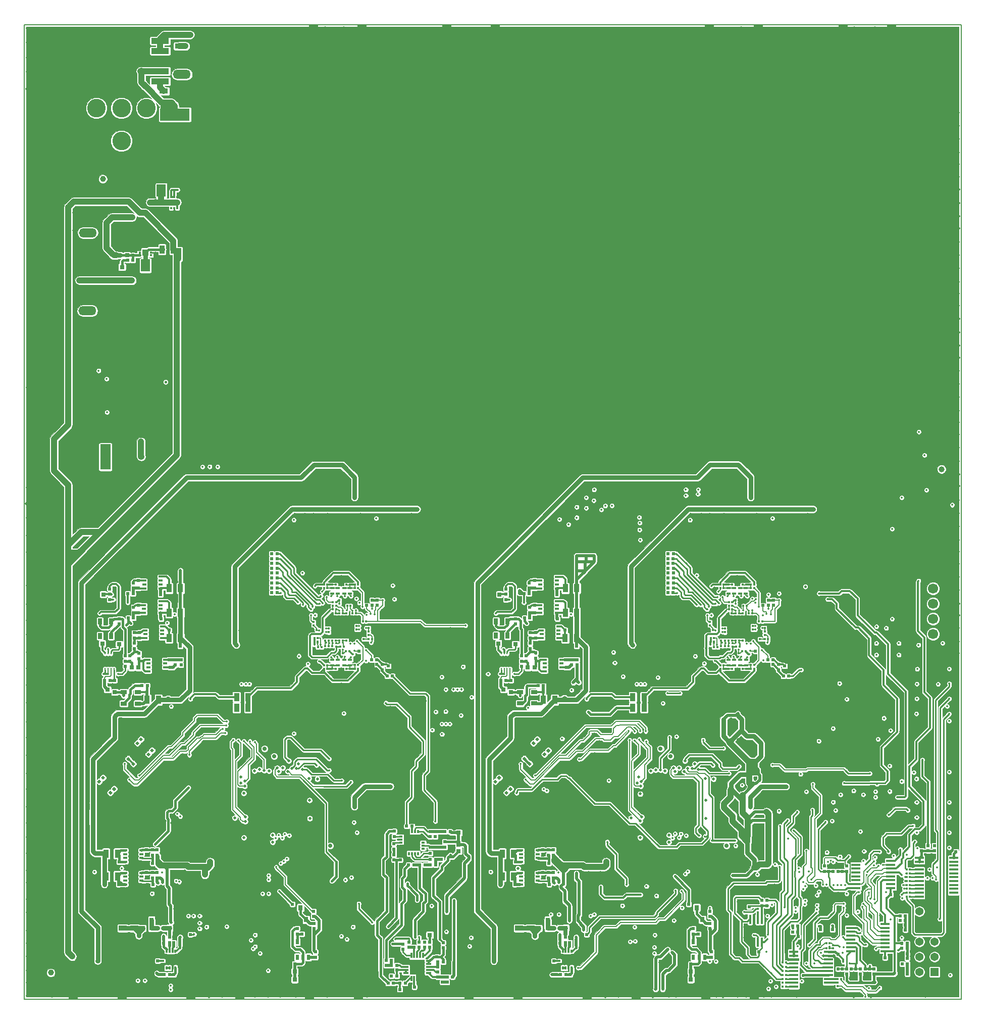
<source format=gbl>
G04 #@! TF.FileFunction,Copper,L6,Bot,Plane*
%FSLAX46Y46*%
G04 Gerber Fmt 4.6, Leading zero omitted, Abs format (unit mm)*
G04 Created by KiCad (PCBNEW 4.0.7-e2-6376~61~ubuntu18.04.1) date Tue Nov 15 11:44:20 2022*
%MOMM*%
%LPD*%
G01*
G04 APERTURE LIST*
%ADD10C,0.150000*%
%ADD11C,0.100000*%
%ADD12C,0.200000*%
%ADD13C,1.000000*%
%ADD14R,0.300000X0.350000*%
%ADD15R,1.370000X1.370000*%
%ADD16C,1.370000*%
%ADD17R,1.500000X0.450000*%
%ADD18C,0.500000*%
%ADD19C,5.000000*%
%ADD20R,3.000000X1.000000*%
%ADD21R,8.400000X10.600000*%
%ADD22R,1.600000X2.350000*%
%ADD23R,0.650000X0.300000*%
%ADD24R,0.495300X0.495300*%
%ADD25C,0.600000*%
%ADD26R,1.000000X0.700000*%
%ADD27R,0.899160X1.399540*%
%ADD28C,0.250000*%
%ADD29R,0.250000X0.400000*%
%ADD30R,2.440000X1.600000*%
%ADD31R,0.800000X0.700000*%
%ADD32R,0.700000X0.800000*%
%ADD33C,0.700000*%
%ADD34R,0.698500X0.797560*%
%ADD35R,0.797560X0.698500*%
%ADD36R,0.350000X0.300000*%
%ADD37R,0.657860X0.355600*%
%ADD38R,0.500000X0.300000*%
%ADD39R,0.300000X0.600000*%
%ADD40R,1.750000X1.750000*%
%ADD41R,1.399540X0.899160*%
%ADD42R,0.600000X0.900000*%
%ADD43R,0.800000X0.900000*%
%ADD44R,1.496060X5.000000*%
%ADD45R,0.700000X1.000000*%
%ADD46R,1.524000X2.032000*%
%ADD47R,5.000000X2.000000*%
%ADD48C,3.100000*%
%ADD49R,0.800000X0.800000*%
%ADD50R,1.100000X1.000000*%
%ADD51R,0.320000X0.430000*%
%ADD52R,1.000000X1.100000*%
%ADD53R,0.430000X0.320000*%
%ADD54R,0.299720X0.949960*%
%ADD55R,0.949960X0.299720*%
%ADD56R,2.250440X2.250440*%
%ADD57R,0.350000X0.600000*%
%ADD58R,0.600000X0.350000*%
%ADD59R,2.800000X2.800000*%
%ADD60O,2.994660X1.524000*%
%ADD61C,1.700000*%
%ADD62R,1.524000X1.524000*%
%ADD63R,4.000000X1.300000*%
%ADD64R,1.300000X4.000000*%
%ADD65R,1.750000X4.250000*%
%ADD66R,0.450000X1.500000*%
%ADD67C,0.350000*%
%ADD68C,0.500000*%
%ADD69C,0.300000*%
%ADD70C,1.000000*%
%ADD71C,0.250000*%
%ADD72C,0.790000*%
%ADD73C,0.400000*%
%ADD74C,0.700000*%
%ADD75C,0.650000*%
%ADD76C,0.105000*%
G04 APERTURE END LIST*
D10*
D11*
X214520000Y-99480000D02*
X214520000Y-99470000D01*
D12*
X57390000Y-99480000D02*
X214520000Y-99480000D01*
X57390000Y-99480000D02*
X57390000Y-262740000D01*
X214520000Y-262730000D02*
X214520000Y-99480000D01*
X57390000Y-262740000D02*
X214520000Y-262740000D01*
D13*
X211240000Y-173940000D03*
X61870000Y-258330000D03*
D14*
X205945000Y-244270000D03*
X205395000Y-244270000D03*
D15*
X210080420Y-258215000D03*
D16*
X207540420Y-258215000D03*
X210080420Y-255675000D03*
X207540420Y-255675000D03*
X210080420Y-253135000D03*
X207540420Y-253135000D03*
X210080420Y-250595000D03*
X207540420Y-250595000D03*
X207540420Y-248055000D03*
D17*
X207500000Y-239075000D03*
X207500000Y-239725000D03*
X207500000Y-240375000D03*
X207500000Y-241025000D03*
X207500000Y-241675000D03*
X207500000Y-242325000D03*
X207500000Y-242975000D03*
X207500000Y-243625000D03*
X207500000Y-244275000D03*
X207500000Y-244925000D03*
X207500000Y-245575000D03*
X207500000Y-246225000D03*
X213300000Y-246225000D03*
X213300000Y-245575000D03*
X213300000Y-244925000D03*
X213300000Y-244275000D03*
X213300000Y-243625000D03*
X213300000Y-242975000D03*
X213300000Y-239075000D03*
X213300000Y-239725000D03*
X213300000Y-240375000D03*
X213300000Y-241025000D03*
X213300000Y-241675000D03*
X213300000Y-242325000D03*
D18*
X185820000Y-254030000D03*
X190950420Y-259805000D03*
X138665420Y-140670000D03*
X77170000Y-124750000D03*
X72530000Y-126100000D03*
X63365000Y-105545000D03*
X65085000Y-105545000D03*
X64040000Y-108010000D03*
X59460000Y-106590000D03*
X68400000Y-125000000D03*
X60580000Y-100230000D03*
X63230000Y-102340000D03*
X61190000Y-105950000D03*
X60660000Y-166190000D03*
X60560000Y-159830000D03*
X59820000Y-149560000D03*
X61660000Y-155960000D03*
X61940000Y-151830000D03*
X61690000Y-162670000D03*
X60020000Y-162420000D03*
X61090000Y-140990000D03*
X61990000Y-133740000D03*
X60320000Y-124440000D03*
X61570000Y-122360000D03*
X60390000Y-130830000D03*
X60480000Y-137320000D03*
X60840000Y-115740000D03*
X59690000Y-118450000D03*
X62350000Y-126660000D03*
X60500000Y-242890000D03*
X59590000Y-246000000D03*
X59630000Y-232730000D03*
X59540000Y-226240000D03*
X61140000Y-229150000D03*
X60240000Y-236400000D03*
X62140000Y-244450000D03*
X61870000Y-238510000D03*
X62110000Y-224670000D03*
X61890000Y-233350000D03*
X60390000Y-240810000D03*
X60750000Y-219230000D03*
X59960000Y-221960000D03*
X62390000Y-194850000D03*
X59730000Y-186640000D03*
X60880000Y-183930000D03*
X59340000Y-194690000D03*
X60520000Y-205510000D03*
X60430000Y-199020000D03*
X61610000Y-190550000D03*
X59680000Y-154060000D03*
X62060000Y-188620000D03*
X62030000Y-201930000D03*
X61130000Y-209180000D03*
D19*
X60800000Y-145000000D03*
X60800000Y-215000000D03*
D18*
X74140000Y-176700000D03*
X62100000Y-262260000D03*
X62110000Y-260080000D03*
X62280000Y-253410000D03*
X61750000Y-256890000D03*
X59400000Y-257430000D03*
X59860000Y-254410000D03*
X59860000Y-260110000D03*
X59800000Y-262220000D03*
X57890000Y-262200000D03*
X57900000Y-260020000D03*
X57930000Y-255610000D03*
X57930000Y-257920000D03*
X58150000Y-173780000D03*
X57980000Y-190630000D03*
X57970000Y-182120000D03*
X57950000Y-185090000D03*
X57790000Y-179680000D03*
X57960000Y-187830000D03*
X57950000Y-177040000D03*
X57920000Y-196530000D03*
X57910000Y-253390000D03*
X57920000Y-248210000D03*
X57910000Y-241150000D03*
X57910000Y-233230000D03*
X57920000Y-224950000D03*
X57910000Y-216290000D03*
X57930000Y-207320000D03*
X57920000Y-199260000D03*
X57920000Y-204580000D03*
X57940000Y-201610000D03*
X57950000Y-210120000D03*
X57930000Y-213090000D03*
X57920000Y-230500000D03*
X57940000Y-227530000D03*
X57950000Y-218880000D03*
X57930000Y-221850000D03*
X57940000Y-235620000D03*
X57930000Y-238350000D03*
X57940000Y-243210000D03*
X57920000Y-246010000D03*
X57920000Y-193460000D03*
X57890000Y-251280000D03*
X59760000Y-171310000D03*
X59940000Y-174770000D03*
X57990000Y-162800000D03*
X58190000Y-171280000D03*
X58190000Y-168550000D03*
X58010000Y-165770000D03*
X58030000Y-143720000D03*
X58010000Y-146690000D03*
X58020000Y-157480000D03*
X58010000Y-149420000D03*
X58010000Y-140750000D03*
X58010000Y-154740000D03*
X58030000Y-151770000D03*
X57970000Y-160210000D03*
X58060000Y-121270000D03*
X58040000Y-124240000D03*
X58050000Y-135030000D03*
X58040000Y-126970000D03*
X58040000Y-118300000D03*
X58040000Y-132290000D03*
X58060000Y-129320000D03*
X58000000Y-137760000D03*
X58000000Y-115740000D03*
X58050000Y-113010000D03*
D20*
X80210420Y-108935420D03*
X80210420Y-107235420D03*
X80210420Y-105535420D03*
X80210420Y-103835420D03*
X80210420Y-102135420D03*
D21*
X69910420Y-105535420D03*
D19*
X60800000Y-110000000D03*
X60800000Y-180000000D03*
X60800000Y-250000000D03*
D18*
X121540000Y-235690000D03*
X122370000Y-236390000D03*
X123830000Y-257970000D03*
X122660000Y-256930000D03*
X121860000Y-248240000D03*
X122660000Y-242770000D03*
X117480000Y-250480000D03*
X121140000Y-251510000D03*
X130780000Y-254990000D03*
X116140000Y-253230000D03*
X116130000Y-256260000D03*
X104855420Y-248400000D03*
X102515420Y-245780000D03*
X99755420Y-245470000D03*
X95640000Y-244890000D03*
X97200000Y-248400000D03*
X83820000Y-230430000D03*
X161940000Y-162160000D03*
X168140000Y-185760000D03*
X201570000Y-178290000D03*
X208810000Y-178830000D03*
X208530000Y-192330000D03*
X208270000Y-195260000D03*
X211610000Y-194560000D03*
X211700000Y-198850000D03*
X207240000Y-205750000D03*
X207140000Y-213690000D03*
X213200420Y-213665000D03*
X213170420Y-211135000D03*
X209620420Y-220655000D03*
X212970420Y-231045000D03*
X213040420Y-236095000D03*
X211270000Y-260690000D03*
X101270000Y-211620000D03*
X100380000Y-213210000D03*
X68555000Y-172065000D03*
X185105000Y-153565000D03*
X93200000Y-159250000D03*
X98640000Y-161160000D03*
X99630000Y-159340000D03*
X208850000Y-136660000D03*
X208520000Y-142010000D03*
X66250000Y-138760000D03*
X68320000Y-152890000D03*
X69240000Y-163440000D03*
X87450000Y-152200000D03*
X85870000Y-153820000D03*
X95320000Y-129040000D03*
X93050000Y-127050000D03*
X105580000Y-117520000D03*
X103340000Y-122910000D03*
X103650000Y-119820000D03*
X99755000Y-119165000D03*
X103065000Y-114155000D03*
X134675000Y-102055000D03*
X134685000Y-100555000D03*
X134665000Y-103445000D03*
X133545000Y-104195000D03*
X133565000Y-101305000D03*
X133555000Y-102805000D03*
X130205000Y-101935000D03*
X130215000Y-100435000D03*
X130195000Y-103325000D03*
X131315000Y-102575000D03*
X133720000Y-100050000D03*
X131325000Y-101185000D03*
X131230000Y-104100000D03*
X114420000Y-107230000D03*
X116000000Y-100120000D03*
X123640000Y-100050000D03*
X120740000Y-100190000D03*
X126570000Y-102740000D03*
X119400000Y-102460000D03*
X122020000Y-101720000D03*
X126130000Y-100180000D03*
X116810000Y-101730000D03*
X118320000Y-100240000D03*
X59740000Y-101570000D03*
X74860000Y-102740000D03*
X60300000Y-103650000D03*
X74600000Y-100300000D03*
X68240000Y-100320000D03*
X65990000Y-100350000D03*
X57970000Y-100080000D03*
X72690000Y-100300000D03*
X70440000Y-100330000D03*
X92680000Y-101990000D03*
X101500000Y-102780000D03*
X98880000Y-101900000D03*
X95690000Y-103020000D03*
X104470000Y-103140000D03*
X91810000Y-110050000D03*
X87310000Y-106920000D03*
X70940000Y-123610000D03*
X93230000Y-107430000D03*
X57920000Y-102420000D03*
X77040000Y-102150000D03*
X63120000Y-100170000D03*
X90380000Y-104320000D03*
X75370000Y-104120000D03*
X82780000Y-100080000D03*
X85020000Y-100100000D03*
X76250000Y-100340000D03*
X78330000Y-100350000D03*
X80630000Y-100080000D03*
X91270000Y-100280000D03*
X89020000Y-100310000D03*
X86940000Y-100300000D03*
X93470000Y-100290000D03*
X104260000Y-100190000D03*
X97730000Y-100200000D03*
X99810000Y-100210000D03*
X102060000Y-100180000D03*
X95820000Y-100200000D03*
X213480000Y-101900000D03*
X206090000Y-101780000D03*
X208350000Y-102470000D03*
X210840000Y-103940000D03*
X213140000Y-103790000D03*
X213280000Y-100250000D03*
X206750000Y-100260000D03*
X208830000Y-100270000D03*
X211080000Y-100240000D03*
X204840000Y-100260000D03*
X180380000Y-107370000D03*
X184590000Y-102840000D03*
X182500000Y-102320000D03*
X187110000Y-101840000D03*
X189090000Y-102330000D03*
X193380000Y-102330000D03*
X191180000Y-102320000D03*
X184400000Y-100260000D03*
X182200000Y-100250000D03*
X186590000Y-100250000D03*
X188790000Y-100260000D03*
X193080000Y-100260000D03*
X190880000Y-100250000D03*
X139640000Y-104980000D03*
X138810000Y-102600000D03*
X148760000Y-104750000D03*
X158800000Y-104150000D03*
X155870000Y-104170000D03*
X152240000Y-104320000D03*
X145680000Y-104050000D03*
X166380000Y-104340000D03*
X160460000Y-104730000D03*
X169270000Y-104650000D03*
X141360000Y-102010000D03*
X145470000Y-102290000D03*
X157500000Y-102200000D03*
X154570000Y-102220000D03*
X150270000Y-102330000D03*
X142790000Y-103670000D03*
X165080000Y-102390000D03*
X161380000Y-102390000D03*
X167970000Y-102700000D03*
X200065000Y-99985000D03*
X201175000Y-102105000D03*
X201185000Y-100605000D03*
X201165000Y-103495000D03*
X200045000Y-104245000D03*
X200065000Y-101355000D03*
X200055000Y-102855000D03*
X196600000Y-101290000D03*
X196605000Y-99985000D03*
X194870000Y-106100000D03*
X197670000Y-100790000D03*
X197600000Y-101960000D03*
X197670000Y-103150000D03*
X197640000Y-104540000D03*
X196620000Y-102600000D03*
X196575000Y-103735000D03*
X177605000Y-99975000D03*
X175340000Y-101020000D03*
X174270000Y-100020000D03*
X177780000Y-104400000D03*
X177585000Y-103015000D03*
X177595000Y-101515000D03*
X178695000Y-103655000D03*
X178715000Y-100765000D03*
X178705000Y-102265000D03*
X174260000Y-103300000D03*
X174280000Y-101680000D03*
X175345000Y-104195000D03*
X175345000Y-102545000D03*
X108920000Y-102220000D03*
X107775000Y-101465000D03*
X108895000Y-100715000D03*
X107845000Y-99955000D03*
X107845000Y-103135000D03*
X109055000Y-103955000D03*
X111025000Y-101475000D03*
X111035000Y-99975000D03*
X106090000Y-105870000D03*
X112145000Y-100725000D03*
X112065000Y-103735000D03*
X112075000Y-102235000D03*
X110955000Y-102985000D03*
X110945000Y-104485000D03*
X111090000Y-110330000D03*
X78830000Y-165640000D03*
X81710000Y-166070000D03*
X79220000Y-168590000D03*
X72430000Y-175060000D03*
X75240000Y-168740000D03*
X206800000Y-179360000D03*
X204510000Y-179670000D03*
X202810000Y-182730000D03*
X165670000Y-164990000D03*
X165770000Y-161810000D03*
X177250000Y-160090000D03*
X168990000Y-161680000D03*
X125430000Y-166700000D03*
X112810000Y-164870000D03*
X112750000Y-159260000D03*
X117455420Y-154940000D03*
X136045420Y-146060000D03*
X135665420Y-147440000D03*
X142725420Y-142310000D03*
X137575420Y-143230000D03*
X136805420Y-134520000D03*
X136835420Y-136790000D03*
X140605420Y-132730000D03*
X143525420Y-132490000D03*
X159885420Y-127900000D03*
X161035420Y-129190000D03*
X151295420Y-131460000D03*
X159830000Y-131240000D03*
X161080000Y-131610000D03*
X161920000Y-132830000D03*
X159690000Y-129260000D03*
X151430000Y-118300000D03*
X151460000Y-119510000D03*
X149770000Y-120540000D03*
X156970000Y-107700000D03*
X158380000Y-109840000D03*
X155280000Y-110590000D03*
X152490000Y-109010000D03*
X141580000Y-108670000D03*
X145350000Y-108260000D03*
X148270000Y-109590000D03*
X77070000Y-129910000D03*
X75450000Y-127640000D03*
X194170000Y-178670000D03*
X65930000Y-175210000D03*
X65920000Y-178790000D03*
X65920000Y-164800000D03*
X66330000Y-173440000D03*
X75860000Y-180580000D03*
X66090000Y-170420000D03*
X65940000Y-167770000D03*
X65950000Y-159480000D03*
X65940000Y-156740000D03*
X65900000Y-162210000D03*
X65120000Y-119960000D03*
X65100000Y-122930000D03*
X65700000Y-133880000D03*
X65100000Y-125660000D03*
X65100000Y-116990000D03*
X65710000Y-130920000D03*
X65120000Y-128010000D03*
X94810000Y-105010000D03*
X101050000Y-104990000D03*
X99000000Y-104060000D03*
X96720000Y-105010000D03*
X103250000Y-105000000D03*
X207490420Y-236305000D03*
X207730000Y-116540000D03*
X207095000Y-119815000D03*
X205280000Y-117240000D03*
X205180000Y-111690000D03*
X211420000Y-117930000D03*
X207130000Y-113370000D03*
X214050000Y-204790000D03*
X214050000Y-202830000D03*
X214030000Y-200580000D03*
X204690000Y-196150000D03*
X211530000Y-190580000D03*
X212450000Y-186250000D03*
X204580000Y-192540000D03*
X202080000Y-194970000D03*
X201910000Y-197950000D03*
X211370000Y-179260000D03*
X206700000Y-182560000D03*
X206430000Y-144400000D03*
X212460000Y-141770000D03*
X211800000Y-152630000D03*
X205130000Y-148930000D03*
X212320000Y-155590000D03*
X206020000Y-153870000D03*
X207600000Y-157570000D03*
X209100000Y-155630000D03*
X208240000Y-151500000D03*
X207200000Y-134330000D03*
X206300000Y-131630000D03*
X210080000Y-131650000D03*
X210170000Y-139370000D03*
X207610000Y-122110000D03*
X210200000Y-134360000D03*
X209190000Y-125810000D03*
X212030000Y-121290000D03*
X206330000Y-136960000D03*
X212000000Y-136860000D03*
X205860000Y-124610000D03*
X210690000Y-123870000D03*
X210160000Y-120590000D03*
X211170000Y-127200000D03*
X212120000Y-129260000D03*
X205780000Y-127560000D03*
X208340000Y-129220000D03*
X206390000Y-140250000D03*
X210650000Y-144250000D03*
X84730000Y-169020000D03*
X79310000Y-173120000D03*
X85270000Y-188090000D03*
X82020000Y-187600000D03*
X205550000Y-103270000D03*
X212790000Y-106770000D03*
X213980000Y-107810000D03*
X214000000Y-110060000D03*
X214000000Y-112020000D03*
X214130000Y-155210000D03*
X214130000Y-153250000D03*
X214110000Y-151000000D03*
X214110000Y-148760000D03*
X214090000Y-146570000D03*
X214050000Y-135860000D03*
X214070000Y-138050000D03*
X214070000Y-140290000D03*
X214090000Y-142540000D03*
X214090000Y-144500000D03*
X214090000Y-122830000D03*
X214090000Y-120870000D03*
X214070000Y-118620000D03*
X214070000Y-116380000D03*
X214050000Y-114190000D03*
X214090000Y-124900000D03*
X214110000Y-127090000D03*
X214110000Y-129330000D03*
X214130000Y-131580000D03*
X214130000Y-133540000D03*
X214110000Y-176780000D03*
X214110000Y-174820000D03*
X214090000Y-172570000D03*
X214090000Y-170330000D03*
X214070000Y-168140000D03*
X214030000Y-157430000D03*
X214050000Y-159620000D03*
X214050000Y-161860000D03*
X214070000Y-164110000D03*
X214070000Y-166070000D03*
X214070000Y-187740000D03*
X214070000Y-185780000D03*
X214050000Y-183530000D03*
X214050000Y-181290000D03*
X214030000Y-179100000D03*
D19*
X209000000Y-110000000D03*
X209000000Y-148000000D03*
X209000000Y-186000000D03*
D18*
X200660000Y-169410000D03*
X202270000Y-110870000D03*
X202900000Y-107760000D03*
X202960000Y-105330000D03*
X206480000Y-107260000D03*
X183490000Y-109280000D03*
X181990000Y-108080000D03*
X187450000Y-107070000D03*
X187900000Y-109790000D03*
X192870000Y-108090000D03*
X190670000Y-108080000D03*
X168390000Y-109050000D03*
X185160000Y-108710000D03*
X170140000Y-106820000D03*
X191680000Y-106600000D03*
X161330000Y-106900000D03*
X164510000Y-107620000D03*
X167250000Y-106510000D03*
X162090000Y-108860000D03*
X165600000Y-110220000D03*
X170900000Y-108780000D03*
X166620000Y-111880000D03*
X166300000Y-114220000D03*
X184010000Y-106760000D03*
X171300000Y-114440000D03*
X172150000Y-111010000D03*
X168900000Y-111620000D03*
X146550000Y-106220000D03*
X151330000Y-106390000D03*
X152920000Y-107240000D03*
X155550000Y-106130000D03*
X161940000Y-114270000D03*
X161740000Y-112360000D03*
X163980000Y-104650000D03*
X161700000Y-116430000D03*
X156770000Y-116250000D03*
X148640000Y-106670000D03*
X143530000Y-106130000D03*
X138000000Y-108180000D03*
X140510000Y-107150000D03*
X139530000Y-109970000D03*
X137300000Y-112120000D03*
X141490000Y-114710000D03*
X148520000Y-113040000D03*
X136680000Y-114650000D03*
X130340000Y-117040000D03*
X89550000Y-122110000D03*
X97610000Y-117390000D03*
X97290000Y-121940000D03*
X89520000Y-117440000D03*
X89290000Y-112530000D03*
X86420000Y-114860000D03*
X83600000Y-121620000D03*
X78870000Y-121960000D03*
X80910000Y-157320000D03*
D19*
X190640000Y-164730000D03*
X144920000Y-164720000D03*
X99200000Y-164740000D03*
X99200000Y-111380000D03*
X144920000Y-111380000D03*
X190660000Y-111380000D03*
D18*
X135490000Y-110310000D03*
X129120000Y-109780000D03*
X173080000Y-110160000D03*
X175315000Y-105875000D03*
X175315000Y-107525000D03*
X175305000Y-109095000D03*
X196525000Y-106175000D03*
X196570000Y-105040000D03*
X197590000Y-106980000D03*
X197620000Y-105590000D03*
X197650000Y-108490000D03*
X197780000Y-110120000D03*
X196600000Y-107940000D03*
X196715000Y-109315000D03*
X201165000Y-110875000D03*
X200055000Y-110165000D03*
X200115000Y-107315000D03*
X200125000Y-105815000D03*
X200105000Y-108705000D03*
X201225000Y-107955000D03*
X201235000Y-109465000D03*
X201245000Y-105065000D03*
X201235000Y-106565000D03*
X178805000Y-106715000D03*
X178815000Y-105215000D03*
X179340000Y-109450000D03*
X178795000Y-108105000D03*
X177675000Y-108855000D03*
X177695000Y-105965000D03*
X177685000Y-107465000D03*
X80860000Y-161470000D03*
X68250000Y-140980000D03*
X83820000Y-208600000D03*
X93190000Y-171910000D03*
X83770000Y-133520000D03*
X95920000Y-213850000D03*
X72560000Y-167000000D03*
X73400000Y-152690000D03*
X86080000Y-164870000D03*
X76960000Y-145880000D03*
X74130000Y-197750000D03*
X84580000Y-138110000D03*
X69950000Y-127410000D03*
X70630000Y-193630000D03*
X70650000Y-139330000D03*
X74830000Y-157470000D03*
X75750000Y-166160000D03*
X79820000Y-135720000D03*
X81610000Y-174290000D03*
X84350000Y-126390000D03*
X95930000Y-162170000D03*
X69080000Y-178310000D03*
X86450000Y-172050000D03*
X67590000Y-181050000D03*
X116620000Y-171230000D03*
X144940000Y-173200000D03*
X141300000Y-173220000D03*
X141520000Y-174350000D03*
X141830000Y-175730000D03*
X148730000Y-161190000D03*
X152230000Y-160750000D03*
X152190000Y-158750000D03*
X149630000Y-158850000D03*
X159620000Y-157980000D03*
X157470000Y-160180000D03*
X160230000Y-167780000D03*
X154620000Y-170440000D03*
X159770000Y-172110000D03*
X161865000Y-171875000D03*
X163675000Y-169155000D03*
X164815000Y-168205000D03*
X167025000Y-168625000D03*
X198795000Y-175205000D03*
X199675000Y-170795000D03*
X201245000Y-172555000D03*
X182670000Y-174660000D03*
X122490000Y-158760000D03*
X126960000Y-158660000D03*
X128600000Y-163440000D03*
X127420000Y-164430000D03*
X126750000Y-165810000D03*
X121970000Y-170180000D03*
X123900000Y-168320000D03*
X122140000Y-163780000D03*
X67220000Y-157790000D03*
X76860000Y-148960000D03*
X71410000Y-145770000D03*
X88230000Y-169300000D03*
X91050000Y-171650000D03*
X93060000Y-169750000D03*
X96020000Y-164690000D03*
X76150000Y-173600000D03*
X82030000Y-169850000D03*
X115900000Y-174620000D03*
X115640000Y-176570000D03*
X132450000Y-177730000D03*
X126800000Y-179190000D03*
X126680000Y-181930000D03*
X124170000Y-184860000D03*
X126620000Y-184640000D03*
X134690000Y-179700000D03*
X131850000Y-181430000D03*
X132180000Y-184980000D03*
X149010000Y-181930000D03*
X154220000Y-179260000D03*
X160050000Y-179160000D03*
X163990000Y-179130000D03*
X162240000Y-182200000D03*
X169960000Y-183850000D03*
X167980000Y-188120000D03*
X161840000Y-194470000D03*
X163300000Y-192620000D03*
X163790000Y-207170000D03*
X202390000Y-212590000D03*
X204500000Y-211760000D03*
X204520000Y-214420000D03*
X192440000Y-206600000D03*
X191470000Y-215480000D03*
X192010000Y-217080000D03*
X194080000Y-215450000D03*
X196420000Y-214660000D03*
X195620000Y-217060000D03*
X162950000Y-213660000D03*
X167600000Y-219540000D03*
X186830000Y-225000000D03*
X194770000Y-225570000D03*
X195240000Y-227340000D03*
X192560000Y-228450000D03*
X188000000Y-232930000D03*
X192900000Y-235770000D03*
X192880000Y-237550000D03*
X213960000Y-249190000D03*
X210200000Y-247620000D03*
X208550000Y-249420000D03*
X202970000Y-260010000D03*
X207750000Y-260760000D03*
X208650000Y-254630000D03*
X211390000Y-256960000D03*
X179580000Y-252950000D03*
X164640000Y-244740000D03*
X116630000Y-248640000D03*
X128870000Y-241720000D03*
X211330000Y-181740000D03*
X128260000Y-249250000D03*
X205860000Y-190210000D03*
X114670000Y-251290000D03*
X72780000Y-220610000D03*
X73230000Y-223520000D03*
X77450000Y-258170000D03*
X71550000Y-222010000D03*
X80270000Y-219640000D03*
X114330000Y-254980000D03*
X99080000Y-258720000D03*
X113100000Y-253420000D03*
X73840000Y-224910000D03*
X81700000Y-221200000D03*
X100920000Y-217570000D03*
X99250000Y-218460000D03*
X97340000Y-216690000D03*
X93630000Y-208790000D03*
X91420000Y-213150000D03*
X94100000Y-206550000D03*
X85060000Y-201740000D03*
X97270000Y-208750000D03*
X98110000Y-212290000D03*
X91210000Y-206200000D03*
X88450000Y-197020000D03*
X89180000Y-194250000D03*
X89230000Y-192630000D03*
X83790000Y-180680000D03*
X96450000Y-179430000D03*
X96500000Y-181860000D03*
X92760000Y-183480000D03*
X73400000Y-178680000D03*
X69230000Y-175180000D03*
X71780000Y-178610000D03*
X66170000Y-182650000D03*
X66220000Y-186920000D03*
X79800000Y-184400000D03*
X86120000Y-194560000D03*
X85120000Y-195970000D03*
X88990000Y-187530000D03*
X86360000Y-192610000D03*
X63760000Y-185540000D03*
X63780000Y-188510000D03*
X68920000Y-181660000D03*
X70860000Y-185830000D03*
X63860000Y-113270000D03*
X57910000Y-104950000D03*
X69940000Y-179700000D03*
X57810000Y-110210000D03*
X57930000Y-107300000D03*
X63810000Y-116000000D03*
X63810000Y-138020000D03*
X63870000Y-129580000D03*
X63850000Y-132550000D03*
X63850000Y-118560000D03*
X61300000Y-119410000D03*
X63860000Y-135290000D03*
X61920000Y-129110000D03*
X63870000Y-121530000D03*
X63780000Y-160470000D03*
X63840000Y-152030000D03*
X63820000Y-155000000D03*
X63820000Y-141010000D03*
X63820000Y-149680000D03*
X63830000Y-157740000D03*
X63820000Y-146950000D03*
X63840000Y-143980000D03*
X63820000Y-166030000D03*
X63800000Y-169000000D03*
X63810000Y-179790000D03*
X63490000Y-171690000D03*
X63800000Y-163060000D03*
X63810000Y-177700000D03*
X61220000Y-173830000D03*
X138960000Y-182020000D03*
X96980000Y-191510000D03*
X122420000Y-193640000D03*
X118650000Y-193960000D03*
X120010000Y-191600000D03*
X128340000Y-188460000D03*
X132920000Y-188470000D03*
X131300000Y-188430000D03*
X153940000Y-188810000D03*
X153100000Y-191060000D03*
X152880000Y-192440000D03*
X151870000Y-195010000D03*
X161560000Y-206870000D03*
X165500000Y-208760000D03*
X163200000Y-211590000D03*
X165900000Y-213500000D03*
X162330000Y-215320000D03*
X162940000Y-217710000D03*
X186730000Y-229090000D03*
X130730000Y-229840000D03*
X127580000Y-231360000D03*
X122890000Y-231960000D03*
X120740000Y-231870000D03*
X120823740Y-229890000D03*
X63760000Y-252950000D03*
X63760000Y-250750000D03*
X63760000Y-246590000D03*
X63780000Y-243790000D03*
X63770000Y-238930000D03*
X63780000Y-236200000D03*
X63770000Y-222430000D03*
X63790000Y-219460000D03*
X63780000Y-228110000D03*
X63760000Y-231080000D03*
X63770000Y-213670000D03*
X63790000Y-210700000D03*
X63780000Y-202190000D03*
X63760000Y-205160000D03*
X63760000Y-182520000D03*
X63760000Y-191170000D03*
X63760000Y-199840000D03*
X63770000Y-207900000D03*
X63750000Y-216870000D03*
X63760000Y-225530000D03*
X63750000Y-233810000D03*
X63750000Y-241730000D03*
X63760000Y-248790000D03*
X63750000Y-255130000D03*
X72500000Y-249820000D03*
X93030000Y-249010000D03*
X104600000Y-253610000D03*
X102220000Y-255890000D03*
X94990000Y-258810000D03*
X95020000Y-261590000D03*
X191390000Y-104220000D03*
X193220000Y-105100000D03*
X188930000Y-105100000D03*
X186920000Y-104380000D03*
X181800000Y-105700000D03*
X184540000Y-105100000D03*
X204840000Y-105340000D03*
X211060000Y-107170000D03*
X208690000Y-105010000D03*
X206750000Y-105340000D03*
X213910000Y-105260000D03*
X98340000Y-262300000D03*
X96140000Y-262290000D03*
X168280000Y-100300000D03*
X170480000Y-100310000D03*
X166120000Y-100370000D03*
X159590000Y-100380000D03*
X161670000Y-100390000D03*
X163920000Y-100360000D03*
X157680000Y-100380000D03*
X92800000Y-104300000D03*
X91580000Y-108060000D03*
X77060000Y-123380000D03*
X90340000Y-106170000D03*
X85590000Y-103550000D03*
X88700000Y-102600000D03*
X76030000Y-109580000D03*
X73900000Y-123240000D03*
X84240000Y-117400000D03*
X125990000Y-209060000D03*
X147305000Y-159285000D03*
X118720000Y-240070000D03*
X152070000Y-200910000D03*
X83435420Y-260780000D03*
X80490000Y-260730000D03*
X75455420Y-260800000D03*
X78030000Y-260780000D03*
X78090000Y-262150000D03*
X75515420Y-262170000D03*
X65860000Y-256970000D03*
X64030000Y-256540000D03*
X64050000Y-262130000D03*
X64070000Y-259990000D03*
X64090000Y-258410000D03*
X173960000Y-204860000D03*
X107750000Y-204800000D03*
X204310000Y-242910000D03*
X195670000Y-239660000D03*
X196840000Y-250080000D03*
X208570420Y-262285000D03*
X210920000Y-262170000D03*
X213440000Y-261980000D03*
X206490000Y-262110000D03*
X85890000Y-160670000D03*
X96210000Y-160310000D03*
X101080000Y-160400000D03*
X86080000Y-157820000D03*
X89020000Y-157630000D03*
X88980000Y-155440000D03*
X89570000Y-152190000D03*
X153860000Y-196380000D03*
X154050000Y-198190000D03*
X163330000Y-158300000D03*
X163860000Y-163510000D03*
X160810000Y-164350000D03*
X154550000Y-172550000D03*
X138890000Y-174310000D03*
X138280000Y-175800000D03*
X137380000Y-177610000D03*
X143240000Y-177590000D03*
X141080000Y-180090000D03*
X136450000Y-184490000D03*
X128340000Y-179490000D03*
X127900000Y-174830000D03*
X131010000Y-172760000D03*
X128570000Y-172460000D03*
X132830000Y-171910000D03*
X134750000Y-169970000D03*
X137030000Y-168920000D03*
X138220000Y-167850000D03*
X129690000Y-162190000D03*
X125790000Y-160140000D03*
X136990000Y-158160000D03*
X154390000Y-152820000D03*
X148390000Y-152910000D03*
X143250000Y-153010000D03*
X129880000Y-151310000D03*
X134600000Y-146020000D03*
X134580000Y-142820000D03*
X201200000Y-145660000D03*
X201160000Y-144060000D03*
X201180000Y-142560000D03*
X131085000Y-137045000D03*
X125900000Y-130820000D03*
X129965000Y-137795000D03*
X146490000Y-138810000D03*
X133605000Y-137485000D03*
X142770000Y-137870000D03*
X134840000Y-141190000D03*
X134800000Y-139590000D03*
X134820000Y-138090000D03*
X133635000Y-138975000D03*
X133615000Y-140475000D03*
X133600000Y-141820000D03*
X130920000Y-141820000D03*
X130005000Y-139275000D03*
X131170000Y-140200000D03*
X131250000Y-138490000D03*
X128260000Y-119360000D03*
X150110000Y-110730000D03*
X154650000Y-109300000D03*
X154540000Y-111890000D03*
X159750000Y-111290000D03*
X158530000Y-113890000D03*
X153350000Y-114170000D03*
X185490000Y-251900000D03*
X188510000Y-255270000D03*
X199710420Y-254565000D03*
X209020420Y-240295000D03*
X212630420Y-225945000D03*
X206720420Y-231105000D03*
X213580420Y-228575000D03*
X213580000Y-221540000D03*
X206105000Y-222015000D03*
X136845420Y-126510000D03*
X140015420Y-125910000D03*
X140325000Y-134735000D03*
X148840000Y-137310000D03*
X195340000Y-119590000D03*
X193490000Y-118620000D03*
X143615420Y-120380000D03*
X139585420Y-120530000D03*
X149115420Y-121730000D03*
X157680000Y-122610000D03*
X162465000Y-122495000D03*
X167430000Y-122560000D03*
X164050000Y-118170000D03*
X158580000Y-118130000D03*
X154070000Y-118160000D03*
X145650000Y-117630000D03*
X140030000Y-117630000D03*
X148590000Y-131400000D03*
X143630000Y-131230000D03*
X136760000Y-131190000D03*
X147595420Y-126690000D03*
X141225420Y-123230000D03*
X148755420Y-123400000D03*
X145725420Y-123350000D03*
X151305420Y-126790000D03*
X143785420Y-127060000D03*
X146740000Y-150150000D03*
X150035000Y-142695000D03*
X146730000Y-141290000D03*
X150455000Y-145765000D03*
X197505420Y-167030000D03*
X194520000Y-170090000D03*
X192930000Y-171680000D03*
X143400000Y-160710000D03*
X150395000Y-160645000D03*
X150305000Y-162945000D03*
X152455000Y-162685000D03*
X152625000Y-164705000D03*
X157515000Y-161795000D03*
X146730000Y-131640000D03*
X146690000Y-134780000D03*
X141190000Y-136520000D03*
X140110000Y-131430000D03*
X136725000Y-132855000D03*
X141760000Y-149200000D03*
X139660000Y-155440000D03*
X142090000Y-139140000D03*
X142010000Y-146730000D03*
X150730000Y-167320000D03*
X156900000Y-164820000D03*
D22*
X78890000Y-197030000D03*
D23*
X80265000Y-196705000D03*
X80265000Y-197355000D03*
X80265000Y-198005000D03*
X80265000Y-196054520D03*
X77515000Y-196054520D03*
X77515000Y-198005240D03*
X77515000Y-197355000D03*
X77515000Y-196705000D03*
D18*
X139985420Y-161920000D03*
X140375420Y-164770000D03*
X140295420Y-163250000D03*
X141160000Y-167820000D03*
X148315420Y-174120420D03*
X152965420Y-166170000D03*
X150445420Y-164970000D03*
X79810420Y-158255420D03*
X79780420Y-162485420D03*
X72070420Y-155555420D03*
X76485420Y-164290420D03*
X76495420Y-163430420D03*
X76505420Y-162600420D03*
X72685420Y-164380420D03*
X76515420Y-158410420D03*
X76505420Y-159240420D03*
X85340420Y-131815420D03*
X83710420Y-131015420D03*
X84380420Y-127805420D03*
X71570000Y-130440000D03*
X75340420Y-153885420D03*
X75350420Y-155505420D03*
X75310420Y-154675420D03*
X79120420Y-153715420D03*
X81980000Y-152370000D03*
X79630420Y-150125420D03*
X72370420Y-150035420D03*
X76790420Y-151255420D03*
X70730420Y-152005420D03*
X75890000Y-140070840D03*
X77270420Y-136535420D03*
X73840000Y-136710840D03*
X79755420Y-139110000D03*
X84310000Y-140220840D03*
X79420000Y-137760840D03*
X74740000Y-107510000D03*
X89750000Y-118690000D03*
X87310000Y-120050000D03*
X77900000Y-105500000D03*
X75100420Y-105495420D03*
X80055000Y-105505000D03*
X68525000Y-108115000D03*
X71830420Y-108105420D03*
X70245000Y-108115000D03*
X73355000Y-108135000D03*
X66925000Y-108105000D03*
X66885000Y-102705000D03*
X73315000Y-102735000D03*
X70205000Y-102715000D03*
X71790420Y-102705420D03*
X68485000Y-102715000D03*
X66925000Y-110505000D03*
X73365000Y-109935000D03*
X70255000Y-109915000D03*
X71840420Y-109905420D03*
X68525000Y-110515000D03*
X66960000Y-105540000D03*
X73470000Y-105490000D03*
X70190000Y-105460000D03*
X71920000Y-105490000D03*
X68640000Y-105490000D03*
X65670000Y-112760000D03*
X68760000Y-121870000D03*
X89210000Y-115060000D03*
X81470000Y-117710000D03*
X66685000Y-115035000D03*
X95925000Y-114665840D03*
X96755000Y-114635840D03*
X95135000Y-123045840D03*
X95235000Y-119475840D03*
X205980000Y-217510000D03*
X213640000Y-217470000D03*
X213410000Y-248230000D03*
X201010420Y-199025000D03*
X201060420Y-203755000D03*
X206440420Y-204425000D03*
X154195420Y-167290000D03*
X144105420Y-174350420D03*
X153080000Y-171060000D03*
X150495420Y-169670000D03*
X142035420Y-171940000D03*
X143235420Y-169610000D03*
X139395420Y-170840000D03*
X144655420Y-175950420D03*
X134795420Y-174100420D03*
X153170000Y-169710000D03*
X157010000Y-171050000D03*
X135695420Y-172960420D03*
X194760000Y-229220000D03*
X200890000Y-230070000D03*
X198890000Y-259420000D03*
X195970000Y-259340000D03*
X198270420Y-231355420D03*
X193910420Y-256850000D03*
X186970000Y-246210000D03*
X186730420Y-248900000D03*
X202060420Y-257025000D03*
X187310420Y-240095000D03*
X183370420Y-242495000D03*
X193060420Y-240620000D03*
X200020420Y-242865000D03*
X202330000Y-236780000D03*
X198200420Y-244065000D03*
X201005000Y-248715000D03*
X199305000Y-248725000D03*
X198260420Y-252745000D03*
X189315000Y-252385000D03*
X198180000Y-238860000D03*
X192955000Y-252315000D03*
X192780420Y-246110000D03*
X193880420Y-246120000D03*
X191630420Y-246100000D03*
X191635000Y-244975000D03*
X193875000Y-245005000D03*
X192785000Y-244985000D03*
X192785000Y-247245000D03*
X193875000Y-247265000D03*
X191635000Y-247235000D03*
X113720000Y-249270000D03*
X117270000Y-245470000D03*
X117870000Y-258210000D03*
X118980000Y-245460000D03*
X120500000Y-245470000D03*
X126620000Y-253450000D03*
X121070000Y-259210000D03*
X128610000Y-254990000D03*
X119950000Y-254350000D03*
X127620000Y-244080000D03*
X125373740Y-248230000D03*
X117553740Y-235040000D03*
D24*
X119008740Y-255350420D03*
X119008740Y-256249580D03*
D18*
X131200000Y-233550000D03*
X131140000Y-239150000D03*
X131360000Y-248230000D03*
X118933740Y-230070000D03*
X112843740Y-224890000D03*
X123943740Y-230130000D03*
X126430000Y-228050000D03*
X125733740Y-224820000D03*
X117003740Y-228480000D03*
X180480000Y-213640000D03*
X180500000Y-187160000D03*
X110650000Y-254670000D03*
X185030000Y-166420000D03*
X186880000Y-167530000D03*
X108025000Y-160135000D03*
X105785000Y-160145000D03*
X174555000Y-160165000D03*
X172195000Y-160155000D03*
X180280000Y-171320000D03*
X147070000Y-180910000D03*
X144830000Y-180260000D03*
X144160000Y-183760000D03*
X141060000Y-183910000D03*
X142270000Y-182710000D03*
X143460000Y-181550000D03*
X139970000Y-187960000D03*
X141280000Y-186640000D03*
X142760000Y-185160000D03*
X139770000Y-185000000D03*
X138660000Y-186210000D03*
X137420000Y-187360000D03*
X148510000Y-176590000D03*
X149740000Y-175400000D03*
X147410000Y-177640000D03*
X146340000Y-178690000D03*
X148250000Y-179760000D03*
X149330000Y-178730000D03*
X152870000Y-174440000D03*
X154620000Y-174440000D03*
X150980000Y-174440000D03*
X159490000Y-174380000D03*
X157890000Y-174390000D03*
X156210000Y-174440000D03*
X156390000Y-176370000D03*
X154800000Y-176370000D03*
X157850000Y-176350000D03*
X153050000Y-176360000D03*
X151530000Y-176510000D03*
X159590000Y-176370000D03*
X173480000Y-213560000D03*
X193190000Y-220240000D03*
X192570000Y-221120000D03*
X196400000Y-221770000D03*
X196380000Y-223200000D03*
X196390000Y-219050000D03*
X189940000Y-221120000D03*
X188730000Y-220980000D03*
X185110000Y-205880000D03*
X185780000Y-206600000D03*
X186510000Y-207340000D03*
X189340000Y-212260000D03*
X189330000Y-213550000D03*
X189300000Y-210770000D03*
X188300000Y-209130000D03*
X187590000Y-208300000D03*
X192800000Y-205290000D03*
X184330000Y-209740000D03*
X183560000Y-208960000D03*
X180550000Y-218160000D03*
X180500000Y-216610000D03*
X161950000Y-185930000D03*
X160850000Y-187030000D03*
X162980000Y-184940000D03*
X164150000Y-183780000D03*
X159640000Y-188040000D03*
X164940000Y-186100000D03*
X160120000Y-192650000D03*
X168710000Y-209500000D03*
X189240000Y-219010000D03*
X187840000Y-219030000D03*
X190460000Y-218050000D03*
X185080000Y-210640000D03*
X169090000Y-215420000D03*
X173470000Y-217710000D03*
X157410000Y-209280000D03*
X164710000Y-198450000D03*
X162900000Y-201980000D03*
X161320000Y-202200000D03*
X164120000Y-194040000D03*
X160110000Y-191170000D03*
X158180000Y-191000000D03*
X160110000Y-194250000D03*
X158130000Y-195700000D03*
X167400000Y-180590000D03*
X166020000Y-185070000D03*
X167120000Y-183970000D03*
X176630000Y-181550000D03*
X194310000Y-204220000D03*
X193390000Y-201870000D03*
X190420000Y-171470000D03*
X184300000Y-205160000D03*
X187920000Y-206590000D03*
X184980000Y-161760000D03*
X185040000Y-195610000D03*
X197290000Y-194300000D03*
X198160000Y-192630000D03*
X187590000Y-184750000D03*
X190950000Y-194150000D03*
X182280000Y-194180000D03*
X163770000Y-187260000D03*
X198160000Y-187630000D03*
X193150420Y-184675000D03*
X187800000Y-188170000D03*
X189640000Y-184900000D03*
X202020000Y-187490000D03*
X198160000Y-182630000D03*
X190980000Y-180680000D03*
X187030000Y-181600000D03*
X184910000Y-181590000D03*
D25*
X189720000Y-180660000D03*
D18*
X199920000Y-143850000D03*
X198795000Y-146125000D03*
X199935000Y-145345000D03*
X198795000Y-144585000D03*
X198770000Y-142880000D03*
X197670000Y-143850000D03*
X197655000Y-145365000D03*
X174600000Y-167460000D03*
X171850000Y-167470000D03*
X171280000Y-164770000D03*
X173020000Y-164770000D03*
X173020000Y-162750000D03*
X171280000Y-162750000D03*
D25*
X159440000Y-203390000D03*
D18*
X159415000Y-204625000D03*
X160240000Y-204340000D03*
X158230000Y-203420000D03*
X158665000Y-204335000D03*
X158210000Y-202370000D03*
X160255000Y-202585000D03*
X170650000Y-179630000D03*
X213710000Y-250330000D03*
X213750000Y-252220000D03*
X213710000Y-256000000D03*
X213710000Y-254140000D03*
X129220000Y-212860000D03*
X132510000Y-208790000D03*
X132390000Y-216560000D03*
X132370000Y-218310000D03*
X132480000Y-212860000D03*
X132450000Y-214650000D03*
X118830000Y-185580000D03*
X121150000Y-184750000D03*
X120660000Y-183410000D03*
X125680000Y-189260000D03*
X124590000Y-188160000D03*
X122290000Y-185850000D03*
X118400000Y-183510000D03*
X122520000Y-189420000D03*
X120120000Y-187020000D03*
X121360000Y-188170000D03*
X126050000Y-192840000D03*
X124810000Y-191690000D03*
X127210000Y-194090000D03*
X162215000Y-124095000D03*
X158465000Y-124135000D03*
X160375000Y-124135000D03*
X165745000Y-123985000D03*
X164025000Y-124045000D03*
X85340000Y-256430000D03*
X76495420Y-160100420D03*
X96790000Y-169040000D03*
X133460000Y-158840000D03*
X133500000Y-156890000D03*
X133500000Y-159800000D03*
X131410000Y-160090000D03*
X131050000Y-161480000D03*
X131430000Y-156890000D03*
X131410000Y-158850000D03*
X93815000Y-202595000D03*
X91770000Y-202380000D03*
X92225000Y-204345000D03*
X91790000Y-203430000D03*
X93805000Y-204345000D03*
X92975000Y-204635000D03*
X120480000Y-178200000D03*
X120500000Y-170920000D03*
X120480000Y-176270000D03*
X120480000Y-174610000D03*
X120480000Y-172840000D03*
X118480000Y-172930000D03*
X118480000Y-174700000D03*
X118480000Y-176360000D03*
X116270000Y-181580000D03*
X118470000Y-181590000D03*
X120590000Y-181600000D03*
X120500000Y-179700000D03*
X118490000Y-179700000D03*
X116220000Y-179710000D03*
X124190000Y-181470000D03*
X124540000Y-180680000D03*
X122500000Y-179790000D03*
X123280000Y-181770000D03*
X122380000Y-181460000D03*
X123220000Y-179140000D03*
X125360000Y-172770000D03*
X125165000Y-174485000D03*
X125140000Y-176250000D03*
X125220000Y-177980000D03*
X125200000Y-179350000D03*
X123220000Y-177730000D03*
X123220000Y-176130000D03*
X123220000Y-174470000D03*
X123220000Y-172410000D03*
X127390000Y-171010000D03*
X128630000Y-169650000D03*
X124470000Y-170780000D03*
X126030000Y-169340000D03*
X133500000Y-161310000D03*
X139070000Y-165810000D03*
X140450000Y-166500000D03*
X128370000Y-167030000D03*
X127260000Y-168140000D03*
X129260000Y-166100000D03*
X130260000Y-165150000D03*
X130910000Y-167320000D03*
X132830000Y-165660000D03*
X130040000Y-168390000D03*
X133610000Y-163480000D03*
X126060000Y-172260000D03*
X131110000Y-163570000D03*
X89770000Y-174430000D03*
X88180000Y-174440000D03*
X94500000Y-174370000D03*
X96240000Y-174380000D03*
X97830000Y-174370000D03*
X93040000Y-174380000D03*
X91450000Y-174390000D03*
X96420000Y-176310000D03*
X98010000Y-176300000D03*
X102800000Y-176290000D03*
X101210000Y-176300000D03*
X99470000Y-176290000D03*
X91410000Y-176350000D03*
X93150000Y-176360000D03*
X94740000Y-176350000D03*
X89950000Y-176360000D03*
X88360000Y-176370000D03*
X73330000Y-185000000D03*
X74580000Y-183950000D03*
X75830000Y-182710000D03*
X80630000Y-180920000D03*
X79075420Y-182380000D03*
X81800000Y-179760000D03*
X85090000Y-176520000D03*
X82880000Y-178730000D03*
X83980000Y-177630000D03*
X77020000Y-181550000D03*
X79900000Y-178690000D03*
X78390000Y-180270000D03*
X86620000Y-176360000D03*
X80970000Y-177640000D03*
X82070000Y-176590000D03*
X83300000Y-175400000D03*
X76840000Y-188400000D03*
X83270000Y-182630000D03*
X88180000Y-181710000D03*
X87870000Y-178660000D03*
X86320000Y-181900000D03*
X84970000Y-184520000D03*
X85710000Y-179500000D03*
X84540000Y-174440000D03*
X91590000Y-181360000D03*
X86430000Y-174440000D03*
X88210000Y-185330000D03*
X93600000Y-179430000D03*
X89730000Y-179520000D03*
X107875000Y-104995000D03*
X107855000Y-107985000D03*
X91710000Y-196970000D03*
X93670000Y-194250000D03*
X93700000Y-195700000D03*
X93680000Y-191170000D03*
X93680000Y-192650000D03*
X97330000Y-187260000D03*
X94940000Y-189500000D03*
X96220000Y-188370000D03*
X98500000Y-186100000D03*
X101790000Y-182860000D03*
X99580000Y-185070000D03*
X100680000Y-183970000D03*
X102770000Y-181520000D03*
X91950000Y-189320000D03*
X91750000Y-192480000D03*
X91740000Y-191000000D03*
X93120000Y-188160000D03*
X96540000Y-184940000D03*
X94330000Y-187150000D03*
X95430000Y-186050000D03*
X97710000Y-183780000D03*
X104210000Y-179630000D03*
X110190000Y-181550000D03*
X110260000Y-179690000D03*
X104480000Y-181510000D03*
X111900000Y-175930000D03*
X100950000Y-174300000D03*
X110500000Y-174550000D03*
X100950000Y-180640000D03*
X98750000Y-182800000D03*
X99850000Y-181700000D03*
X102170000Y-179630000D03*
X111580000Y-172480000D03*
X113830000Y-176460000D03*
X113840000Y-171320000D03*
X113805420Y-174940420D03*
X112585420Y-173420420D03*
X111610000Y-178640000D03*
D25*
X123280000Y-180650000D03*
D18*
X111900000Y-179470000D03*
X120500000Y-157660000D03*
X120460000Y-168460000D03*
X120460000Y-166490000D03*
X120460000Y-164720000D03*
X120500000Y-163010000D03*
X120525000Y-161075000D03*
X120530000Y-159400000D03*
X129855000Y-144375000D03*
X129865000Y-145935000D03*
X129875000Y-147445000D03*
X136220000Y-149900000D03*
X129875000Y-142865000D03*
X118540000Y-161760000D03*
X118575000Y-163425000D03*
X118565000Y-165175000D03*
X118550000Y-166640000D03*
X118520000Y-169000000D03*
X118520000Y-170970000D03*
X104840000Y-164770000D03*
X106580000Y-164770000D03*
X106550000Y-162880000D03*
X104820000Y-162840000D03*
X105870000Y-179650000D03*
D25*
X93000000Y-203400000D03*
D18*
X208620000Y-167340000D03*
X206060000Y-165680000D03*
X205140000Y-167280000D03*
X212400000Y-167380000D03*
X211450000Y-165320000D03*
X145010000Y-100470000D03*
X147260000Y-100440000D03*
X138480000Y-100480000D03*
X140560000Y-100490000D03*
X142810000Y-100460000D03*
X109830000Y-218230000D03*
X110680000Y-219280000D03*
X107250000Y-219260000D03*
X109530000Y-217030000D03*
X114060000Y-187390000D03*
X114040000Y-213270000D03*
X98580000Y-198460000D03*
X98600000Y-203420000D03*
X90530000Y-249520000D03*
X87870000Y-245250000D03*
X86290000Y-245240000D03*
X84680000Y-245270000D03*
X82520000Y-245240000D03*
X88430000Y-248420000D03*
X89700000Y-253510000D03*
X117305420Y-186480000D03*
X145440000Y-245270000D03*
X170060000Y-219290000D03*
X195190000Y-126960000D03*
X211520000Y-114030000D03*
X202770000Y-129530000D03*
X203915000Y-127865000D03*
X203865000Y-113795000D03*
X203465000Y-116195000D03*
X182225000Y-110805000D03*
X117770000Y-103790000D03*
X144840000Y-208930000D03*
X126750000Y-220230000D03*
X121430000Y-217420000D03*
X125840000Y-223500000D03*
X119993740Y-223350000D03*
X125260000Y-226130000D03*
X140820000Y-255990000D03*
X196430000Y-225570000D03*
X190053740Y-230140000D03*
X190800000Y-227380000D03*
X187773740Y-230180000D03*
X195295000Y-125215000D03*
X193540000Y-123070000D03*
X192825000Y-129285000D03*
X192815000Y-130915000D03*
X189620000Y-129500000D03*
X191795000Y-127125000D03*
X188810000Y-125350000D03*
X189260000Y-128490000D03*
X123570000Y-190470000D03*
X123380000Y-186950000D03*
X91800000Y-261400000D03*
X91785420Y-258630000D03*
X86960000Y-261790000D03*
X87200000Y-258260000D03*
X78890000Y-196480000D03*
X78890000Y-197600000D03*
X78930000Y-193600000D03*
X78910000Y-192300000D03*
X79150000Y-200700000D03*
X79150000Y-201770000D03*
X72260000Y-206140000D03*
X71200000Y-206130000D03*
X79650000Y-206310000D03*
X79650000Y-207370000D03*
X138620000Y-206080000D03*
X146090000Y-206390000D03*
X145600000Y-200720000D03*
X145320000Y-197540000D03*
X145300000Y-196460000D03*
X145590000Y-201760000D03*
X137650000Y-206120000D03*
X146090000Y-207260000D03*
X210110000Y-157860000D03*
D26*
X140540000Y-211300000D03*
X140540000Y-213200000D03*
X142940000Y-213200000D03*
X142940000Y-211300000D03*
X142940000Y-212250000D03*
X74090000Y-211310000D03*
X74090000Y-213210000D03*
X76490000Y-213210000D03*
X76490000Y-211310000D03*
X76490000Y-212260000D03*
D18*
X191600000Y-174480000D03*
X186275000Y-152345000D03*
X183030420Y-158595420D03*
X170890000Y-153020000D03*
X203190000Y-144890000D03*
X186450000Y-155210000D03*
X184980000Y-156400000D03*
X184980000Y-158010000D03*
X184980000Y-159970000D03*
X189660000Y-172700000D03*
X94670420Y-157295420D03*
X131250000Y-149510000D03*
X133480000Y-149360000D03*
X133620000Y-147260000D03*
X127945000Y-141235000D03*
X149050000Y-262060000D03*
X149835420Y-260260000D03*
X146050000Y-262080000D03*
X144535420Y-257920000D03*
X143040000Y-262070000D03*
X141875420Y-258590000D03*
X151370000Y-255590000D03*
X153400000Y-256890000D03*
X133400000Y-262040000D03*
X130590000Y-262080000D03*
X127280000Y-261930000D03*
X130450000Y-257970000D03*
X124280000Y-261920000D03*
X153560000Y-259050000D03*
X153520000Y-261560000D03*
X158150000Y-258930000D03*
X158460000Y-261880000D03*
X161515420Y-258290000D03*
X166750000Y-262240000D03*
X162600000Y-258650000D03*
X167360000Y-255360000D03*
X165610000Y-258660000D03*
X168720000Y-262160000D03*
X165525420Y-262300000D03*
X165250000Y-257130000D03*
X164220000Y-262160000D03*
X161720000Y-262110000D03*
X205490000Y-252320000D03*
X204060000Y-256150000D03*
X204460000Y-258880000D03*
X186920420Y-262295000D03*
X181360420Y-260055000D03*
X185410000Y-261980000D03*
X182715420Y-262250000D03*
X196560420Y-262325000D03*
X181465420Y-262300000D03*
X204280000Y-262040000D03*
X201280000Y-262060000D03*
X199410420Y-262345000D03*
X114915420Y-262260000D03*
X118240000Y-262050000D03*
X114875420Y-261040000D03*
X121240000Y-262030000D03*
X199300420Y-206495000D03*
X204410000Y-231630000D03*
X204520000Y-236450000D03*
X204540420Y-247495000D03*
X204460000Y-233970000D03*
X213600420Y-233605000D03*
X211600000Y-254130000D03*
X213640000Y-260160000D03*
X204620420Y-228035000D03*
X204620420Y-229845000D03*
X203800420Y-226615000D03*
X202730000Y-216060000D03*
X204425000Y-221035000D03*
X204610420Y-224485000D03*
X202270000Y-222590000D03*
X204435000Y-217885000D03*
X203510000Y-219620000D03*
X199545000Y-207485000D03*
X199370000Y-218320000D03*
X201195000Y-216915000D03*
X199370000Y-220240000D03*
X199370000Y-212940000D03*
X204405000Y-208325000D03*
X204375000Y-206815000D03*
X213180000Y-203170000D03*
X200120000Y-160550000D03*
X203000000Y-179750000D03*
X208870000Y-176240000D03*
X208910000Y-173880000D03*
X203940000Y-188990000D03*
X202060000Y-190800000D03*
X203190000Y-147560000D03*
X191460000Y-170230000D03*
X204520000Y-184080000D03*
X206780000Y-177340000D03*
X203520000Y-173360000D03*
X204435000Y-175405000D03*
X197630000Y-163210000D03*
X204475000Y-172235000D03*
X197750000Y-156730000D03*
X197700000Y-160810000D03*
X203860000Y-152380000D03*
X204055000Y-151045000D03*
X202770000Y-148770000D03*
X204015000Y-154215000D03*
X200140000Y-156790000D03*
X202870000Y-155840000D03*
X203875000Y-134645000D03*
X202730000Y-136310000D03*
X203865000Y-137655000D03*
X203895000Y-131755000D03*
X202360000Y-132940000D03*
X116360000Y-108840000D03*
X116390000Y-106510000D03*
X123795000Y-108825000D03*
X128995000Y-111835000D03*
X125710000Y-104960000D03*
X123910000Y-106700000D03*
X120600000Y-107130000D03*
X125810000Y-109750000D03*
X121990000Y-109510000D03*
X118860000Y-109100000D03*
X89970000Y-108300000D03*
X126900000Y-105840000D03*
X126960000Y-108300000D03*
X120320000Y-104970000D03*
X196310000Y-145950000D03*
X194390000Y-141240000D03*
X196230000Y-140870000D03*
X175730000Y-153330000D03*
X196950000Y-150390000D03*
X199830000Y-163680000D03*
X196300000Y-144380000D03*
X196320000Y-142860000D03*
X199800000Y-162240000D03*
X184065420Y-144780420D03*
X188340000Y-159080000D03*
X194210000Y-159680000D03*
X194330000Y-164660000D03*
X192570000Y-159530000D03*
X174340000Y-105080000D03*
X180890000Y-112610000D03*
X170880000Y-124080000D03*
X170070000Y-117050000D03*
X186230000Y-115250000D03*
X186170000Y-119180000D03*
X210970000Y-161990000D03*
X206140000Y-162730000D03*
X212280000Y-174980000D03*
X206610000Y-175080000D03*
X67920000Y-190330000D03*
X63760000Y-197110000D03*
X212310000Y-159410000D03*
X63780000Y-194140000D03*
X119080000Y-119380000D03*
X123670000Y-120010000D03*
X122160000Y-119860000D03*
X122130000Y-121810000D03*
X124460000Y-121770000D03*
X188700000Y-118760000D03*
X188960000Y-119880000D03*
X190850000Y-119890000D03*
X191060000Y-122220000D03*
X185780000Y-120320000D03*
X189270000Y-122210000D03*
X120140000Y-116450000D03*
X125770000Y-116770000D03*
X122100000Y-116810000D03*
X123880000Y-116730000D03*
X118070000Y-111870000D03*
X119800000Y-111960000D03*
X121740000Y-111980000D03*
X122810000Y-112970000D03*
X123510000Y-111960000D03*
X115930000Y-116510000D03*
X114510000Y-118610000D03*
X116600000Y-119240000D03*
X131350000Y-112940000D03*
X124050000Y-114300000D03*
X129340000Y-114510000D03*
X114470000Y-114430000D03*
X112890000Y-113620000D03*
X114470000Y-114440000D03*
X116060000Y-113050000D03*
X127510000Y-114460000D03*
X125790000Y-114390000D03*
X127610000Y-113060000D03*
X120990000Y-115590000D03*
X120140000Y-114000000D03*
X118190000Y-114010000D03*
X116780000Y-115300000D03*
X130410000Y-113380000D03*
X183670000Y-119310000D03*
X190280000Y-116690000D03*
X188760000Y-117200000D03*
X182250000Y-118590000D03*
X178320000Y-117900000D03*
X145620000Y-182340000D03*
X159490000Y-215330000D03*
X156850000Y-214750000D03*
X158180000Y-194080000D03*
X145815420Y-214690000D03*
X148625420Y-214720000D03*
X132380000Y-204810000D03*
X132410000Y-206740000D03*
X120703740Y-224770000D03*
X128583740Y-228430000D03*
X213710000Y-258210000D03*
X114680000Y-257920000D03*
X111700000Y-248830000D03*
X130435420Y-259570000D03*
X67720000Y-258960000D03*
X67730000Y-260890000D03*
X67075420Y-253490000D03*
X67560000Y-251760000D03*
X67850000Y-256760000D03*
X133565420Y-259710000D03*
X134160000Y-257120000D03*
X134170000Y-259050000D03*
X138670000Y-254570000D03*
X133610000Y-251640000D03*
X111550000Y-261550000D03*
X111530000Y-257800000D03*
X111540000Y-259730000D03*
X113360000Y-256960000D03*
X111470000Y-253650000D03*
X111540000Y-255940000D03*
X71890000Y-258840000D03*
X71900000Y-260770000D03*
X72015420Y-254430000D03*
X71810000Y-253370000D03*
X71830000Y-257120000D03*
X138230000Y-258960000D03*
X138725420Y-260320000D03*
X138250000Y-253250000D03*
X138155420Y-256850000D03*
X178170000Y-249060000D03*
X181310420Y-258185000D03*
X177800000Y-259780000D03*
X178475420Y-262300000D03*
X178195420Y-255160000D03*
X177960000Y-254390000D03*
X177740000Y-258060000D03*
X107310000Y-261570000D03*
X107290000Y-257820000D03*
X107300000Y-259750000D03*
X107180000Y-253680000D03*
X107160000Y-251880000D03*
X107120000Y-255560000D03*
X173525420Y-262230000D03*
X173790000Y-259920000D03*
X173555420Y-255480000D03*
X173780000Y-258100000D03*
X173650000Y-248700000D03*
X173650000Y-253930000D03*
X179710000Y-257060000D03*
X171420000Y-254100000D03*
X178230000Y-252470000D03*
X178230000Y-250710000D03*
X185440000Y-220030000D03*
X188430000Y-223690000D03*
X185770000Y-221160000D03*
X178000000Y-220240000D03*
X185490000Y-223760000D03*
X182540000Y-222530000D03*
X187510000Y-192420000D03*
X189660000Y-174470000D03*
X189660000Y-177730000D03*
X184910000Y-174700000D03*
X186910000Y-174620000D03*
X182710000Y-181580000D03*
X193300000Y-187610000D03*
X180240000Y-174710000D03*
X180260000Y-176460000D03*
X186910000Y-176270000D03*
X186910000Y-178200000D03*
X189660000Y-176130000D03*
X187100000Y-183410000D03*
X188730000Y-185850000D03*
X184840000Y-183510000D03*
X186560000Y-187020000D03*
X185270000Y-185580000D03*
X186740000Y-191000000D03*
X189580000Y-191680000D03*
X184920000Y-179700000D03*
X186940000Y-179700000D03*
X184910000Y-178170000D03*
X184910000Y-176360000D03*
X191250000Y-191690000D03*
X193400000Y-190520000D03*
X193650000Y-194090000D03*
X188960000Y-189420000D03*
X192130000Y-189260000D03*
X191030000Y-188160000D03*
X189720000Y-181770000D03*
X189660000Y-179140000D03*
X191640000Y-179350000D03*
X184220000Y-193700000D03*
X192480000Y-192840000D03*
X186120000Y-192470000D03*
X190010000Y-190470000D03*
X192000000Y-185180000D03*
X189820000Y-186950000D03*
X167010000Y-160860000D03*
X169270000Y-168260000D03*
X164385000Y-156625000D03*
X166265000Y-157515000D03*
X152470000Y-154180000D03*
X115790000Y-155550000D03*
X116910000Y-157310000D03*
X109260000Y-163740000D03*
X118480000Y-178170000D03*
X105420000Y-167420000D03*
X104900000Y-176260000D03*
X105920000Y-174780000D03*
X177595420Y-232690000D03*
X192290000Y-223500000D03*
X191810000Y-208710000D03*
X195140000Y-210350000D03*
X199410000Y-211040000D03*
X192720000Y-218550000D03*
X179950000Y-237070000D03*
X177700000Y-239150000D03*
X177700000Y-236840000D03*
X185623740Y-230230000D03*
X181133740Y-223030000D03*
X178070000Y-227530000D03*
X178060000Y-226160000D03*
X178100000Y-223990000D03*
X176450000Y-223590000D03*
X187940000Y-220190000D03*
X179430000Y-217810000D03*
X158230000Y-213100000D03*
X171230000Y-216120000D03*
X187870000Y-217420000D03*
X164130000Y-215590000D03*
X145930000Y-220130000D03*
X148100000Y-221260000D03*
X139390000Y-223660000D03*
X140220000Y-224910000D03*
X138350000Y-220870000D03*
X105970000Y-181530000D03*
X171440000Y-118710000D03*
X121990000Y-128430000D03*
X174410000Y-108330000D03*
X174390000Y-106690000D03*
X123190000Y-129500000D03*
X127620000Y-122750000D03*
X121840000Y-125950000D03*
X121830000Y-124390000D03*
X125470000Y-125830000D03*
X124940000Y-124320000D03*
X125670000Y-118480000D03*
X122100000Y-118370000D03*
X123740000Y-118420000D03*
X125140000Y-122780000D03*
X123150000Y-125880000D03*
X123210000Y-124320000D03*
X131210000Y-147200000D03*
X154290000Y-145850000D03*
X109260000Y-165060000D03*
X121890000Y-156480000D03*
X117760000Y-148710000D03*
X114590000Y-157670000D03*
X156730000Y-124210000D03*
X109290000Y-162570000D03*
X86330000Y-147080000D03*
X94210000Y-155140000D03*
X103480000Y-173980000D03*
X160140000Y-195700000D03*
X150370000Y-204720000D03*
X158390000Y-189320000D03*
X151300000Y-197660000D03*
X161380000Y-189500000D03*
X160600000Y-197210000D03*
X158190000Y-192480000D03*
X209620000Y-208690000D03*
X210390000Y-210820000D03*
X100480000Y-207200000D03*
X209470000Y-163930000D03*
X210480000Y-172480000D03*
X207890000Y-160230000D03*
X201990000Y-161440000D03*
X210850000Y-176860000D03*
X70300000Y-223600000D03*
X74840000Y-186640000D03*
X85710000Y-198630000D03*
X88860000Y-199180000D03*
X97680000Y-194040000D03*
X126280000Y-218560000D03*
X94160000Y-197210000D03*
X104940000Y-186050000D03*
X72665420Y-160310420D03*
X101220000Y-168580000D03*
X91690000Y-195700000D03*
X77720000Y-183760000D03*
X79100000Y-189040000D03*
X76320000Y-185170000D03*
X196635000Y-111975000D03*
X196680000Y-110840000D03*
X196860000Y-113390000D03*
X118540000Y-159980000D03*
X104680000Y-153030000D03*
X95440000Y-153240000D03*
X97460420Y-157175420D03*
X99350000Y-174380000D03*
X96800000Y-172360000D03*
X95760000Y-171550000D03*
X104750000Y-172640000D03*
X96810000Y-157130000D03*
X96430000Y-155010000D03*
X88150420Y-124905420D03*
X105100000Y-124550000D03*
X98490420Y-127465420D03*
X100280420Y-125955420D03*
X84620000Y-124070000D03*
X94320420Y-123825420D03*
X86840000Y-121690000D03*
X80870420Y-123915420D03*
X86845000Y-128725000D03*
X86835000Y-131865000D03*
X86845000Y-130295000D03*
X86740000Y-123870000D03*
X86835000Y-125425000D03*
X86845000Y-127005000D03*
X203450000Y-120480000D03*
X123750000Y-103490000D03*
X136960000Y-116680000D03*
X139170000Y-114360000D03*
X110965000Y-107465000D03*
X110975000Y-105965000D03*
X111150000Y-111830000D03*
X111115000Y-108815000D03*
X112075000Y-108105000D03*
X114180000Y-110750000D03*
X112030000Y-111200000D03*
X111950000Y-112620000D03*
X112095000Y-105215000D03*
X112085000Y-106715000D03*
X107875000Y-111065000D03*
X107795000Y-112625000D03*
X108880000Y-111870000D03*
X108985000Y-107335000D03*
X108995000Y-105835000D03*
X108880000Y-110300000D03*
X108830000Y-108780000D03*
X115580000Y-104900000D03*
X107875000Y-106585000D03*
X130245000Y-104985000D03*
X133335000Y-107305000D03*
X133345000Y-105805000D03*
X133325000Y-108695000D03*
X134445000Y-107945000D03*
X134455000Y-109455000D03*
X134465000Y-105055000D03*
X134455000Y-106555000D03*
X131355000Y-107175000D03*
X131365000Y-105675000D03*
X131345000Y-108565000D03*
X130225000Y-109315000D03*
X130245000Y-106425000D03*
X130235000Y-107925000D03*
X99030000Y-171950000D03*
X94990000Y-204500000D03*
X70690000Y-197140000D03*
X81020000Y-210100000D03*
X79870000Y-211230000D03*
X75710000Y-212280000D03*
X73940000Y-214110000D03*
X72570000Y-213590000D03*
X71370000Y-213090000D03*
X71050000Y-198690000D03*
X73340000Y-201050000D03*
X72340000Y-203240000D03*
X76580000Y-209450000D03*
X75430000Y-209400000D03*
X74300000Y-209340000D03*
X81890000Y-208640000D03*
X77440000Y-203160000D03*
X81930000Y-203890000D03*
X76090000Y-200430000D03*
X82570000Y-200270000D03*
X79165420Y-199020000D03*
X76785420Y-198920000D03*
X75840000Y-195810000D03*
X75860000Y-191690000D03*
X77015420Y-194820000D03*
X78640000Y-194950000D03*
X82710000Y-191850000D03*
X82710000Y-195820000D03*
X70100000Y-249650000D03*
X67140000Y-249740000D03*
X110010000Y-223590000D03*
X107030000Y-217710000D03*
X89080000Y-224810000D03*
X79770000Y-226790000D03*
X79760000Y-225370000D03*
X80260000Y-223990000D03*
X80990000Y-223220000D03*
X85930000Y-223030000D03*
X72840000Y-244380000D03*
X78050000Y-239970000D03*
X71720000Y-240970000D03*
X77940000Y-243830000D03*
X77900000Y-238610000D03*
X77900000Y-242410000D03*
X75750000Y-243270000D03*
X75750000Y-242470000D03*
X75740000Y-241670000D03*
X75750000Y-239490000D03*
X75740000Y-238650000D03*
X75740000Y-237870000D03*
X118540000Y-158010000D03*
X99010000Y-125930000D03*
X97160000Y-126950000D03*
X105270000Y-154360000D03*
X105670000Y-151830000D03*
X106140000Y-150510000D03*
X105740000Y-149430000D03*
X104735000Y-150265000D03*
X95500000Y-135660000D03*
X97460000Y-135390000D03*
X97425000Y-136985000D03*
X95850000Y-136970000D03*
X96160000Y-133830000D03*
X90660000Y-124920000D03*
X90485000Y-128015000D03*
X90485000Y-126435000D03*
X89385000Y-135415000D03*
X87835000Y-127805000D03*
X87825000Y-126225000D03*
X87835000Y-131095000D03*
X87825000Y-132665000D03*
X87835000Y-134245000D03*
X87835000Y-129525000D03*
X101705000Y-125375000D03*
X106600420Y-119035420D03*
X92740420Y-124155420D03*
X82650420Y-124965420D03*
X89530420Y-124885420D03*
X93780420Y-124665420D03*
X98190000Y-125010000D03*
X95660000Y-125030000D03*
X94670000Y-124990000D03*
X99785000Y-124905000D03*
X97520000Y-152080000D03*
X93870000Y-151940000D03*
X94640000Y-149200000D03*
X93690000Y-148420000D03*
X96050000Y-149250000D03*
X96080000Y-152040000D03*
X97520000Y-149400000D03*
X90460000Y-148480000D03*
X88560000Y-148580000D03*
X100970000Y-140520000D03*
X100090000Y-127510000D03*
X98950000Y-129080000D03*
X101980000Y-128550000D03*
X103660000Y-130120000D03*
X103600000Y-127600000D03*
X102630000Y-125340000D03*
X103680000Y-131620000D03*
X104460000Y-125300000D03*
X101330000Y-126230000D03*
X103620000Y-133260000D03*
X103920000Y-135550000D03*
X102890000Y-136360000D03*
X86980000Y-142480000D03*
X86970000Y-140930000D03*
X102380000Y-150190000D03*
X103810000Y-143400000D03*
X99250000Y-148880000D03*
X99250000Y-151990000D03*
X99270000Y-150400000D03*
X103890000Y-145860000D03*
X103890000Y-147010000D03*
X99265420Y-153300000D03*
X101590000Y-148830000D03*
X101650000Y-150420000D03*
X101600000Y-151990000D03*
X91730000Y-146240000D03*
X94770000Y-145540000D03*
X92910000Y-145670000D03*
X92120000Y-143850000D03*
X94075420Y-144750000D03*
X102610000Y-154640000D03*
X103980000Y-156070000D03*
X103230000Y-151930000D03*
X102630000Y-157590000D03*
X101590000Y-156380000D03*
X100270000Y-155120000D03*
X105270000Y-156670000D03*
X101520000Y-153610000D03*
X108770000Y-156500000D03*
X112750000Y-156520000D03*
X113980000Y-155450000D03*
X111550000Y-157800000D03*
X109800000Y-156570000D03*
X110940000Y-154770000D03*
X112110000Y-154110000D03*
X115225000Y-148215000D03*
X115225000Y-149705000D03*
X115225000Y-151215000D03*
X115235000Y-152715000D03*
X115180000Y-154250000D03*
X116465420Y-148820420D03*
X116280000Y-151970000D03*
X116280000Y-153540000D03*
X116240000Y-146840000D03*
X109290000Y-153320000D03*
X110180000Y-146400000D03*
X110180000Y-147940000D03*
X112515000Y-148215000D03*
X112470000Y-149700000D03*
X112450000Y-151230000D03*
X112480000Y-152680000D03*
X108025420Y-153630000D03*
X107415420Y-151900000D03*
X107455000Y-150635000D03*
X107455000Y-149135000D03*
X107475420Y-147420420D03*
X107465000Y-146135000D03*
X107455000Y-144625000D03*
X107455000Y-143135000D03*
X106615000Y-143905000D03*
X106615000Y-145395000D03*
X106475420Y-152990000D03*
X106570000Y-154540000D03*
X106615000Y-148405000D03*
X106625420Y-146780420D03*
X106580000Y-155740000D03*
X108810000Y-140830000D03*
X110800000Y-140780000D03*
X112970000Y-139200000D03*
X108260000Y-161230000D03*
X102840000Y-168260000D03*
X108140000Y-158770000D03*
X109900000Y-158580000D03*
X105625000Y-158725000D03*
X103840000Y-158660000D03*
X106510000Y-169850000D03*
X107355000Y-169845000D03*
X107345000Y-170695000D03*
X106500000Y-170700000D03*
X108450000Y-168810000D03*
X108230000Y-172360000D03*
X105425000Y-168865000D03*
X105360000Y-171580000D03*
X109435000Y-170285000D03*
X106960000Y-157600000D03*
X108430000Y-179670000D03*
X108230000Y-167160000D03*
X109740000Y-172360000D03*
X108580000Y-177710000D03*
X108420000Y-174260000D03*
X109310000Y-176160000D03*
X112880000Y-132660000D03*
X112840000Y-134200000D03*
X112860000Y-131290000D03*
X112520000Y-129740000D03*
X112955000Y-137245000D03*
X109345000Y-130235000D03*
X110735000Y-134695000D03*
X109510000Y-132780000D03*
X111240000Y-128360000D03*
X109870000Y-127670000D03*
X110880000Y-130950000D03*
X106230000Y-130160000D03*
X106220000Y-131730000D03*
X106230000Y-133320000D03*
X107430000Y-138320000D03*
X107520000Y-130080000D03*
X107485000Y-131345000D03*
X107485000Y-132845000D03*
X107500000Y-134440000D03*
X107485000Y-135835000D03*
X107520000Y-137260000D03*
X106350000Y-138760000D03*
X106480000Y-136670000D03*
X106550000Y-134860000D03*
X113655000Y-127605000D03*
X121125000Y-134605000D03*
X121670000Y-133100000D03*
X119990000Y-131760000D03*
X118690000Y-130240000D03*
X117710000Y-129140000D03*
X116810000Y-127920000D03*
X123210000Y-131080000D03*
X120670000Y-128520000D03*
X121720000Y-129780000D03*
X119285000Y-140355000D03*
X116040000Y-141930000D03*
X116070000Y-140630000D03*
X116185420Y-139500420D03*
X117995000Y-142445000D03*
X117685000Y-133925000D03*
X118305000Y-138145000D03*
X116895000Y-136365000D03*
X116995000Y-131335000D03*
X117785000Y-140015000D03*
X123760000Y-150010000D03*
X123580000Y-141180000D03*
X118540000Y-156390000D03*
X120020000Y-155200000D03*
X123460000Y-155020000D03*
X123665000Y-153275000D03*
X123760000Y-148400000D03*
X123765000Y-151485000D03*
X123665000Y-147075000D03*
X123685000Y-145575000D03*
X123675000Y-144065000D03*
X123625000Y-142565000D03*
X122725000Y-136955000D03*
X121000000Y-139860000D03*
X121045000Y-141375000D03*
X121550000Y-138130000D03*
X121020000Y-143080000D03*
X121325000Y-153925000D03*
X121345000Y-152425000D03*
X121335000Y-150915000D03*
X121295000Y-146305000D03*
X121310000Y-147750000D03*
X121370000Y-149460000D03*
X121280000Y-144590000D03*
X120025000Y-133275000D03*
X119995420Y-134540000D03*
X120015000Y-136275000D03*
X120025000Y-137775000D03*
X120225000Y-150115000D03*
X120225000Y-148625000D03*
X120225000Y-147125000D03*
X126205000Y-141025000D03*
X126215000Y-138145000D03*
X124665000Y-138235000D03*
X124095000Y-135375000D03*
X124085000Y-133865000D03*
X124075000Y-132375000D03*
X126155000Y-133795000D03*
X125745000Y-132415000D03*
X115030000Y-132690000D03*
X115020000Y-131210000D03*
X114990000Y-129690000D03*
X115120000Y-128170000D03*
X114995000Y-125165000D03*
X114995000Y-123855000D03*
X115135000Y-126695000D03*
X112830000Y-123840000D03*
X108040000Y-124270000D03*
X110500000Y-124140000D03*
X112535000Y-126335000D03*
X110485000Y-125575000D03*
X105640000Y-128320000D03*
X108160000Y-127750000D03*
X106955000Y-126605000D03*
X108445000Y-125595000D03*
X107920000Y-123000000D03*
X105700000Y-119710000D03*
X105845000Y-125485000D03*
X105825000Y-124015000D03*
X105775000Y-122645000D03*
X105700000Y-121180000D03*
X107100000Y-120450000D03*
X119320000Y-127150000D03*
X119980000Y-125750000D03*
X118190000Y-125950000D03*
X117190000Y-124650000D03*
X122145000Y-122775000D03*
X120060000Y-124110000D03*
X108710000Y-121860000D03*
X109160000Y-123200000D03*
X119525000Y-121695000D03*
X118400000Y-122770000D03*
X111800000Y-122020000D03*
X117295000Y-121935000D03*
X115620000Y-121980000D03*
X113720000Y-122020000D03*
X110005000Y-120965000D03*
X111320000Y-117190000D03*
X116060000Y-120060000D03*
X114260000Y-120020000D03*
X112130000Y-119910000D03*
X111165000Y-119915000D03*
X111180000Y-118440000D03*
X118195000Y-119855000D03*
X111000000Y-113370000D03*
X115330000Y-110890000D03*
X107725000Y-117205000D03*
X107715000Y-115625000D03*
X107725000Y-114055000D03*
X108925000Y-113105000D03*
X108950000Y-114900000D03*
X108795000Y-116485000D03*
X108885000Y-119875000D03*
X107730000Y-118940000D03*
X108870000Y-118050000D03*
X112780000Y-116690000D03*
X114450000Y-116690000D03*
X183010000Y-115580000D03*
X184640000Y-114020000D03*
X186590000Y-114010000D03*
X188440000Y-115990000D03*
X127510000Y-116760000D03*
X195320000Y-112990000D03*
X190290000Y-114430000D03*
X194800000Y-110610000D03*
X192200000Y-114440000D03*
X193960000Y-114470000D03*
X195910000Y-114460000D03*
X131450000Y-114380000D03*
X187760000Y-112040000D03*
X186530000Y-111920000D03*
X184580000Y-111930000D03*
X182510000Y-113060000D03*
X180920000Y-114450000D03*
X112800000Y-114440000D03*
X131420000Y-111460000D03*
X200055000Y-111505000D03*
X133535000Y-111435000D03*
X131415000Y-116615000D03*
X131190000Y-131100000D03*
X131170000Y-129590000D03*
X197720000Y-138440000D03*
X129990000Y-140900000D03*
X131240000Y-135540000D03*
X131250000Y-134000000D03*
X131230000Y-132520000D03*
X197640000Y-140150000D03*
X202790000Y-142360000D03*
X129985000Y-133235000D03*
X129995000Y-134745000D03*
X129975000Y-136245000D03*
X203390000Y-139830000D03*
X196150000Y-139540000D03*
X130005420Y-130310000D03*
X129995000Y-131845000D03*
X129440000Y-116690000D03*
X197670000Y-141640000D03*
X130000000Y-122820000D03*
X130000000Y-121320000D03*
X129940000Y-128840000D03*
X130005000Y-127215000D03*
X130025000Y-125715000D03*
X130015000Y-124205000D03*
X131135000Y-123455000D03*
X131145000Y-124965000D03*
X131125000Y-126465000D03*
X131135000Y-127965000D03*
X131155000Y-120565000D03*
X131145000Y-122065000D03*
X131150000Y-119030000D03*
X131210000Y-117550000D03*
X130005000Y-118395000D03*
X129990000Y-119810000D03*
X133625000Y-136045000D03*
X133635000Y-134545000D03*
X200070000Y-141770000D03*
X200085000Y-140425000D03*
X200105000Y-138925000D03*
X202080000Y-146560000D03*
X134735000Y-136685000D03*
X201290000Y-138040000D03*
X201270000Y-139540000D03*
X201310000Y-141140000D03*
X134480000Y-144410000D03*
X134755000Y-133795000D03*
X134780000Y-135340000D03*
X134745000Y-122985000D03*
X134790000Y-121450000D03*
X134760000Y-130480000D03*
X134735000Y-128885000D03*
X134725000Y-127385000D03*
X134745000Y-125885000D03*
X134735000Y-124375000D03*
X134695000Y-132055000D03*
X133500000Y-132830000D03*
X133615000Y-125125000D03*
X133625000Y-126635000D03*
X133605000Y-128135000D03*
X133615000Y-129635000D03*
X133625000Y-131135000D03*
X133635000Y-122235000D03*
X133625000Y-123735000D03*
X133575000Y-114465000D03*
X133585000Y-112965000D03*
X133570000Y-120450000D03*
X133555000Y-118865000D03*
X133575000Y-117365000D03*
X133565000Y-115855000D03*
X134685000Y-115105000D03*
X134695000Y-116615000D03*
X134710000Y-118130000D03*
X134780000Y-119680000D03*
X134705000Y-112215000D03*
X134695000Y-113715000D03*
X131175000Y-145245000D03*
X131190000Y-143730000D03*
X132290000Y-142760000D03*
X132315000Y-144465000D03*
X133455000Y-145225000D03*
X132315000Y-146005000D03*
X133440000Y-143730000D03*
X85810000Y-166380000D03*
X89550000Y-166440000D03*
X86030000Y-149730000D03*
X90460000Y-163880000D03*
X68660000Y-168710000D03*
X88720000Y-161400000D03*
X157380000Y-158510000D03*
X156910000Y-149690000D03*
X156670000Y-154050000D03*
X92840000Y-166030000D03*
X92030000Y-161320000D03*
X92860000Y-163840000D03*
X136340000Y-155910000D03*
X130850000Y-194300000D03*
X129380000Y-192920000D03*
X128250000Y-195250000D03*
X128260000Y-196510000D03*
X130580000Y-198830000D03*
X132390000Y-197510000D03*
X132930000Y-191810000D03*
X126980000Y-190520000D03*
X130870000Y-201060000D03*
X128220000Y-191670000D03*
X132390000Y-199400000D03*
X132390000Y-201320000D03*
X132360000Y-193800000D03*
X102650000Y-215420000D03*
X116200000Y-223270000D03*
X122860000Y-210770000D03*
X122900000Y-213540000D03*
X113490000Y-221890000D03*
X116920000Y-219730000D03*
X108780000Y-220950000D03*
X116490000Y-222230000D03*
X99610000Y-215750000D03*
X103480000Y-213760000D03*
X103530000Y-211340000D03*
X103480000Y-212520000D03*
X112580000Y-219560000D03*
X110550000Y-212460000D03*
X115210000Y-216880000D03*
X116940000Y-216090000D03*
X122900000Y-212260000D03*
X115550000Y-215500000D03*
X110570000Y-213800000D03*
X112990000Y-217810000D03*
X107010000Y-216550000D03*
X112490000Y-216720000D03*
X115110000Y-217970000D03*
X112490000Y-215680000D03*
X109530000Y-214540000D03*
X104840000Y-214700000D03*
X111980000Y-214590000D03*
X104760000Y-217410000D03*
X104790000Y-216120000D03*
X109530000Y-215780000D03*
X107050000Y-213190000D03*
X126320000Y-196590000D03*
X132360000Y-195670000D03*
X131080000Y-202600000D03*
X129180000Y-199440000D03*
X128320000Y-202770000D03*
X134530000Y-154070000D03*
X127750000Y-199450000D03*
X126350000Y-199640000D03*
X129230000Y-209380000D03*
X132390000Y-203180000D03*
X114050000Y-211930000D03*
X110540000Y-211260000D03*
X132790000Y-152130000D03*
X107050000Y-211840000D03*
X134470000Y-152130000D03*
X123960000Y-195600000D03*
X127450000Y-205050000D03*
X132740000Y-154030000D03*
X129740000Y-204250000D03*
X127360000Y-203340000D03*
X128550000Y-206010000D03*
X126360000Y-205290000D03*
X125040000Y-196560000D03*
X123550000Y-200530000D03*
X126050000Y-203070000D03*
X127540000Y-200690000D03*
X126190000Y-200720000D03*
X131090000Y-205990000D03*
X124820000Y-205410000D03*
X125010000Y-200830000D03*
X125270000Y-199380000D03*
X81170000Y-249480000D03*
D24*
X146230420Y-250870000D03*
X147129580Y-250870000D03*
D18*
X80760000Y-252190000D03*
X83550000Y-252400000D03*
X85000000Y-253610000D03*
X85000000Y-252860000D03*
X84080000Y-250830000D03*
X82740000Y-251870000D03*
X80240000Y-254720000D03*
X79540000Y-254720000D03*
X83480000Y-258030000D03*
X81490000Y-256640000D03*
X81500000Y-255590000D03*
X82550000Y-256640000D03*
X82550000Y-255600000D03*
X117325420Y-187380000D03*
X117325420Y-188820000D03*
X103810000Y-186760000D03*
X116430000Y-182950000D03*
X113710000Y-177880000D03*
X111900000Y-177890000D03*
X108330000Y-181530000D03*
X114010000Y-178680000D03*
X116460000Y-185110000D03*
X116450000Y-186180000D03*
X115340000Y-182890000D03*
X116460000Y-184010000D03*
X110580000Y-188120000D03*
X110580000Y-189400000D03*
X114050000Y-188740000D03*
X110590000Y-186890000D03*
X111690000Y-183680000D03*
X111720000Y-182610000D03*
X109040000Y-186120000D03*
X113710000Y-179480000D03*
X108600000Y-184130000D03*
X113840000Y-181520000D03*
X107040000Y-187350000D03*
X116270000Y-214560000D03*
X108330000Y-182610000D03*
X111740000Y-181560000D03*
X111740000Y-184760000D03*
X114070000Y-182890000D03*
X111690000Y-185710000D03*
X114060000Y-183940000D03*
X105680000Y-177740000D03*
X118685000Y-212745000D03*
X104810000Y-191120000D03*
X103775420Y-187850000D03*
X103770000Y-189160000D03*
X117505000Y-213735000D03*
X117445000Y-211255000D03*
X105510000Y-184130000D03*
X108780000Y-185150000D03*
X117445000Y-212435000D03*
X105055420Y-192520000D03*
X118785000Y-213855000D03*
X119330000Y-221160000D03*
X120910000Y-223050000D03*
X119940000Y-222200000D03*
X118940000Y-218890000D03*
X118860000Y-217710000D03*
X119000000Y-220030000D03*
X117933740Y-223410000D03*
X122050000Y-223400000D03*
X119820000Y-215510000D03*
X122740000Y-215510000D03*
X123830000Y-216920000D03*
X123940000Y-215410000D03*
X124020000Y-218050000D03*
X118780000Y-215190000D03*
X121230000Y-215510000D03*
X118800000Y-216470000D03*
X105520000Y-185200000D03*
X107050000Y-188730000D03*
X118685000Y-211625000D03*
X105960000Y-182610000D03*
X122290000Y-220980000D03*
X122800000Y-219010000D03*
X121400000Y-219030000D03*
X121500000Y-220190000D03*
D25*
X112810000Y-178670000D03*
D18*
X72370000Y-189150000D03*
X70720000Y-190740000D03*
X69130000Y-192240000D03*
X69460000Y-188930000D03*
X70990000Y-187360000D03*
X73530000Y-187960000D03*
X72210000Y-186220000D03*
X153500000Y-100420000D03*
X151250000Y-100450000D03*
X149170000Y-100440000D03*
X155700000Y-100430000D03*
X102100000Y-173540000D03*
X210360000Y-169770000D03*
X205250000Y-159310000D03*
X206580000Y-169750000D03*
X207480000Y-172450000D03*
X78810000Y-254330000D03*
X79010000Y-253390000D03*
X85550000Y-239630000D03*
X84440000Y-239400000D03*
X82640000Y-239440000D03*
X80850000Y-238950000D03*
X82570000Y-241450000D03*
X82300000Y-243450000D03*
X69100000Y-245200000D03*
X71230000Y-245260000D03*
X73030000Y-245260000D03*
X75030000Y-245310000D03*
X77230000Y-245280000D03*
X80800000Y-245080000D03*
X68060000Y-239850000D03*
X68060000Y-241740000D03*
X68060000Y-243660000D03*
X68060000Y-238220000D03*
X68110000Y-227190000D03*
X68110000Y-225270000D03*
X68110000Y-223380000D03*
X68080000Y-230670000D03*
X68080000Y-232560000D03*
X68080000Y-236340000D03*
X68080000Y-234480000D03*
X68080000Y-229040000D03*
X82620000Y-247620000D03*
X75290000Y-247740000D03*
X76440000Y-248260000D03*
X74520000Y-248240000D03*
X73560000Y-248220000D03*
X68290000Y-247500000D03*
X72720000Y-247660000D03*
X79390000Y-247650000D03*
X77240000Y-247650000D03*
X81300000Y-247630000D03*
X70350000Y-247730000D03*
X68050000Y-221260000D03*
X69690000Y-219610000D03*
X69570000Y-216730000D03*
X68050000Y-199370000D03*
X68020000Y-193750000D03*
X68020000Y-197530000D03*
X68020000Y-195670000D03*
X68020000Y-214220000D03*
X68020000Y-212360000D03*
X68060000Y-218100000D03*
X68020000Y-215850000D03*
X68050000Y-203160000D03*
X68050000Y-201300000D03*
X68050000Y-208600000D03*
X68050000Y-210460000D03*
X68050000Y-206680000D03*
X68050000Y-204790000D03*
X69000000Y-205630000D03*
X69000000Y-207520000D03*
X69000000Y-211300000D03*
X69000000Y-209440000D03*
X69000000Y-202140000D03*
X69000000Y-204000000D03*
X68970000Y-213200000D03*
X68970000Y-215060000D03*
X68970000Y-196510000D03*
X68970000Y-198370000D03*
X68970000Y-194590000D03*
X69000000Y-200210000D03*
X65920000Y-215870000D03*
X65920000Y-193810000D03*
X65920000Y-195670000D03*
X66480000Y-191800000D03*
X65950000Y-204810000D03*
X65950000Y-206700000D03*
X65950000Y-210480000D03*
X65950000Y-208620000D03*
X65950000Y-201320000D03*
X65950000Y-203180000D03*
X65950000Y-199400000D03*
X65950000Y-197510000D03*
X65920000Y-212380000D03*
X65920000Y-214240000D03*
X65860000Y-250940000D03*
X65850000Y-249710000D03*
X65860000Y-252400000D03*
X65850000Y-253990000D03*
X65950000Y-223380000D03*
X65950000Y-225270000D03*
X65950000Y-229050000D03*
X65950000Y-227190000D03*
X65950000Y-234490000D03*
X65950000Y-236350000D03*
X65950000Y-232570000D03*
X65950000Y-230680000D03*
X65920000Y-217760000D03*
X65920000Y-221540000D03*
X65920000Y-219680000D03*
X65870000Y-239820000D03*
X65870000Y-241710000D03*
X65870000Y-245490000D03*
X65870000Y-243630000D03*
X65870000Y-238190000D03*
X65870000Y-247840000D03*
X72770000Y-215180000D03*
X74600000Y-214950000D03*
X81180000Y-215970000D03*
X83080000Y-215960000D03*
X84990000Y-215970000D03*
X79180000Y-215950000D03*
X77530000Y-215950000D03*
X75620000Y-215940000D03*
X73720000Y-215950000D03*
X71450000Y-216030000D03*
X73670000Y-218120000D03*
X75570000Y-218190000D03*
X77530000Y-218100000D03*
X79130000Y-218200000D03*
X83030000Y-218210000D03*
X81130000Y-218220000D03*
X71190000Y-218220000D03*
X96460000Y-201980000D03*
X96520000Y-204950000D03*
X97360000Y-205940000D03*
X90970000Y-209280000D03*
X89100000Y-216000000D03*
X89120000Y-214100000D03*
X86660000Y-215950000D03*
X86660000Y-214160000D03*
X86670000Y-205310000D03*
X86640000Y-203880000D03*
X89040000Y-205630000D03*
X90910000Y-211400000D03*
X89070000Y-203790000D03*
X87720000Y-200060000D03*
X87890000Y-201550000D03*
X87010000Y-202480000D03*
X90500000Y-203500000D03*
X90390000Y-198990000D03*
X93700000Y-198540000D03*
X95410000Y-198480000D03*
X94880000Y-202200000D03*
X91720000Y-198540000D03*
X91810000Y-201010000D03*
X93600000Y-200990000D03*
X95940000Y-201020000D03*
X94750000Y-201020000D03*
X96960000Y-200890000D03*
X98090000Y-200920000D03*
X86640000Y-212290000D03*
X89120000Y-212480000D03*
X86640000Y-210770000D03*
X89040000Y-210880000D03*
X86640000Y-206840000D03*
X86610000Y-208830000D03*
X89040000Y-206960000D03*
X97540000Y-196030000D03*
X96560000Y-196330000D03*
X89120000Y-208980000D03*
X95180000Y-196270000D03*
X91740000Y-194080000D03*
X124600000Y-212720000D03*
X106070000Y-246370000D03*
X103420000Y-243920000D03*
X104560000Y-245330000D03*
X116983740Y-230170000D03*
X114680000Y-232120000D03*
X114650000Y-234030000D03*
X114580000Y-239390000D03*
X114623740Y-228690000D03*
X114663740Y-230440000D03*
X114373740Y-226130000D03*
X111720000Y-223990000D03*
X123933740Y-228540000D03*
X116820000Y-239530000D03*
X116860000Y-233940000D03*
X116900000Y-232150000D03*
X117073740Y-225930000D03*
X128683740Y-224790000D03*
X116133740Y-224760000D03*
X114673740Y-223370000D03*
X114540000Y-237910000D03*
X114620000Y-236080000D03*
X116963740Y-236430000D03*
X116900000Y-237970000D03*
X116790000Y-243660000D03*
X116850000Y-241060000D03*
X114630000Y-240850000D03*
X112490000Y-246510000D03*
X114320000Y-246350000D03*
X115540000Y-245210000D03*
X108220165Y-242150045D03*
X114560165Y-242610045D03*
X113540000Y-244050000D03*
X111710000Y-244080000D03*
X133020000Y-249200000D03*
X76150000Y-255870000D03*
X77110000Y-255850000D03*
X74150000Y-254300000D03*
X74130000Y-253340000D03*
D25*
X69740000Y-256380000D03*
D18*
X70880000Y-252160000D03*
X70970000Y-256410000D03*
X70930000Y-254270000D03*
X70960000Y-259940000D03*
X71000000Y-262080000D03*
X70910000Y-257830000D03*
X68500000Y-251090000D03*
X68570000Y-253150000D03*
X68580000Y-257770000D03*
X68590000Y-255620000D03*
X68560000Y-259920000D03*
X68550000Y-262070000D03*
X137370000Y-257830000D03*
X137460000Y-262080000D03*
X137420000Y-259940000D03*
X134980000Y-262080000D03*
X134990000Y-259930000D03*
X88380000Y-255770000D03*
X130280000Y-224980000D03*
X130330000Y-227340000D03*
X100490000Y-258080000D03*
X104800000Y-250920000D03*
X102770000Y-248600000D03*
X89060000Y-217740000D03*
X90160000Y-219190000D03*
X87500000Y-219680000D03*
X86570000Y-218310000D03*
X73820000Y-221440000D03*
X71260000Y-226890000D03*
X82460000Y-225150000D03*
X82030000Y-226390000D03*
X82070000Y-228810000D03*
X82010000Y-230250000D03*
X82070000Y-231860000D03*
X82160000Y-233240000D03*
X82590000Y-234140000D03*
X82920000Y-235690000D03*
X82210000Y-237380000D03*
X81920000Y-235720000D03*
X81830000Y-236620000D03*
X85830000Y-237520000D03*
X84200000Y-237750000D03*
X85910000Y-233890000D03*
X85880000Y-232110000D03*
X85930000Y-230310000D03*
X85970000Y-228610000D03*
X85950000Y-226870000D03*
X85950000Y-225150000D03*
X84140000Y-225080000D03*
X83720000Y-233760000D03*
X84020000Y-235610000D03*
X86000000Y-236050000D03*
X94400000Y-253570000D03*
X91700000Y-253570000D03*
X99250000Y-247370000D03*
X99100000Y-255610000D03*
X100160000Y-252340000D03*
X100150000Y-250410000D03*
X100170000Y-254160000D03*
X100120000Y-248730000D03*
X97550000Y-256620000D03*
X96170000Y-256610000D03*
X93260000Y-256650000D03*
X94640000Y-256660000D03*
X91890000Y-256690000D03*
X97500000Y-254230000D03*
X97530000Y-253200000D03*
X93570000Y-250350000D03*
X94950000Y-250360000D03*
X92270000Y-250330000D03*
X90510000Y-251270000D03*
X97490000Y-251150000D03*
X96390000Y-250240000D03*
X90630000Y-246520000D03*
X92080000Y-246480000D03*
X94830000Y-246450000D03*
X93450000Y-246440000D03*
X96360000Y-246400000D03*
X98575420Y-246630000D03*
X90635420Y-245610000D03*
X90590000Y-243870000D03*
X84370000Y-247620000D03*
X85630000Y-247580000D03*
X86900000Y-247600000D03*
X88430000Y-247560000D03*
X88420000Y-249700000D03*
X85500000Y-249870000D03*
X90510000Y-256690000D03*
X90570000Y-258710000D03*
X80550000Y-262100000D03*
X90620000Y-262300000D03*
X90630000Y-260960000D03*
X88260000Y-251520000D03*
X88250000Y-253350000D03*
X83495420Y-262150000D03*
X88410000Y-258720000D03*
X88380000Y-257330000D03*
X88410000Y-261020000D03*
X88400000Y-262360000D03*
X154840000Y-262360000D03*
X162835420Y-262330000D03*
X143605420Y-258990000D03*
X157060000Y-262300000D03*
X174610000Y-262320000D03*
X177070000Y-262250000D03*
X110680000Y-262210000D03*
X108220000Y-262270000D03*
X108190000Y-260690000D03*
X108050000Y-249800000D03*
X108100000Y-255230000D03*
X108080000Y-251480000D03*
X108090000Y-253410000D03*
X107940000Y-248180000D03*
X107960000Y-246440000D03*
X102980000Y-262280000D03*
X108160000Y-256950000D03*
X110700000Y-246450000D03*
X110650000Y-249810000D03*
X110640000Y-253350000D03*
X110640000Y-251480000D03*
X110690000Y-248140000D03*
X110640000Y-256870000D03*
X100370000Y-262310000D03*
X110650000Y-260630000D03*
X72030000Y-237040000D03*
X73250000Y-237050000D03*
X74410000Y-237050000D03*
X75600000Y-237050000D03*
X76800000Y-237020000D03*
X77970000Y-237020000D03*
X73390000Y-234190000D03*
X78470000Y-234190000D03*
X75930000Y-234190000D03*
X74660000Y-234190000D03*
X77200000Y-234190000D03*
X76560000Y-234820000D03*
X79100000Y-234820000D03*
X77830000Y-234820000D03*
X75920000Y-235460000D03*
X78460000Y-235460000D03*
X77190000Y-235460000D03*
X72780000Y-235910000D03*
X72750000Y-234830000D03*
X69980000Y-237070000D03*
X79780000Y-228740000D03*
X81010000Y-232920000D03*
X79730000Y-232920000D03*
X78470000Y-232920000D03*
X77200000Y-232920000D03*
X75930000Y-232920000D03*
X74660000Y-232920000D03*
X73390000Y-232920000D03*
X72750000Y-232290000D03*
X80370000Y-232290000D03*
X77830000Y-232290000D03*
X79090000Y-232290000D03*
X75290000Y-232290000D03*
X74020000Y-232290000D03*
X76560000Y-232290000D03*
X72750000Y-233550000D03*
X80370000Y-233550000D03*
X77830000Y-233550000D03*
X79090000Y-233550000D03*
X75290000Y-233550000D03*
X74020000Y-233550000D03*
X76560000Y-233550000D03*
X75930000Y-231650000D03*
X78470000Y-231650000D03*
X74660000Y-231650000D03*
X77200000Y-231650000D03*
X73390000Y-231650000D03*
X72750000Y-231010000D03*
X75290000Y-231010000D03*
X73910000Y-230970000D03*
X73270000Y-230270000D03*
X75660000Y-230290000D03*
X74540000Y-230270000D03*
X78980000Y-230950000D03*
X78720000Y-229410000D03*
X74000000Y-229390000D03*
X77540000Y-229410000D03*
X75160000Y-229380000D03*
X76340000Y-229380000D03*
X72790000Y-229390000D03*
X71750000Y-233410000D03*
X70570000Y-233360000D03*
X70560000Y-232500000D03*
X71760000Y-232500000D03*
X68940000Y-233550000D03*
X68920000Y-231650000D03*
X68920000Y-229810000D03*
X126130000Y-221120000D03*
X128210000Y-220230000D03*
X123500000Y-221120000D03*
X123830000Y-223540000D03*
X128703740Y-226330000D03*
X123030000Y-226020000D03*
X129940000Y-223210000D03*
X129950000Y-221770000D03*
X108240000Y-228350000D03*
X128840000Y-200670000D03*
X171800000Y-171580000D03*
X167640000Y-176300000D03*
X161170000Y-176350000D03*
X135440000Y-200210000D03*
X135410000Y-194590000D03*
X135410000Y-198370000D03*
X135410000Y-196510000D03*
X135410000Y-215060000D03*
X135410000Y-213200000D03*
X135440000Y-204000000D03*
X135440000Y-202140000D03*
X135440000Y-209440000D03*
X135440000Y-211300000D03*
X135440000Y-207520000D03*
X135440000Y-205630000D03*
X186675000Y-147125000D03*
X186675000Y-148625000D03*
X186675000Y-150115000D03*
X135360000Y-229810000D03*
X135360000Y-231650000D03*
X135380000Y-233550000D03*
X135400000Y-222670000D03*
X141040000Y-214950000D03*
X139210000Y-215180000D03*
X174175000Y-117215000D03*
X174165000Y-115635000D03*
X174175000Y-114065000D03*
X174175000Y-112415000D03*
X167640000Y-124080000D03*
X163185000Y-124915000D03*
X164905000Y-124855000D03*
X166815000Y-124855000D03*
X159535000Y-125005000D03*
X157625000Y-125005000D03*
X155905000Y-125065000D03*
X161375000Y-124965000D03*
X154285420Y-129200000D03*
X154080000Y-134600000D03*
X154275000Y-132655000D03*
X154245420Y-131330000D03*
X154285000Y-124645000D03*
X154275000Y-126215000D03*
X154285000Y-127795000D03*
X162945000Y-153805000D03*
X162850000Y-155040000D03*
X169060000Y-154630000D03*
X170410000Y-156060000D03*
X170300000Y-158670000D03*
X169050000Y-157590000D03*
D10*
G36*
X144438637Y-219849897D02*
X144088407Y-220200127D01*
X143738177Y-219849897D01*
X144088407Y-219499667D01*
X144438637Y-219849897D01*
X144438637Y-219849897D01*
G37*
G36*
X143802835Y-219214095D02*
X143452605Y-219564325D01*
X143102375Y-219214095D01*
X143452605Y-218863865D01*
X143802835Y-219214095D01*
X143802835Y-219214095D01*
G37*
D18*
X143134110Y-224283754D03*
X140263256Y-221441185D03*
X200230420Y-225985000D03*
X197740420Y-224115000D03*
X198120420Y-221715000D03*
X145670000Y-252920000D03*
X155410000Y-224840000D03*
X153440000Y-223060000D03*
X148720000Y-223040000D03*
X152260000Y-223060000D03*
X149880000Y-223030000D03*
X151060000Y-223030000D03*
X147430000Y-223220000D03*
X147080000Y-243220000D03*
X146310000Y-243280000D03*
X138480000Y-244410000D03*
X138160000Y-240970000D03*
X152440000Y-236050000D03*
X148210000Y-236560000D03*
X148360000Y-235710000D03*
X150770000Y-239430000D03*
X149150000Y-239430000D03*
X147300000Y-238870000D03*
X182300000Y-224230000D03*
X183370000Y-228770000D03*
X183333740Y-230320000D03*
X183390000Y-225540000D03*
X157350000Y-211400000D03*
X179930420Y-225720000D03*
X181063740Y-230370000D03*
X180980000Y-228800000D03*
X181180000Y-237260000D03*
X181060000Y-235340000D03*
X181100000Y-233700000D03*
X181120000Y-232120000D03*
X183350000Y-232160000D03*
X183330000Y-233740000D03*
X183360000Y-235350000D03*
X199370000Y-216430000D03*
X197150000Y-212720000D03*
X191040000Y-212720000D03*
X142280000Y-195810000D03*
X145180000Y-199030000D03*
X138780000Y-203240000D03*
X140740000Y-209470000D03*
X143770000Y-198890000D03*
X145090000Y-194970000D03*
X143730000Y-194800000D03*
X149150000Y-195810000D03*
X137130000Y-197140000D03*
X142140000Y-212260000D03*
X146300000Y-211230000D03*
X137820000Y-213090000D03*
X139020000Y-213590000D03*
X137490000Y-198690000D03*
X139780000Y-201050000D03*
X142510000Y-200430000D03*
X143870000Y-203160000D03*
X149030000Y-200280000D03*
D27*
X150062500Y-193900000D03*
X148157500Y-193900000D03*
X150052500Y-198000000D03*
X148147500Y-198000000D03*
D24*
X142109580Y-194800000D03*
X141210420Y-194800000D03*
X143010000Y-192609580D03*
X143010000Y-191710420D03*
X142110000Y-193899580D03*
X142110000Y-193000420D03*
X142990000Y-193900420D03*
X142990000Y-194799580D03*
X146719580Y-194970000D03*
X145820420Y-194970000D03*
X150059580Y-192440000D03*
X149160420Y-192440000D03*
X150039580Y-196550000D03*
X149140420Y-196550000D03*
D23*
X146725000Y-193905000D03*
X146725000Y-193255000D03*
X146725000Y-192605000D03*
X146725000Y-191955000D03*
X143975000Y-191955000D03*
X143975000Y-192605000D03*
X143975000Y-193255000D03*
X143975000Y-193905000D03*
D22*
X145350000Y-192930000D03*
D23*
X146705000Y-198005000D03*
X146705000Y-197355000D03*
X146705000Y-196705000D03*
X146705000Y-196055000D03*
X143955000Y-196055000D03*
X143955000Y-196705000D03*
X143955000Y-197355000D03*
X143955000Y-198005000D03*
D22*
X145330000Y-197030000D03*
D24*
X142189580Y-198890000D03*
X141290420Y-198890000D03*
X143010000Y-196699580D03*
X143010000Y-195800420D03*
X142190000Y-197979580D03*
X142190000Y-197080420D03*
X143010000Y-198000420D03*
X143010000Y-198899580D03*
X146839580Y-199030000D03*
X145940420Y-199030000D03*
D28*
X137900000Y-207345000D03*
D29*
X137900000Y-207545000D03*
X137400000Y-207545000D03*
D28*
X137400000Y-207345000D03*
X138400000Y-207345000D03*
D29*
X138400000Y-207545000D03*
X138900000Y-207545000D03*
D28*
X138900000Y-207345000D03*
X138900000Y-204895000D03*
D29*
X138900000Y-204695000D03*
X138400000Y-204695000D03*
D28*
X138400000Y-204895000D03*
X137400000Y-204895000D03*
D29*
X137400000Y-204695000D03*
X137900000Y-204695000D03*
D28*
X137900000Y-204895000D03*
D30*
X138150000Y-206120000D03*
D24*
X138190000Y-194909580D03*
X138190000Y-194010420D03*
X138190000Y-194910420D03*
X138190000Y-195809580D03*
X137330420Y-209320000D03*
X138229580Y-209320000D03*
X139040420Y-209330000D03*
X139939580Y-209330000D03*
D27*
X146372500Y-212610000D03*
X144467500Y-212610000D03*
D31*
X137120000Y-194920000D03*
X137120000Y-196420000D03*
X139780000Y-201760000D03*
X139780000Y-203260000D03*
X139040000Y-211300000D03*
X139040000Y-212800000D03*
D32*
X136940000Y-203170000D03*
X138440000Y-203170000D03*
D24*
X144470420Y-211310000D03*
X145369580Y-211310000D03*
D31*
X137810000Y-212380000D03*
X137810000Y-210880000D03*
D24*
X147980000Y-212339580D03*
X147980000Y-211440420D03*
D23*
X144715000Y-205865000D03*
X144715000Y-206515000D03*
X144715000Y-207165000D03*
X144715000Y-207815000D03*
X147465000Y-207815000D03*
X147465000Y-207165000D03*
X147465000Y-206515000D03*
X147465000Y-205865000D03*
D22*
X146090000Y-206840000D03*
D24*
X150150000Y-205850420D03*
X150150000Y-206749580D03*
X148310000Y-207170420D03*
X148310000Y-208069580D03*
X149210000Y-205860420D03*
X149210000Y-206759580D03*
X140820000Y-206109580D03*
X140820000Y-205210420D03*
X140820000Y-206110420D03*
X140820000Y-207009580D03*
X148160000Y-205859580D03*
X148160000Y-204960420D03*
D31*
X143020000Y-207190000D03*
X143020000Y-208690000D03*
X141870000Y-207190000D03*
X141870000Y-208690000D03*
D23*
X146965000Y-202245000D03*
X146965000Y-201595000D03*
X146965000Y-200945000D03*
X146965000Y-200295000D03*
X144215000Y-200295000D03*
X144215000Y-200945000D03*
X144215000Y-201595000D03*
X144215000Y-202245000D03*
D22*
X145590000Y-201270000D03*
D24*
X141590000Y-206109580D03*
X141590000Y-205210420D03*
X142290000Y-203110420D03*
X142290000Y-204009580D03*
X143170000Y-201349580D03*
X143170000Y-200450420D03*
X142280000Y-202249580D03*
X142280000Y-201350420D03*
D27*
X150042500Y-202240000D03*
X148137500Y-202240000D03*
D24*
X143180000Y-202250420D03*
X143180000Y-203149580D03*
X148120420Y-200910000D03*
X149019580Y-200910000D03*
X150029580Y-203590000D03*
X149130420Y-203590000D03*
D18*
X147450000Y-210090000D03*
X148260000Y-204020000D03*
X148340000Y-208650000D03*
X143020000Y-209440000D03*
X141870000Y-209410000D03*
X176995420Y-260290000D03*
X177080000Y-258740000D03*
X177080000Y-256870000D03*
X174685420Y-260320000D03*
X174610000Y-256950000D03*
X174620000Y-258880000D03*
X165520000Y-255620000D03*
X165670000Y-247360000D03*
X166570000Y-248730000D03*
X166620000Y-254160000D03*
X166600000Y-250410000D03*
X166610000Y-252340000D03*
X164600000Y-249950000D03*
X164610000Y-251340000D03*
X164620000Y-253110000D03*
X157060000Y-260000000D03*
X157070000Y-258660000D03*
X154820000Y-257330000D03*
X154850000Y-258720000D03*
X154840000Y-260060000D03*
X154660000Y-255300000D03*
X157030000Y-243860000D03*
X157040000Y-245100000D03*
X153430000Y-244830000D03*
X154710000Y-253400000D03*
X154750000Y-247630000D03*
X154900000Y-249560000D03*
X163940000Y-254230000D03*
X156950000Y-256690000D03*
X158330000Y-256700000D03*
X161080000Y-256670000D03*
X159700000Y-256660000D03*
X162610000Y-256620000D03*
X163990000Y-256630000D03*
X162800000Y-248330000D03*
X164210000Y-248700000D03*
X164180000Y-246400000D03*
X162800000Y-246390000D03*
X157280000Y-248370000D03*
X158660000Y-248380000D03*
X161410000Y-248350000D03*
X160030000Y-248340000D03*
X159890000Y-246430000D03*
X161270000Y-246440000D03*
X149690420Y-245125000D03*
X154005420Y-241490000D03*
X152100000Y-241520000D03*
X153280000Y-247650000D03*
X154890000Y-244970000D03*
X151580000Y-247620000D03*
X149070420Y-243395000D03*
X147200000Y-245110000D03*
X136790000Y-247730000D03*
X143670000Y-245270000D03*
X151640000Y-244860000D03*
X149630000Y-247630000D03*
X147740000Y-247630000D03*
X143680000Y-247650000D03*
X145830000Y-247650000D03*
X141470000Y-245260000D03*
X139470000Y-245250000D03*
X153170000Y-205340000D03*
X158280000Y-201030000D03*
X185030000Y-222600000D03*
X179930000Y-221890000D03*
X177120000Y-219280000D03*
X175513740Y-221010000D03*
X176270000Y-221760000D03*
X181010000Y-242610000D03*
X181020420Y-241260000D03*
X174400000Y-246580000D03*
X177130000Y-248090000D03*
X174390000Y-248050000D03*
X183230000Y-243660000D03*
X182380420Y-244880000D03*
X180210000Y-246490000D03*
X177080000Y-251480000D03*
X177080000Y-253350000D03*
X174540000Y-253410000D03*
X174530000Y-251480000D03*
X174725420Y-254850000D03*
X177055420Y-254860000D03*
X174500000Y-249800000D03*
X177090000Y-249810000D03*
X169470000Y-243930000D03*
X172520000Y-246550000D03*
X170850000Y-245500000D03*
X172540000Y-243600000D03*
X177140000Y-246450000D03*
X178170000Y-244110000D03*
X179920000Y-244040000D03*
X183350420Y-241340000D03*
X178920000Y-246500000D03*
X181020000Y-239070000D03*
X183450000Y-239120000D03*
X186910000Y-166300000D03*
X156830000Y-198990000D03*
X158150000Y-196970000D03*
X156615420Y-203700000D03*
X155510000Y-203790000D03*
X154910000Y-201270000D03*
X155480000Y-206960000D03*
X155480000Y-205630000D03*
X153100000Y-203830000D03*
X153160000Y-206870000D03*
X154430420Y-200275420D03*
X153450000Y-202490000D03*
X155490000Y-210770000D03*
X155560000Y-208980000D03*
X155460000Y-217850000D03*
X155560000Y-214100000D03*
X155530000Y-215990000D03*
X155560000Y-212480000D03*
X153110000Y-210690000D03*
X153110000Y-208830000D03*
X153100000Y-214160000D03*
X153080000Y-212290000D03*
X137800000Y-216110000D03*
X135990000Y-216820000D03*
X137720000Y-218180000D03*
X136130000Y-219620000D03*
X147540000Y-218060000D03*
X149470000Y-218200000D03*
X151230000Y-218160000D03*
X153030000Y-218310000D03*
X145670000Y-218080000D03*
X143950000Y-218050000D03*
X142010000Y-218100000D03*
X140110000Y-218110000D03*
X140300000Y-216040000D03*
X142060000Y-216040000D03*
X143980000Y-215960000D03*
X145630000Y-215960000D03*
X160830000Y-253580000D03*
X158130000Y-253520000D03*
X156170000Y-253520000D03*
X151530000Y-249790000D03*
X154930000Y-251410000D03*
X196445000Y-119795000D03*
X196455000Y-118295000D03*
X197575000Y-117545000D03*
X197565000Y-119045000D03*
X201155000Y-113715000D03*
X201165000Y-112215000D03*
X201145000Y-119615000D03*
X201135000Y-118115000D03*
X201155000Y-116615000D03*
X201145000Y-115105000D03*
X200025000Y-115855000D03*
X200035000Y-117365000D03*
X200015000Y-118865000D03*
X200025000Y-120365000D03*
X200045000Y-112965000D03*
X200035000Y-114465000D03*
X200085000Y-123735000D03*
X200095000Y-122235000D03*
X200085000Y-131135000D03*
X200075000Y-129635000D03*
X200065000Y-128135000D03*
X200085000Y-126635000D03*
X200075000Y-125125000D03*
X200035000Y-132805000D03*
X201155000Y-132055000D03*
X201195000Y-124375000D03*
X201205000Y-125885000D03*
X201185000Y-127385000D03*
X201195000Y-128885000D03*
X201205000Y-130385000D03*
X201215000Y-121485000D03*
X201205000Y-122985000D03*
X197595000Y-122065000D03*
X197605000Y-120565000D03*
X197585000Y-127965000D03*
X197575000Y-126465000D03*
X197595000Y-124965000D03*
X197585000Y-123455000D03*
X196465000Y-124205000D03*
X196475000Y-125715000D03*
X196455000Y-127215000D03*
X196465000Y-128715000D03*
X196485000Y-121315000D03*
X196475000Y-122815000D03*
X190075000Y-142565000D03*
X187730000Y-144590000D03*
X187735000Y-149315000D03*
X187755000Y-147815000D03*
X187745000Y-146305000D03*
X190125000Y-144065000D03*
X190120000Y-145560000D03*
X190090000Y-147080000D03*
X185020000Y-163420000D03*
X186980000Y-159400000D03*
X187100420Y-157645420D03*
X185020000Y-165040000D03*
X187785000Y-150915000D03*
X187795000Y-152425000D03*
X187775000Y-153925000D03*
X190215000Y-151485000D03*
X190210000Y-149970000D03*
X190190000Y-148470000D03*
X190115000Y-153275000D03*
X189900000Y-155010000D03*
X197800000Y-159070000D03*
X188460420Y-156305420D03*
X191600000Y-172890000D03*
X186900000Y-164720000D03*
X186970000Y-161080000D03*
X191670000Y-160390000D03*
X186950000Y-162670000D03*
X197060000Y-164840000D03*
X195990000Y-165870000D03*
X198200000Y-179290000D03*
X196170000Y-168520000D03*
X194810000Y-167030000D03*
X197850000Y-148060000D03*
X197840000Y-149390000D03*
X198510000Y-184230000D03*
X199130420Y-181085000D03*
X208510000Y-182060000D03*
X200410000Y-184500000D03*
X199760000Y-149420000D03*
X199750000Y-147870000D03*
X198100420Y-202905000D03*
X193890000Y-205050000D03*
X195180000Y-207060000D03*
X196950000Y-206650000D03*
X196970000Y-201090000D03*
X198490000Y-198360000D03*
X197860000Y-200160000D03*
X196900000Y-176110000D03*
X191660000Y-177980000D03*
X203635420Y-157920000D03*
X196710420Y-192655000D03*
X199010000Y-194830000D03*
X198810000Y-189950000D03*
X197770000Y-197730000D03*
X196600000Y-198460000D03*
X197900000Y-195760000D03*
X185850000Y-189630000D03*
X195820000Y-192920000D03*
X194680000Y-195260000D03*
X186930000Y-169200000D03*
X186930000Y-170920000D03*
X184950000Y-170970000D03*
X185010000Y-167460000D03*
X184950000Y-169000000D03*
X194470000Y-190210000D03*
X194510000Y-189060000D03*
X184910000Y-172930000D03*
X186910000Y-172840000D03*
X191580000Y-176250000D03*
X196690000Y-179060000D03*
X196390000Y-182650000D03*
X190630000Y-181470000D03*
X182660000Y-179710000D03*
X188940000Y-179780000D03*
X194630000Y-181880000D03*
X194630000Y-182650000D03*
X194530000Y-185440000D03*
X194530000Y-186450000D03*
X197100000Y-184510000D03*
X196360000Y-186800000D03*
X196390000Y-189020000D03*
X196390000Y-187900000D03*
X196370000Y-190130000D03*
X196390000Y-191440000D03*
X194660000Y-191680000D03*
X194675000Y-175505000D03*
X201335420Y-166160000D03*
X201875000Y-174805000D03*
X200755000Y-175555000D03*
X193690000Y-168140000D03*
X189480000Y-168010000D03*
X187470000Y-143080000D03*
X189640000Y-169460000D03*
X193640000Y-172650000D03*
X193610000Y-174370000D03*
X199215420Y-165400000D03*
X192500000Y-169330000D03*
X200010000Y-166490000D03*
X141815420Y-260440000D03*
X134980000Y-255570000D03*
X135010000Y-257780000D03*
X137390000Y-254270000D03*
X137430000Y-256410000D03*
X134970000Y-253300000D03*
X137340000Y-252160000D03*
X139160000Y-247660000D03*
X137670000Y-245250000D03*
X135540000Y-245190000D03*
X134930000Y-251100000D03*
X136410000Y-249730000D03*
X132430000Y-246890000D03*
X132310000Y-238190000D03*
X132310000Y-243630000D03*
X132310000Y-245490000D03*
X132350000Y-241710000D03*
X132330000Y-239950000D03*
X134530000Y-229040000D03*
X134530000Y-234480000D03*
X134530000Y-236340000D03*
X134530000Y-232560000D03*
X134530000Y-230670000D03*
X134560000Y-223380000D03*
X134560000Y-225270000D03*
X134560000Y-227190000D03*
X134490000Y-221270000D03*
X134490000Y-204790000D03*
X134490000Y-206680000D03*
X134490000Y-210460000D03*
X134490000Y-208600000D03*
X134490000Y-201300000D03*
X134490000Y-203160000D03*
X134460000Y-215850000D03*
X134500000Y-218100000D03*
X134460000Y-212360000D03*
X134460000Y-214220000D03*
X134370000Y-190330000D03*
X134460000Y-195670000D03*
X134460000Y-197530000D03*
X134460000Y-193750000D03*
X135900000Y-188930000D03*
X134490000Y-199370000D03*
X134510000Y-238220000D03*
X134510000Y-243660000D03*
X134730000Y-247500000D03*
X134510000Y-241740000D03*
X134510000Y-239850000D03*
X132360000Y-219680000D03*
X132360000Y-221540000D03*
X132390000Y-230680000D03*
X132390000Y-232570000D03*
X132390000Y-236350000D03*
X132390000Y-234490000D03*
X132390000Y-227190000D03*
X132390000Y-229050000D03*
X132390000Y-225270000D03*
X132390000Y-223380000D03*
D25*
X136180000Y-256390000D03*
D18*
X138800000Y-189140000D03*
X137150000Y-190730000D03*
X135580000Y-192240000D03*
X150430000Y-177630000D03*
X178010000Y-172480000D03*
X171180000Y-172640000D03*
X174660000Y-172360000D03*
X164260000Y-174370000D03*
X165780000Y-174380000D03*
X169230000Y-176300000D03*
X167380000Y-174300000D03*
X170035420Y-173980000D03*
X176690000Y-179690000D03*
X172110000Y-177730000D03*
X180140000Y-179490000D03*
X178330000Y-179470000D03*
X180440000Y-178680000D03*
X178040000Y-178640000D03*
X180140000Y-177880000D03*
X178330000Y-177890000D03*
D25*
X179240000Y-178670000D03*
D18*
X165030000Y-203420000D03*
X201205000Y-135295000D03*
X201190000Y-133860000D03*
X201195000Y-136685000D03*
X200075000Y-137435000D03*
X200095000Y-134545000D03*
X200085000Y-136045000D03*
X175730000Y-162570000D03*
X182685420Y-146360420D03*
X172350000Y-174780000D03*
X174780000Y-181530000D03*
X172420000Y-181530000D03*
X171340000Y-176250000D03*
X172300000Y-179650000D03*
X174880000Y-168810000D03*
X179150000Y-173530000D03*
X178330000Y-175930000D03*
X188820000Y-181460000D03*
X176940000Y-174560000D03*
X176170000Y-172360000D03*
X174850000Y-174260000D03*
X175740000Y-176160000D03*
X175010000Y-177710000D03*
X174860000Y-179670000D03*
X164970000Y-171980000D03*
X175690000Y-165060000D03*
X180700420Y-158615420D03*
X175700000Y-163740000D03*
X174510000Y-161270000D03*
X172930000Y-170700000D03*
X173775000Y-170695000D03*
X173785000Y-169845000D03*
X172940000Y-169850000D03*
X160930000Y-174370000D03*
X168545000Y-159165000D03*
X167485000Y-159155000D03*
X171700000Y-156680000D03*
X172085000Y-158735000D03*
X180395000Y-155415000D03*
X179245000Y-156555000D03*
X178045000Y-157785000D03*
X176330000Y-158700000D03*
X174485000Y-158715000D03*
X174740000Y-156330000D03*
X176200000Y-156410000D03*
X160160000Y-134280000D03*
X199260000Y-152110000D03*
X200920000Y-152130000D03*
X200980000Y-154060000D03*
X199180000Y-154040000D03*
X173405000Y-157605000D03*
X174420000Y-153340000D03*
X184865420Y-148910000D03*
X171925000Y-152025000D03*
X169690000Y-151950000D03*
X173405000Y-126605000D03*
X189175000Y-136955000D03*
X187975000Y-138275000D03*
X188095000Y-133095000D03*
X184635000Y-119845000D03*
X180190000Y-122010000D03*
X177680000Y-110960000D03*
X179660000Y-111500000D03*
X178760000Y-112490000D03*
X179250000Y-114440000D03*
X180920000Y-114440000D03*
X197900000Y-114380000D03*
X195910000Y-114450000D03*
X187470000Y-115010000D03*
X192170000Y-116700000D03*
X193940000Y-116700000D03*
X195890000Y-116690000D03*
X197880000Y-116620000D03*
X180970000Y-116470000D03*
X179230000Y-116680000D03*
X197700000Y-112780000D03*
X175230000Y-111470000D03*
X177455000Y-113375000D03*
X175375000Y-113115000D03*
X175375000Y-114985000D03*
X177620000Y-118430000D03*
X175245000Y-116495000D03*
X175335000Y-119885000D03*
X173495000Y-120445000D03*
X176465000Y-120965000D03*
X177605000Y-119905000D03*
X185975000Y-121705000D03*
X178300000Y-119730000D03*
X180885000Y-119885000D03*
X182795000Y-119885000D03*
X182090000Y-121970000D03*
X184845000Y-122745000D03*
X183765000Y-121925000D03*
X185745000Y-140385000D03*
X184235000Y-140015000D03*
X183445000Y-131335000D03*
X183345000Y-136365000D03*
X184755000Y-138145000D03*
X184135000Y-133925000D03*
X190030000Y-141180000D03*
X192645000Y-141045000D03*
X179405000Y-137245000D03*
X171355000Y-137565000D03*
X170385000Y-135555000D03*
X155835000Y-135405000D03*
X155030000Y-148570000D03*
X156845000Y-148515000D03*
X160290000Y-152150000D03*
X162520000Y-152130000D03*
X162490000Y-149280000D03*
X161120000Y-149210000D03*
X158215000Y-146235000D03*
X159930000Y-143000000D03*
X161780000Y-143000000D03*
X159295000Y-145685000D03*
X158585000Y-143825000D03*
X161185000Y-145495000D03*
X172225000Y-122645000D03*
X172275000Y-124015000D03*
X172295000Y-125485000D03*
X174380000Y-123000000D03*
X175180000Y-121780000D03*
X175255000Y-140825000D03*
X177490000Y-143780000D03*
X182635000Y-139385000D03*
X182530000Y-140730000D03*
X182495000Y-141895000D03*
X179375000Y-139175000D03*
X174695000Y-127775000D03*
X174905000Y-125595000D03*
X176915000Y-125585000D03*
X162620000Y-133830000D03*
X161950000Y-135630000D03*
X162310000Y-136970000D03*
X163885000Y-136985000D03*
X170085000Y-127635000D03*
X168430000Y-128580000D03*
X170935000Y-125295000D03*
X169085000Y-125305000D03*
X167760000Y-126270000D03*
X177330000Y-130960000D03*
X192600000Y-133820000D03*
X187575000Y-134615000D03*
X176080000Y-127680000D03*
X177690000Y-128370000D03*
X178965000Y-126345000D03*
X180095000Y-127615000D03*
X187110000Y-128530000D03*
X184645000Y-125965000D03*
X185755000Y-127155000D03*
X192685000Y-138165000D03*
X191115000Y-138235000D03*
X185105000Y-130325000D03*
X183995000Y-129135000D03*
X182885000Y-128035000D03*
X181595000Y-126695000D03*
X196445000Y-131845000D03*
X196455000Y-130345000D03*
X196435000Y-137745000D03*
X196425000Y-136245000D03*
X196445000Y-134745000D03*
X196435000Y-133235000D03*
X178555420Y-129110000D03*
X179310000Y-131290000D03*
X187495000Y-141375000D03*
X197555000Y-132485000D03*
X197565000Y-133995000D03*
X197545000Y-135495000D03*
X197555000Y-136995000D03*
X189640000Y-131090000D03*
X188200000Y-129830000D03*
X190515000Y-132385000D03*
X190525000Y-133875000D03*
X190535000Y-135385000D03*
X197575000Y-129595000D03*
X197565000Y-131095000D03*
X186475000Y-137775000D03*
X186465000Y-136275000D03*
X186455000Y-134775000D03*
X186475000Y-133275000D03*
X186440000Y-131750000D03*
X186435000Y-125735000D03*
X186445000Y-124235000D03*
X192205000Y-132435000D03*
X174180000Y-118950000D03*
X188575000Y-122745000D03*
X183560000Y-124410000D03*
X176930000Y-124150000D03*
X182790000Y-156100000D03*
X173010000Y-155730000D03*
X173085000Y-146905000D03*
X173065420Y-149410420D03*
X173080000Y-134790000D03*
X173000000Y-136760000D03*
X172985420Y-138740420D03*
X173975420Y-137130420D03*
X173935000Y-135835000D03*
X173935000Y-134345000D03*
X173935000Y-132845000D03*
X173935000Y-131345000D03*
X174050000Y-129940000D03*
X173450000Y-154320000D03*
X170790000Y-154310000D03*
X172610000Y-150500000D03*
X173075000Y-145395000D03*
X173075000Y-143905000D03*
X173085000Y-142395000D03*
X175040000Y-142280000D03*
X173945420Y-138520420D03*
X173915000Y-140125000D03*
X173925000Y-141625000D03*
X173915000Y-143135000D03*
X173990000Y-144200000D03*
X173925000Y-146135000D03*
X173915000Y-147635000D03*
X174045420Y-149640420D03*
X173915000Y-150635000D03*
X173915000Y-152125000D03*
X176070000Y-155630000D03*
X170790000Y-140650000D03*
X156935000Y-126425000D03*
X156935000Y-128005000D03*
X161470000Y-127090000D03*
X183410000Y-237300000D03*
X173690000Y-219260000D03*
X178170000Y-181550000D03*
X173450000Y-216550000D03*
X195520000Y-208660000D03*
X199370000Y-214800000D03*
X194650000Y-220230000D03*
X183500000Y-220430000D03*
X183420000Y-218930000D03*
X175963740Y-218280000D03*
X193880000Y-207770000D03*
X195280000Y-200670000D03*
X193980000Y-200690000D03*
X195140000Y-201820000D03*
X193000000Y-204180000D03*
X195040000Y-199510000D03*
X200160000Y-158820000D03*
X194180000Y-199450000D03*
X192780000Y-199640000D03*
X194690000Y-196510000D03*
X181780000Y-182890000D03*
X175210000Y-185150000D03*
X171960000Y-185200000D03*
X174510000Y-183220000D03*
X172420000Y-183240000D03*
X171950000Y-184170000D03*
X189450000Y-198070000D03*
X188160000Y-198060000D03*
X137696459Y-226878836D03*
X144053349Y-220465377D03*
X169210000Y-248610000D03*
X140200000Y-240810000D03*
X146860000Y-258640000D03*
X147240000Y-251930000D03*
X147950000Y-255600000D03*
X147950000Y-256640000D03*
X149000000Y-256640000D03*
X149000000Y-255600000D03*
X150010000Y-258500000D03*
X146430000Y-257320000D03*
X149180000Y-251870000D03*
X149990000Y-252400000D03*
X145980000Y-254730000D03*
X146680000Y-254730000D03*
X151430000Y-253600000D03*
X147610000Y-249480000D03*
X150130420Y-251075000D03*
X140000000Y-248220000D03*
X140960000Y-248240000D03*
X142880000Y-248260000D03*
X140580000Y-253260000D03*
X140580000Y-254400000D03*
X144840000Y-254980000D03*
X143420000Y-255990000D03*
X171240000Y-250930000D03*
X166920000Y-258090000D03*
X190770000Y-224950000D03*
X142190000Y-237870000D03*
X142190000Y-238670000D03*
X142190000Y-239470000D03*
X142190000Y-243270000D03*
X142190000Y-242470000D03*
X142190000Y-241670000D03*
D27*
X71147500Y-242170000D03*
X73052500Y-242170000D03*
D18*
X168610000Y-179630000D03*
X162670000Y-174380000D03*
X165900000Y-176290000D03*
X162850000Y-176310000D03*
X164440000Y-176300000D03*
X168735420Y-174250000D03*
X175860000Y-170280000D03*
X171850000Y-168870000D03*
X170930000Y-181520000D03*
X169220000Y-181530000D03*
X166290000Y-181700000D03*
X168230000Y-182860000D03*
X165190000Y-182800000D03*
X214070000Y-189810000D03*
X185130000Y-211630000D03*
X185150000Y-212570000D03*
X189180000Y-215510000D03*
X190270000Y-216920000D03*
X187670000Y-215510000D03*
X186260000Y-215510000D03*
X214090000Y-192000000D03*
X214090000Y-194240000D03*
X214110000Y-196490000D03*
X214110000Y-198450000D03*
X166420000Y-215650000D03*
X171200000Y-217410000D03*
X175040000Y-184150000D03*
X167840000Y-208670000D03*
X162660000Y-188370000D03*
X185380000Y-218890000D03*
X185300000Y-217710000D03*
X185240000Y-216470000D03*
X185220000Y-215190000D03*
X185230000Y-213850000D03*
X213810000Y-205840000D03*
X175970000Y-215780000D03*
X191730000Y-204350000D03*
X192630000Y-200720000D03*
X191450000Y-200830000D03*
X191480000Y-196560000D03*
X192760000Y-196590000D03*
X175290000Y-198410000D03*
X178300000Y-199230000D03*
X177400000Y-199230000D03*
X176400000Y-199230000D03*
X175400000Y-199230000D03*
X179030000Y-202290000D03*
X179010000Y-201330000D03*
X177910000Y-201330000D03*
X176910000Y-201330000D03*
X175900000Y-201330000D03*
X177900000Y-199930000D03*
X176910000Y-199930000D03*
X175900000Y-199930000D03*
X178410000Y-200630000D03*
X177400000Y-200630000D03*
X176400000Y-200630000D03*
X162960000Y-204950000D03*
X161430000Y-204500000D03*
X166920000Y-207200000D03*
X173470000Y-187350000D03*
X173480000Y-188720000D03*
X171380000Y-186050000D03*
X170250000Y-186760000D03*
X170210000Y-187960000D03*
X170210000Y-189160000D03*
X170480000Y-190380000D03*
X171250000Y-191120000D03*
X171280000Y-192330000D03*
X172210000Y-193170000D03*
X173150000Y-193840000D03*
X174570000Y-194660000D03*
X182870000Y-182950000D03*
X182900000Y-183990000D03*
X182900000Y-185110000D03*
X182880000Y-186100000D03*
X183870000Y-186890000D03*
X183790000Y-188040000D03*
X183790000Y-189070000D03*
X183710000Y-190240000D03*
X182810000Y-191210000D03*
X178160000Y-182630000D03*
X178130000Y-183660000D03*
X175480000Y-186120000D03*
X178180000Y-184760000D03*
X178130000Y-185710000D03*
X180280000Y-181520000D03*
X180510000Y-182890000D03*
X180500000Y-183940000D03*
X180480000Y-188730000D03*
X177010000Y-186860000D03*
X177020000Y-188120000D03*
X177020000Y-189400000D03*
X177010000Y-190670000D03*
X177000000Y-191940000D03*
X177000000Y-193210000D03*
X182790000Y-192450000D03*
X181760000Y-193140000D03*
X180780000Y-193830000D03*
X179540000Y-194710000D03*
X206490420Y-199685000D03*
X181370000Y-194530000D03*
X190400000Y-195600000D03*
X189110000Y-195580000D03*
X187670000Y-195580000D03*
X186550000Y-196180000D03*
X185350000Y-196220000D03*
X184600000Y-196870000D03*
X183870000Y-197590000D03*
X191700000Y-199380000D03*
X189460000Y-203020000D03*
X188100000Y-203020000D03*
X197590000Y-208330000D03*
X189990000Y-200530000D03*
X188670000Y-200530000D03*
X187400000Y-200540000D03*
X186100000Y-200530000D03*
X184620000Y-200530000D03*
X183090000Y-200530000D03*
X191260000Y-205410000D03*
X189440000Y-205350000D03*
X187930000Y-205380000D03*
X186570000Y-204910000D03*
X185320000Y-204890000D03*
X184510000Y-204160000D03*
X183790000Y-203440000D03*
X141730000Y-247740000D03*
X172180000Y-217830000D03*
X175970000Y-217030000D03*
X190380000Y-215410000D03*
X179020000Y-219560000D03*
X180480000Y-211930000D03*
X178930000Y-216720000D03*
X178960000Y-215790000D03*
X178380000Y-214530000D03*
X183110000Y-217460000D03*
X183380000Y-216090000D03*
X182710000Y-214560000D03*
X183940000Y-213730000D03*
X183890000Y-212440000D03*
X183890000Y-211250000D03*
X183520000Y-210250000D03*
X182720000Y-209410000D03*
X182700000Y-208210000D03*
X182090000Y-207420000D03*
X181120000Y-206760000D03*
X179460000Y-205980000D03*
X175970000Y-214540000D03*
X171280000Y-214700000D03*
X173480000Y-211840000D03*
X169920000Y-213760000D03*
X169920000Y-212520000D03*
X169970000Y-211340000D03*
X170050000Y-210290000D03*
X171225420Y-209180000D03*
X171250000Y-208040000D03*
X172270000Y-207410000D03*
X173230000Y-206750000D03*
X174570000Y-206040000D03*
X177010000Y-213800000D03*
X176990000Y-212460000D03*
X176980000Y-211260000D03*
X176990000Y-209990000D03*
X176980000Y-208730000D03*
X176970000Y-207460000D03*
X158160000Y-198540000D03*
X160040000Y-200990000D03*
X166260000Y-203420000D03*
X163800000Y-205940000D03*
X165060000Y-205970000D03*
X166510000Y-205970000D03*
X167925420Y-205200000D03*
X169010000Y-205260000D03*
X169830000Y-204530000D03*
X170550000Y-203800000D03*
X155250420Y-199425420D03*
X160140000Y-198540000D03*
X161850000Y-198480000D03*
X171100000Y-200930000D03*
X169790000Y-200930000D03*
X168470000Y-200920000D03*
X166810000Y-200930000D03*
X165780000Y-200930000D03*
X164530000Y-200920000D03*
X163400000Y-200890000D03*
X162380000Y-201020000D03*
X161190000Y-201020000D03*
X166290000Y-198450000D03*
X167590000Y-196550000D03*
X168830000Y-196570000D03*
X169650000Y-197300000D03*
X170370000Y-198020000D03*
X166580000Y-196060000D03*
X165010000Y-196050000D03*
X163980000Y-196030000D03*
X163000000Y-196330000D03*
X161620000Y-196270000D03*
X164380000Y-226520000D03*
X163620000Y-226520000D03*
X162850000Y-226520000D03*
X166660000Y-226520000D03*
X163630000Y-227280000D03*
X164390000Y-227280000D03*
X167410000Y-226520000D03*
X168190000Y-227280000D03*
X168940000Y-226520000D03*
X167420000Y-227280000D03*
X169710000Y-227280000D03*
X165140000Y-227280000D03*
X168950000Y-227280000D03*
X169700000Y-226520000D03*
X165910000Y-227280000D03*
X166670000Y-227280000D03*
X162860000Y-227280000D03*
X165130000Y-226520000D03*
X165900000Y-226520000D03*
X168180000Y-226520000D03*
X164380000Y-228050000D03*
X163620000Y-228050000D03*
X162850000Y-228050000D03*
X166660000Y-228050000D03*
X163630000Y-228810000D03*
X164390000Y-228810000D03*
X167410000Y-228050000D03*
X168190000Y-228810000D03*
X168940000Y-228050000D03*
X167420000Y-228810000D03*
X169710000Y-228810000D03*
X165140000Y-228810000D03*
X168950000Y-228810000D03*
X169700000Y-228050000D03*
X165910000Y-228810000D03*
X166670000Y-228810000D03*
X162860000Y-228810000D03*
X165130000Y-228050000D03*
X165900000Y-228050000D03*
X168180000Y-228050000D03*
X164380000Y-229570000D03*
X163620000Y-229570000D03*
X162850000Y-229570000D03*
X166660000Y-229570000D03*
X163630000Y-230330000D03*
X164390000Y-230330000D03*
X167410000Y-229570000D03*
X168190000Y-230330000D03*
X168940000Y-229570000D03*
X167420000Y-230330000D03*
X169710000Y-230330000D03*
X165140000Y-230330000D03*
X168950000Y-230330000D03*
X169700000Y-229570000D03*
X165910000Y-230330000D03*
X166670000Y-230330000D03*
X162860000Y-230330000D03*
X165130000Y-229570000D03*
X165900000Y-229570000D03*
X168180000Y-229570000D03*
X164390000Y-231090000D03*
X163630000Y-231090000D03*
X162860000Y-231090000D03*
X166670000Y-231090000D03*
X163640000Y-231850000D03*
X164400000Y-231850000D03*
X167420000Y-231090000D03*
X168200000Y-231850000D03*
X168950000Y-231090000D03*
X167430000Y-231850000D03*
X169720000Y-231850000D03*
X165150000Y-231850000D03*
X168960000Y-231850000D03*
X169710000Y-231090000D03*
X165920000Y-231850000D03*
X166680000Y-231850000D03*
X162870000Y-231850000D03*
X165140000Y-231090000D03*
X165910000Y-231090000D03*
X168190000Y-231090000D03*
X164380000Y-232620000D03*
X163620000Y-232620000D03*
X162850000Y-232620000D03*
X166660000Y-232620000D03*
X163630000Y-233380000D03*
X164390000Y-233380000D03*
X167410000Y-232620000D03*
X168190000Y-233380000D03*
X168940000Y-232620000D03*
X167420000Y-233380000D03*
X169710000Y-233380000D03*
X165140000Y-233380000D03*
X168950000Y-233380000D03*
X169700000Y-232620000D03*
X165910000Y-233380000D03*
X166670000Y-233380000D03*
X162860000Y-233380000D03*
X165130000Y-232620000D03*
X165900000Y-232620000D03*
X168180000Y-232620000D03*
X160700000Y-235660000D03*
X198020420Y-223015000D03*
X136420000Y-237070000D03*
X132100000Y-256890000D03*
X132360000Y-253130000D03*
X137340000Y-250710000D03*
X138200000Y-232500000D03*
X137000000Y-232500000D03*
X137010000Y-233360000D03*
X138190000Y-233410000D03*
X144400000Y-237020000D03*
X143230000Y-237020000D03*
X142030000Y-237050000D03*
X140840000Y-237050000D03*
X139680000Y-237050000D03*
X139190000Y-234830000D03*
X139220000Y-235910000D03*
X138460000Y-237040000D03*
X139230000Y-229390000D03*
X142780000Y-229380000D03*
X141600000Y-229380000D03*
X143980000Y-229410000D03*
X140440000Y-229390000D03*
X145160000Y-229410000D03*
X145460000Y-230890000D03*
X140980000Y-230270000D03*
X142100000Y-230290000D03*
X139710000Y-230270000D03*
X140350000Y-230970000D03*
X141730000Y-231010000D03*
X139190000Y-231010000D03*
X143630000Y-235460000D03*
X144900000Y-235460000D03*
X142360000Y-235460000D03*
X144270000Y-234820000D03*
X145540000Y-234820000D03*
X143000000Y-234820000D03*
X139830000Y-231650000D03*
X143640000Y-231650000D03*
X141100000Y-231650000D03*
X144910000Y-231650000D03*
X142370000Y-231650000D03*
X143640000Y-234190000D03*
X141100000Y-234190000D03*
X142370000Y-234190000D03*
X144910000Y-234190000D03*
X139830000Y-234190000D03*
X143000000Y-233550000D03*
X140460000Y-233550000D03*
X141730000Y-233550000D03*
X145530000Y-233550000D03*
X144270000Y-233550000D03*
X146810000Y-233550000D03*
X139190000Y-233550000D03*
X143000000Y-232290000D03*
X140460000Y-232290000D03*
X141730000Y-232290000D03*
X145530000Y-232290000D03*
X144270000Y-232290000D03*
X146810000Y-232290000D03*
X139190000Y-232290000D03*
X139830000Y-232920000D03*
X141100000Y-232920000D03*
X142370000Y-232920000D03*
X143640000Y-232920000D03*
X144910000Y-232920000D03*
X146170000Y-232920000D03*
X147450000Y-232920000D03*
X171750000Y-232490000D03*
X171680000Y-229440000D03*
X160700000Y-232870000D03*
X160960000Y-232230000D03*
X155120000Y-242070000D03*
X158520000Y-246470000D03*
X157140000Y-246460000D03*
X159040000Y-242770000D03*
X157530000Y-242770000D03*
X158670000Y-241630000D03*
X154880000Y-243520000D03*
X155980000Y-240670000D03*
X157320000Y-239450000D03*
X156050000Y-239530000D03*
X154090000Y-239620000D03*
X149050000Y-241550000D03*
X150820000Y-241550000D03*
X151990000Y-239650000D03*
X148590000Y-237560000D03*
X150460000Y-235610000D03*
X149710000Y-235620000D03*
X150160000Y-233760000D03*
X148980000Y-234130000D03*
X146220000Y-228740000D03*
X148590000Y-233240000D03*
X148500000Y-231860000D03*
X146210000Y-225370000D03*
X148440000Y-230250000D03*
X146700000Y-223990000D03*
X148500000Y-228810000D03*
X156600000Y-219320000D03*
X153890000Y-219640000D03*
X148460000Y-226390000D03*
X148890000Y-225150000D03*
X150580000Y-225080000D03*
X152390000Y-225150000D03*
X153090000Y-215980000D03*
X151440000Y-215980000D03*
X149530000Y-215970000D03*
X147630000Y-215980000D03*
X146210000Y-226790000D03*
X150660000Y-220370000D03*
X150400000Y-221780000D03*
X153060000Y-221650000D03*
X153080000Y-220550000D03*
X160320000Y-239850000D03*
X160320000Y-238850000D03*
X161990000Y-239120000D03*
X165530000Y-236420000D03*
X164900000Y-238080000D03*
X165530000Y-235290000D03*
X161970000Y-241890000D03*
X160960000Y-241890000D03*
X160320000Y-242520000D03*
X162610000Y-242530000D03*
X163620000Y-242520000D03*
X166290000Y-243160000D03*
X165150000Y-241130000D03*
X165530000Y-239730000D03*
X168960000Y-239090000D03*
X168200000Y-238080000D03*
X172900000Y-239090000D03*
X171550000Y-240200000D03*
X172140000Y-242140000D03*
X171500000Y-241500000D03*
X169250000Y-240630000D03*
X169250000Y-242170000D03*
X174290000Y-244170000D03*
X176580000Y-244050000D03*
X174670000Y-242140000D03*
X174680000Y-239600000D03*
X175940000Y-238450000D03*
X155710000Y-221750000D03*
X158380000Y-221310000D03*
X158190000Y-222080000D03*
X158220000Y-222960000D03*
X158240000Y-224050000D03*
X155710000Y-223860000D03*
X154250000Y-225570000D03*
X157380000Y-228110000D03*
X152390000Y-226870000D03*
X154270000Y-227270000D03*
X152410000Y-228610000D03*
X157020000Y-228930000D03*
X154320000Y-229260000D03*
X152370000Y-230310000D03*
X152320000Y-232110000D03*
X152370000Y-233920000D03*
X150640000Y-237750000D03*
X152270000Y-237520000D03*
X155240000Y-231600000D03*
X154300000Y-231310000D03*
X154480000Y-234010000D03*
X155240000Y-233120000D03*
X159940000Y-237950000D03*
X160700000Y-237950000D03*
X154830000Y-237600000D03*
X154480000Y-236930000D03*
X154490000Y-236040000D03*
X155240000Y-234820000D03*
X156310000Y-234890000D03*
X156680000Y-237570000D03*
X157270000Y-236930000D03*
X158410000Y-236930000D03*
X159060000Y-236300000D03*
X158160000Y-235030000D03*
X158800000Y-234390000D03*
X156390000Y-232490000D03*
X157020000Y-233120000D03*
X159180000Y-232370000D03*
X159820000Y-234100000D03*
X160690000Y-228360000D03*
X160830000Y-227030000D03*
X160880000Y-226250000D03*
X160200000Y-226520000D03*
X160450000Y-225510000D03*
X157910000Y-227540000D03*
X157910000Y-226520000D03*
X157910000Y-225510000D03*
D33*
X165790000Y-222070000D03*
D18*
X170610000Y-234390000D03*
D33*
X108730165Y-237050045D03*
X175190000Y-237050000D03*
D18*
X176070000Y-234390000D03*
X175180000Y-233500000D03*
X176070000Y-230330000D03*
X175190000Y-232740000D03*
X174710000Y-228360000D03*
X175110000Y-223590000D03*
X172600000Y-224230000D03*
X173030000Y-225890000D03*
X171630000Y-225760000D03*
X168230000Y-222830000D03*
X172300000Y-219360000D03*
X166800000Y-222710000D03*
X169850000Y-223350000D03*
X170490000Y-224230000D03*
X169470000Y-224110000D03*
X168700000Y-224110000D03*
X168070000Y-224610000D03*
X167230000Y-223990000D03*
X167440000Y-223350000D03*
X166540000Y-224610000D03*
X166290000Y-223980000D03*
X162490000Y-224490000D03*
X164890000Y-224490000D03*
X159560000Y-221570000D03*
X164130000Y-224360000D03*
X165030000Y-223090000D03*
X163310000Y-224370000D03*
D33*
X164140000Y-220800000D03*
D18*
X160580000Y-222580000D03*
X161210000Y-221940000D03*
X93750165Y-225500045D03*
X103410000Y-219240000D03*
X105740000Y-217830000D03*
X100350000Y-222850000D03*
X93750165Y-226520045D03*
X92730165Y-232360045D03*
X109630165Y-230330045D03*
X108660165Y-223600045D03*
X106570165Y-225880045D03*
X104040165Y-224230045D03*
X103020165Y-224110045D03*
X102260165Y-224110045D03*
X101620165Y-224610045D03*
X101790000Y-222830000D03*
X101000165Y-223350045D03*
D33*
X97700165Y-220810045D03*
D18*
X98580165Y-223100045D03*
X99840165Y-223980045D03*
X100090165Y-224610045D03*
X97650000Y-224430000D03*
X96850000Y-224280000D03*
X94440000Y-226200000D03*
X94380165Y-227030045D03*
X94510165Y-232230045D03*
X94470000Y-233000000D03*
X106160000Y-224230000D03*
X103400165Y-223340045D03*
D33*
X99320165Y-222080045D03*
D18*
X105180165Y-225760045D03*
X100790165Y-223980045D03*
X98450165Y-224490045D03*
X96030165Y-224490045D03*
X94220000Y-228250000D03*
X96410165Y-226520045D03*
X97180165Y-226520045D03*
X97940165Y-226520045D03*
X98690165Y-226520045D03*
X99460165Y-226520045D03*
X100220165Y-226520045D03*
X100970165Y-226520045D03*
X101740165Y-226520045D03*
X102500165Y-226520045D03*
X103260165Y-226520045D03*
X96410165Y-227280045D03*
X97180165Y-227280045D03*
X97940165Y-227280045D03*
X98690165Y-227280045D03*
X99460165Y-227280045D03*
X100220165Y-227280045D03*
X100970165Y-227280045D03*
X101740165Y-227280045D03*
X102500165Y-227280045D03*
X103260165Y-227280045D03*
X96410165Y-228040045D03*
X97180165Y-228040045D03*
X97940165Y-228040045D03*
X98690165Y-228040045D03*
X99460165Y-228040045D03*
X100220165Y-228040045D03*
X100970165Y-228040045D03*
X101740165Y-228040045D03*
X102500165Y-228040045D03*
X103260165Y-228040045D03*
X96410165Y-228810045D03*
X97180165Y-228810045D03*
X97940165Y-228810045D03*
X98690165Y-228810045D03*
X99460165Y-228810045D03*
X100220165Y-228810045D03*
X100970165Y-228810045D03*
X101740165Y-228810045D03*
X102500165Y-228810045D03*
X103260165Y-228810045D03*
X96410165Y-229570045D03*
X97180165Y-229570045D03*
X97940165Y-229570045D03*
X98690165Y-229570045D03*
X99460165Y-229570045D03*
X100220165Y-229570045D03*
X100970165Y-229570045D03*
X101740165Y-229570045D03*
X102500165Y-229570045D03*
X103260165Y-229570045D03*
X96420165Y-230330045D03*
X97190165Y-230330045D03*
X97950165Y-230330045D03*
X98700165Y-230330045D03*
X99470165Y-230330045D03*
X100230165Y-230330045D03*
X100980165Y-230330045D03*
X101750165Y-230330045D03*
X102510165Y-230330045D03*
X103270165Y-230330045D03*
X96410165Y-231090045D03*
X97180165Y-231090045D03*
X97940165Y-231090045D03*
X98690165Y-231090045D03*
X99460165Y-231090045D03*
X100220165Y-231090045D03*
X100970165Y-231090045D03*
X101740165Y-231090045D03*
X102500165Y-231090045D03*
X103260165Y-231090045D03*
X96410165Y-231850045D03*
X97180165Y-231850045D03*
X97940165Y-231850045D03*
X98690165Y-231850045D03*
X99460165Y-231850045D03*
X100220165Y-231850045D03*
X100970165Y-231850045D03*
X101740165Y-231850045D03*
X102500165Y-231850045D03*
X103260165Y-231850045D03*
X96410165Y-232620045D03*
X97180165Y-232620045D03*
X97940165Y-232620045D03*
X98690165Y-232620045D03*
X99460165Y-232620045D03*
X100220165Y-232620045D03*
X100970165Y-232620045D03*
X101740165Y-232620045D03*
X102500165Y-232620045D03*
X103260165Y-232620045D03*
X99090165Y-236430045D03*
X99090165Y-235290045D03*
X94260165Y-235680045D03*
X105260000Y-229450000D03*
X103270165Y-233380045D03*
X100980165Y-233380045D03*
X101750165Y-233380045D03*
X102510165Y-233380045D03*
X98700165Y-233380045D03*
X99470165Y-233380045D03*
X100230165Y-233380045D03*
X96420165Y-233380045D03*
X97190165Y-233380045D03*
X97950165Y-233380045D03*
X109590000Y-244070000D03*
X107140000Y-244100000D03*
X105110000Y-240200000D03*
X108230165Y-239600045D03*
X109490165Y-238460045D03*
X106020000Y-243600000D03*
X104160165Y-234390045D03*
X86750000Y-239610000D03*
X84370000Y-241310000D03*
X85950000Y-242970000D03*
X84350000Y-242970000D03*
X87120000Y-243020000D03*
X88510000Y-242950000D03*
X88690000Y-242060000D03*
X89540000Y-240660000D03*
X87700000Y-239590000D03*
X89600000Y-239520000D03*
X90860000Y-239460000D03*
X103050000Y-240630000D03*
X103070000Y-242190000D03*
X99850165Y-243160045D03*
X98700165Y-241130045D03*
X92600165Y-242770045D03*
X92220165Y-241630045D03*
X93490165Y-237950045D03*
X76700000Y-224280000D03*
X77620000Y-220470000D03*
X84940000Y-218320000D03*
X84090165Y-220550045D03*
X83970000Y-221790000D03*
X86620000Y-221670000D03*
X86980000Y-223070000D03*
X84610000Y-223030000D03*
X83805420Y-223040000D03*
X81775420Y-223110000D03*
X88030165Y-236050045D03*
X88790165Y-233120045D03*
X88030165Y-234010045D03*
X88790000Y-234820000D03*
X89860000Y-234890000D03*
X90570165Y-228930045D03*
X94130165Y-222580045D03*
X94760000Y-222040000D03*
X93120000Y-221800000D03*
X90930165Y-228120045D03*
X88790165Y-231600045D03*
X88030165Y-231350045D03*
X87880000Y-229270000D03*
X87840000Y-227190000D03*
X87810000Y-225570000D03*
X91460165Y-227540045D03*
X91460165Y-226520045D03*
X91460165Y-225500045D03*
X91800165Y-224060045D03*
X91770165Y-222960045D03*
X91730000Y-222180000D03*
X89270165Y-223860045D03*
X89260165Y-221750045D03*
X91840165Y-221310045D03*
X86630165Y-220550045D03*
X88030165Y-236930045D03*
X88380000Y-237590000D03*
X91080165Y-242780045D03*
X93870165Y-239850045D03*
X93870165Y-238840045D03*
X108730165Y-232740045D03*
X108730165Y-233500045D03*
X109620165Y-234390045D03*
X98440165Y-238080045D03*
X101750165Y-238080045D03*
X102510165Y-239090045D03*
X106450165Y-239090045D03*
X105050165Y-241510045D03*
X105690165Y-242140045D03*
X90340000Y-237600000D03*
X90830165Y-236930045D03*
X91970165Y-236930045D03*
X92600165Y-236300045D03*
X96160165Y-242530045D03*
X95520165Y-241890045D03*
X93870165Y-242520045D03*
X94510165Y-241890045D03*
X97180165Y-242520045D03*
X89930165Y-232490045D03*
X90570165Y-233130045D03*
X93380000Y-234110000D03*
X92360000Y-234470000D03*
X91770000Y-235030000D03*
X94250165Y-237950045D03*
X95530165Y-239120045D03*
X123180000Y-203020000D03*
X123020000Y-198070000D03*
D22*
X79650000Y-206840000D03*
D23*
X78275000Y-207165000D03*
X78275000Y-206515000D03*
X78275000Y-205865000D03*
X78275000Y-207815480D03*
X81025000Y-207815480D03*
X81025000Y-205864760D03*
X81025000Y-206515000D03*
X81025000Y-207165000D03*
D22*
X79150000Y-201270000D03*
D23*
X80525000Y-200945000D03*
X80525000Y-201595000D03*
X80525000Y-202245000D03*
X80525000Y-200294520D03*
X77775000Y-200294520D03*
X77775000Y-202245240D03*
X77775000Y-201595000D03*
X77775000Y-200945000D03*
D22*
X78910000Y-192930000D03*
D23*
X80285000Y-192605000D03*
X80285000Y-193255000D03*
X80285000Y-193905000D03*
X80285000Y-191954520D03*
X77535000Y-191954520D03*
X77535000Y-193905240D03*
X77535000Y-193255000D03*
X77535000Y-192605000D03*
D27*
X83612500Y-198000000D03*
X81707500Y-198000000D03*
X83622500Y-193900000D03*
X81717500Y-193900000D03*
X79932500Y-212610000D03*
X78027500Y-212610000D03*
X83602500Y-202240000D03*
X81697500Y-202240000D03*
D34*
X70503900Y-203170000D03*
X71596100Y-203170000D03*
D35*
X70680000Y-194923900D03*
X70680000Y-196016100D03*
X73340000Y-202163900D03*
X73340000Y-203256100D03*
X71370000Y-211966100D03*
X71370000Y-210873900D03*
X72600000Y-211303900D03*
X72600000Y-212396100D03*
D24*
X81720000Y-205859580D03*
X81720000Y-204960420D03*
X76740000Y-202250420D03*
X76740000Y-203149580D03*
X76570000Y-198000420D03*
X76570000Y-198899580D03*
X76550000Y-193900420D03*
X76550000Y-194799580D03*
X81680420Y-200910000D03*
X82579580Y-200910000D03*
X81870000Y-207170420D03*
X81870000Y-208069580D03*
X76570000Y-196699580D03*
X76570000Y-195800420D03*
X83599580Y-196550000D03*
X82700420Y-196550000D03*
X80389580Y-199020000D03*
X79490420Y-199020000D03*
X83710000Y-205850420D03*
X83710000Y-206749580D03*
X75669580Y-194800000D03*
X74770420Y-194800000D03*
X83619580Y-192440000D03*
X82720420Y-192440000D03*
X80279580Y-194980000D03*
X79380420Y-194980000D03*
X70890420Y-209320000D03*
X71789580Y-209320000D03*
X72600420Y-209330000D03*
X73499580Y-209330000D03*
X74380000Y-206110420D03*
X74380000Y-207009580D03*
X74380000Y-206119580D03*
X74380000Y-205220420D03*
X71750000Y-194910420D03*
X71750000Y-195809580D03*
X71750000Y-194909580D03*
X71750000Y-194010420D03*
X76570000Y-192609580D03*
X76570000Y-191710420D03*
X82770000Y-205860420D03*
X82770000Y-206759580D03*
X75670000Y-193899580D03*
X75670000Y-193000420D03*
X75750000Y-197979580D03*
X75750000Y-197080420D03*
X75840000Y-202249580D03*
X75840000Y-201350420D03*
X76730000Y-201349580D03*
X76730000Y-200450420D03*
X83589580Y-203590000D03*
X82690420Y-203590000D03*
X81540000Y-212339580D03*
X81540000Y-211440420D03*
X75850000Y-203110420D03*
X75850000Y-204009580D03*
X75749580Y-198890000D03*
X74850420Y-198890000D03*
X78020420Y-211310000D03*
X78919580Y-211310000D03*
D18*
X115840000Y-194180000D03*
X114930000Y-194530000D03*
X117882476Y-209735405D03*
X117117936Y-208963245D03*
X118639396Y-210634565D03*
X104040000Y-190380000D03*
X121865000Y-209135000D03*
X119337896Y-206590885D03*
X120074496Y-207340185D03*
X121145000Y-208295000D03*
X118672416Y-205882225D03*
X117854536Y-205155785D03*
X98820000Y-196050000D03*
X118180724Y-200529575D03*
X117430424Y-197590495D03*
X118151784Y-196864055D03*
X119660084Y-200530855D03*
X122668804Y-195575255D03*
X121224104Y-195576415D03*
X118910000Y-196220000D03*
X120110000Y-196180000D03*
X122230004Y-200533455D03*
X120960004Y-200533455D03*
X120127444Y-204909815D03*
X118885384Y-204886955D03*
X121490000Y-205380000D03*
X123000000Y-205350000D03*
X118067504Y-204160515D03*
X117346144Y-203434075D03*
X108130000Y-206040000D03*
X114674064Y-206759035D03*
X115644344Y-207414355D03*
X102270000Y-209500000D03*
X101400000Y-208670000D03*
X110540000Y-207460000D03*
X110540000Y-208730000D03*
X110550364Y-209986815D03*
X106680000Y-206750000D03*
X105820000Y-207400000D03*
X104620000Y-209370000D03*
X103610000Y-210290000D03*
X104810000Y-208040000D03*
X116350000Y-192450000D03*
X117305420Y-190080000D03*
X116365420Y-191010000D03*
X115320000Y-193140000D03*
X114340000Y-193830000D03*
X110563024Y-190671235D03*
X110563024Y-191941235D03*
X110563024Y-193211235D03*
X116256876Y-208203785D03*
X117072216Y-210245945D03*
X116277196Y-209407745D03*
X105670000Y-193080000D03*
X106710000Y-193840000D03*
X103928944Y-198023875D03*
X103207584Y-197297435D03*
X99990000Y-196070000D03*
X199400000Y-209180000D03*
X102389704Y-196570995D03*
X101147644Y-196548135D03*
X100575084Y-200924495D03*
X99305084Y-200924495D03*
X104878364Y-200928375D03*
X101328904Y-205278115D03*
X102570964Y-205255255D03*
X100066524Y-205966455D03*
X98621824Y-205967615D03*
X121670000Y-203020000D03*
X121740000Y-198050000D03*
X116656264Y-200529575D03*
X113020000Y-205980000D03*
X112580000Y-202280000D03*
X111454364Y-201328375D03*
X110454364Y-201328375D03*
X111854364Y-199228375D03*
X109954364Y-199228375D03*
X108954364Y-199228375D03*
X109090000Y-198390000D03*
X111454364Y-199928375D03*
X109954364Y-200628375D03*
X109454364Y-199928375D03*
X110954364Y-199228375D03*
X112550000Y-201170000D03*
X110454364Y-199928375D03*
X110954364Y-200628375D03*
X111954364Y-200628375D03*
X99850000Y-198450000D03*
X99840000Y-203410000D03*
X101875004Y-200927095D03*
X103388844Y-204528815D03*
X104110204Y-203802375D03*
X103354364Y-200928375D03*
X109454364Y-201328375D03*
X113100000Y-194710000D03*
X108130000Y-194660000D03*
D36*
X173100000Y-203775000D03*
X173100000Y-204325000D03*
X173700000Y-203775000D03*
X173700000Y-204325000D03*
X175500000Y-202625000D03*
X175500000Y-202075000D03*
X175500000Y-203575000D03*
X175500000Y-204125000D03*
X174900000Y-202625000D03*
X174900000Y-202075000D03*
D14*
X180765000Y-202430000D03*
X180215000Y-202430000D03*
D36*
X179490000Y-198075000D03*
X179490000Y-198625000D03*
X174900000Y-203575000D03*
X174900000Y-204125000D03*
X178900000Y-198075000D03*
X178900000Y-198625000D03*
X174300000Y-202625000D03*
X174300000Y-202075000D03*
X174300000Y-203575000D03*
X174300000Y-204125000D03*
D14*
X181615000Y-200530000D03*
X182165000Y-200530000D03*
D36*
X176100000Y-202625000D03*
X176100000Y-202075000D03*
X176700000Y-202625000D03*
X176700000Y-202075000D03*
D14*
X179565000Y-200830000D03*
X179015000Y-200830000D03*
D36*
X176690000Y-198075000D03*
X176690000Y-198625000D03*
D14*
X179565000Y-200240000D03*
X179015000Y-200240000D03*
D36*
X177900000Y-202625000D03*
X177900000Y-202075000D03*
X176080000Y-198075000D03*
X176080000Y-198625000D03*
X177300000Y-202625000D03*
X177300000Y-202075000D03*
X177890000Y-198075000D03*
X177890000Y-198625000D03*
D14*
X177265000Y-204780000D03*
X176715000Y-204780000D03*
X174925000Y-200650000D03*
X175475000Y-200650000D03*
D36*
X177290000Y-198075000D03*
X177290000Y-198625000D03*
D14*
X174925000Y-201260000D03*
X175475000Y-201260000D03*
X176715000Y-195890000D03*
X177265000Y-195890000D03*
X172535000Y-202850000D03*
X173085000Y-202850000D03*
X172535000Y-202260000D03*
X173085000Y-202260000D03*
X178025000Y-196860000D03*
X178575000Y-196860000D03*
X182165000Y-202430000D03*
X181615000Y-202430000D03*
X177825000Y-204450000D03*
X178375000Y-204450000D03*
D36*
X176200000Y-203115000D03*
X176200000Y-203665000D03*
X181590000Y-201155000D03*
X181590000Y-201705000D03*
D14*
X176155000Y-196220000D03*
X175605000Y-196220000D03*
X176165000Y-196860000D03*
X175615000Y-196860000D03*
X176165000Y-197450000D03*
X175615000Y-197450000D03*
X180635000Y-199410000D03*
X181185000Y-199410000D03*
D24*
X180010000Y-204410420D03*
X180010000Y-205309580D03*
D36*
X177860000Y-193305000D03*
X177860000Y-192755000D03*
X176100000Y-193305000D03*
X176100000Y-192755000D03*
X178460000Y-193305000D03*
X178460000Y-192755000D03*
D14*
X179835000Y-207380000D03*
X179285000Y-207380000D03*
X179825000Y-193300000D03*
X179275000Y-193300000D03*
X174145000Y-193290000D03*
X174695000Y-193290000D03*
D37*
X178450000Y-193888200D03*
X178450000Y-194751800D03*
X176470000Y-193888200D03*
X176470000Y-194751800D03*
X177500000Y-193888200D03*
X177500000Y-194751800D03*
X175510000Y-193888200D03*
X175510000Y-194751800D03*
D14*
X179285000Y-206770000D03*
X179835000Y-206770000D03*
X179275000Y-193890000D03*
X179825000Y-193890000D03*
X174695000Y-193890000D03*
X174145000Y-193890000D03*
D24*
X73349580Y-239770000D03*
X72450420Y-239770000D03*
D18*
X99080165Y-239730045D03*
X105300165Y-232490045D03*
D14*
X172895000Y-200920000D03*
X172345000Y-200920000D03*
D24*
X182999580Y-205910000D03*
X182100420Y-205910000D03*
X184920000Y-206940420D03*
X184920000Y-207839580D03*
X185619580Y-208620000D03*
X184720420Y-208620000D03*
D36*
X177870000Y-207375000D03*
X177870000Y-207925000D03*
X176120000Y-207375000D03*
X176120000Y-207925000D03*
X178470000Y-207365000D03*
X178470000Y-207915000D03*
X175500000Y-193305000D03*
X175500000Y-192755000D03*
X175520000Y-207375000D03*
X175520000Y-207925000D03*
X172390000Y-200095000D03*
X172390000Y-199545000D03*
D14*
X174145000Y-207380000D03*
X174695000Y-207380000D03*
D37*
X177510000Y-206781800D03*
X177510000Y-205918200D03*
X175520000Y-206781800D03*
X175520000Y-205918200D03*
X178470000Y-206781800D03*
X178470000Y-205918200D03*
X176480000Y-206781800D03*
X176480000Y-205918200D03*
D24*
X183930000Y-206670420D03*
X183930000Y-207569580D03*
X182999580Y-206670000D03*
X182100420Y-206670000D03*
D14*
X174695000Y-206780000D03*
X174145000Y-206780000D03*
D24*
X70850420Y-239770000D03*
X71749580Y-239770000D03*
D27*
X71147500Y-238370000D03*
X73052500Y-238370000D03*
D24*
X78900000Y-237720420D03*
X78900000Y-238619580D03*
X78949580Y-239970000D03*
X78050420Y-239970000D03*
X70850420Y-243520000D03*
X71749580Y-243520000D03*
X73249580Y-243520000D03*
X72350420Y-243520000D03*
X77900000Y-241520420D03*
X77900000Y-242419580D03*
X77900000Y-237720420D03*
X77900000Y-238619580D03*
X78900000Y-241520420D03*
X78900000Y-242419580D03*
X78999580Y-243520000D03*
X78100420Y-243520000D03*
D23*
X74325000Y-237795000D03*
X74325000Y-238445000D03*
X74325000Y-239095000D03*
X74325000Y-239745000D03*
X77075000Y-239745000D03*
X77075000Y-239095000D03*
X77075000Y-238445000D03*
X77075000Y-237795000D03*
D22*
X75700000Y-238770000D03*
D23*
X74325000Y-241595000D03*
X74325000Y-242245000D03*
X74325000Y-242895000D03*
X74325000Y-243545000D03*
X77075000Y-243545000D03*
X77075000Y-242895000D03*
X77075000Y-242245000D03*
X77075000Y-241595000D03*
D22*
X75700000Y-242570000D03*
D24*
X137290420Y-239770000D03*
X138189580Y-239770000D03*
X137290420Y-243520000D03*
X138189580Y-243520000D03*
X139789580Y-239770000D03*
X138890420Y-239770000D03*
X139689580Y-243520000D03*
X138790420Y-243520000D03*
X144340000Y-241520420D03*
X144340000Y-242419580D03*
X144340000Y-237720420D03*
X144340000Y-238619580D03*
D27*
X137587500Y-242170000D03*
X139492500Y-242170000D03*
D24*
X79700000Y-241520420D03*
X79700000Y-242419580D03*
X79700000Y-237720420D03*
X79700000Y-238619580D03*
X145340000Y-241520420D03*
X145340000Y-242419580D03*
X145439580Y-243520000D03*
X144540420Y-243520000D03*
X145340000Y-237720420D03*
X145340000Y-238619580D03*
X145389580Y-239970000D03*
X144490420Y-239970000D03*
X146140000Y-241520420D03*
X146140000Y-242419580D03*
X146140000Y-237720420D03*
X146140000Y-238619580D03*
D23*
X140765000Y-237795000D03*
X140765000Y-238445000D03*
X140765000Y-239095000D03*
X140765000Y-239745000D03*
X143515000Y-239745000D03*
X143515000Y-239095000D03*
X143515000Y-238445000D03*
X143515000Y-237795000D03*
D22*
X142140000Y-238770000D03*
D23*
X140765000Y-241595000D03*
X140765000Y-242245000D03*
X140765000Y-242895000D03*
X140765000Y-243545000D03*
X143515000Y-243545000D03*
X143515000Y-242895000D03*
X143515000Y-242245000D03*
X143515000Y-241595000D03*
D22*
X142140000Y-242570000D03*
D10*
G36*
X76688131Y-223937901D02*
X76337901Y-224288131D01*
X75987671Y-223937901D01*
X76337901Y-223587671D01*
X76688131Y-223937901D01*
X76688131Y-223937901D01*
G37*
G36*
X76052329Y-223302099D02*
X75702099Y-223652329D01*
X75351869Y-223302099D01*
X75702099Y-222951869D01*
X76052329Y-223302099D01*
X76052329Y-223302099D01*
G37*
G36*
X73861869Y-221822099D02*
X74212099Y-221471869D01*
X74562329Y-221822099D01*
X74212099Y-222172329D01*
X73861869Y-221822099D01*
X73861869Y-221822099D01*
G37*
G36*
X74497671Y-222457901D02*
X74847901Y-222107671D01*
X75198131Y-222457901D01*
X74847901Y-222808131D01*
X74497671Y-222457901D01*
X74497671Y-222457901D01*
G37*
G36*
X77881869Y-220442099D02*
X78232099Y-220091869D01*
X78582329Y-220442099D01*
X78232099Y-220792329D01*
X77881869Y-220442099D01*
X77881869Y-220442099D01*
G37*
G36*
X78517671Y-221077901D02*
X78867901Y-220727671D01*
X79218131Y-221077901D01*
X78867901Y-221428131D01*
X78517671Y-221077901D01*
X78517671Y-221077901D01*
G37*
G36*
X77988131Y-219847901D02*
X77637901Y-220198131D01*
X77287671Y-219847901D01*
X77637901Y-219497671D01*
X77988131Y-219847901D01*
X77988131Y-219847901D01*
G37*
G36*
X77352329Y-219212099D02*
X77002099Y-219562329D01*
X76651869Y-219212099D01*
X77002099Y-218861869D01*
X77352329Y-219212099D01*
X77352329Y-219212099D01*
G37*
G36*
X70871869Y-227512099D02*
X71222099Y-227161869D01*
X71572329Y-227512099D01*
X71222099Y-227862329D01*
X70871869Y-227512099D01*
X70871869Y-227512099D01*
G37*
G36*
X71507671Y-228147901D02*
X71857901Y-227797671D01*
X72208131Y-228147901D01*
X71857901Y-228498131D01*
X71507671Y-228147901D01*
X71507671Y-228147901D01*
G37*
G36*
X70968131Y-226917901D02*
X70617901Y-227268131D01*
X70267671Y-226917901D01*
X70617901Y-226567671D01*
X70968131Y-226917901D01*
X70968131Y-226917901D01*
G37*
G36*
X70332329Y-226282099D02*
X69982099Y-226632329D01*
X69631869Y-226282099D01*
X69982099Y-225931869D01*
X70332329Y-226282099D01*
X70332329Y-226282099D01*
G37*
D32*
X101270000Y-259460000D03*
X102770000Y-259460000D03*
X101270000Y-258100000D03*
X102770000Y-258100000D03*
D24*
X101860420Y-256860000D03*
X102759580Y-256860000D03*
X105130420Y-251970000D03*
X106029580Y-251970000D03*
X79790420Y-250870000D03*
X80689580Y-250870000D03*
X81780000Y-252360420D03*
X81780000Y-253259580D03*
X82460000Y-252360420D03*
X82460000Y-253259580D03*
X80799580Y-252720000D03*
X79900420Y-252720000D03*
X84389580Y-252910000D03*
X83490420Y-252910000D03*
X80799580Y-253420000D03*
X79900420Y-253420000D03*
X84389580Y-253600000D03*
X83490420Y-253600000D03*
X79800000Y-255460420D03*
X79800000Y-256359580D03*
D10*
G36*
X140302232Y-221816248D02*
X140652462Y-221466018D01*
X141002692Y-221816248D01*
X140652462Y-222166478D01*
X140302232Y-221816248D01*
X140302232Y-221816248D01*
G37*
G36*
X140938034Y-222452050D02*
X141288264Y-222101820D01*
X141638494Y-222452050D01*
X141288264Y-222802280D01*
X140938034Y-222452050D01*
X140938034Y-222452050D01*
G37*
D32*
X167710000Y-259460000D03*
X169210000Y-259460000D03*
D10*
G36*
X143130489Y-223929904D02*
X142780259Y-224280134D01*
X142430029Y-223929904D01*
X142780259Y-223579674D01*
X143130489Y-223929904D01*
X143130489Y-223929904D01*
G37*
G36*
X142494687Y-223294102D02*
X142144457Y-223644332D01*
X141794227Y-223294102D01*
X142144457Y-222943872D01*
X142494687Y-223294102D01*
X142494687Y-223294102D01*
G37*
D32*
X167710000Y-258090000D03*
X169210000Y-258090000D03*
D10*
G36*
X144325670Y-220451532D02*
X144675900Y-220101302D01*
X145026130Y-220451532D01*
X144675900Y-220801762D01*
X144325670Y-220451532D01*
X144325670Y-220451532D01*
G37*
G36*
X144961472Y-221087334D02*
X145311702Y-220737104D01*
X145661932Y-221087334D01*
X145311702Y-221437564D01*
X144961472Y-221087334D01*
X144961472Y-221087334D01*
G37*
D24*
X168300420Y-256860000D03*
X169199580Y-256860000D03*
X171560420Y-251970000D03*
X172459580Y-251970000D03*
D10*
G36*
X137311170Y-227508458D02*
X137661400Y-227158228D01*
X138011630Y-227508458D01*
X137661400Y-227858688D01*
X137311170Y-227508458D01*
X137311170Y-227508458D01*
G37*
G36*
X137946972Y-228144260D02*
X138297202Y-227794030D01*
X138647432Y-228144260D01*
X138297202Y-228494490D01*
X137946972Y-228144260D01*
X137946972Y-228144260D01*
G37*
G36*
X137409996Y-226920965D02*
X137059766Y-227271195D01*
X136709536Y-226920965D01*
X137059766Y-226570735D01*
X137409996Y-226920965D01*
X137409996Y-226920965D01*
G37*
G36*
X136774194Y-226285163D02*
X136423964Y-226635393D01*
X136073734Y-226285163D01*
X136423964Y-225934933D01*
X136774194Y-226285163D01*
X136774194Y-226285163D01*
G37*
D24*
X148220000Y-252360420D03*
X148220000Y-253259580D03*
X148900000Y-252360420D03*
X148900000Y-253259580D03*
X147239580Y-252720000D03*
X146340420Y-252720000D03*
X150829580Y-252910000D03*
X149930420Y-252910000D03*
X147239580Y-253420000D03*
X146340420Y-253420000D03*
X150829580Y-253600000D03*
X149930420Y-253600000D03*
X146240000Y-255470420D03*
X146240000Y-256369580D03*
D38*
X80620000Y-255370000D03*
X80620000Y-255870000D03*
X80620000Y-256370000D03*
X80620000Y-256870000D03*
D39*
X81270000Y-257520000D03*
X81770000Y-257520000D03*
X82270000Y-257520000D03*
X82770000Y-257520000D03*
D38*
X83420000Y-256870000D03*
X83420000Y-256370000D03*
X83420000Y-255870000D03*
X83420000Y-255370000D03*
D39*
X82770000Y-254720000D03*
X82270000Y-254720000D03*
X81770000Y-254720000D03*
X81270000Y-254720000D03*
D40*
X82020000Y-256120000D03*
D38*
X147070000Y-255370000D03*
X147070000Y-255870000D03*
X147070000Y-256370000D03*
X147070000Y-256870000D03*
D39*
X147720000Y-257520000D03*
X148220000Y-257520000D03*
X148720000Y-257520000D03*
X149220000Y-257520000D03*
D38*
X149870000Y-256870000D03*
X149870000Y-256370000D03*
X149870000Y-255870000D03*
X149870000Y-255370000D03*
D39*
X149220000Y-254720000D03*
X148720000Y-254720000D03*
X148220000Y-254720000D03*
X147720000Y-254720000D03*
D40*
X148470000Y-256120000D03*
D24*
X165350420Y-194640000D03*
X166249580Y-194640000D03*
X165360420Y-193820000D03*
X166259580Y-193820000D03*
X165360420Y-193000000D03*
X166259580Y-193000000D03*
X165360420Y-192180000D03*
X166259580Y-192180000D03*
X165360420Y-191360000D03*
X166259580Y-191360000D03*
X165350420Y-189740000D03*
X166249580Y-189740000D03*
X165360420Y-190550000D03*
X166259580Y-190550000D03*
X165350420Y-188940000D03*
X166249580Y-188940000D03*
X165360420Y-188070000D03*
X166259580Y-188070000D03*
D10*
G36*
X76021869Y-219852099D02*
X76372099Y-219501869D01*
X76722329Y-219852099D01*
X76372099Y-220202329D01*
X76021869Y-219852099D01*
X76021869Y-219852099D01*
G37*
G36*
X76657671Y-220487901D02*
X77007901Y-220137671D01*
X77358131Y-220487901D01*
X77007901Y-220838131D01*
X76657671Y-220487901D01*
X76657671Y-220487901D01*
G37*
G36*
X72828131Y-227517901D02*
X72477901Y-227868131D01*
X72127671Y-227517901D01*
X72477901Y-227167671D01*
X72828131Y-227517901D01*
X72828131Y-227517901D01*
G37*
G36*
X72192329Y-226882099D02*
X71842099Y-227232329D01*
X71491869Y-226882099D01*
X71842099Y-226531869D01*
X72192329Y-226882099D01*
X72192329Y-226882099D01*
G37*
G36*
X70271869Y-225652099D02*
X70622099Y-225301869D01*
X70972329Y-225652099D01*
X70622099Y-226002329D01*
X70271869Y-225652099D01*
X70271869Y-225652099D01*
G37*
G36*
X70907671Y-226287901D02*
X71257901Y-225937671D01*
X71608131Y-226287901D01*
X71257901Y-226638131D01*
X70907671Y-226287901D01*
X70907671Y-226287901D01*
G37*
D24*
X106250000Y-255739580D03*
X106250000Y-254840420D03*
X104020000Y-251829580D03*
X104020000Y-250930420D03*
X103200000Y-250940420D03*
X103200000Y-251839580D03*
X105990000Y-250060420D03*
X105990000Y-250959580D03*
X105940000Y-248020420D03*
X105940000Y-248919580D03*
D41*
X73960000Y-250872500D03*
X73960000Y-248967500D03*
X75880000Y-250872500D03*
X75880000Y-248967500D03*
D32*
X77290000Y-250870000D03*
X78790000Y-250870000D03*
X78780000Y-249460000D03*
X80280000Y-249460000D03*
X81780000Y-250840000D03*
X83280000Y-250840000D03*
D24*
X81789580Y-258630000D03*
X80890420Y-258630000D03*
X83409580Y-258630000D03*
X82510420Y-258630000D03*
D10*
G36*
X145018463Y-221716659D02*
X144668233Y-222066889D01*
X144318003Y-221716659D01*
X144668233Y-221366429D01*
X145018463Y-221716659D01*
X145018463Y-221716659D01*
G37*
G36*
X144382661Y-221080857D02*
X144032431Y-221431087D01*
X143682201Y-221080857D01*
X144032431Y-220730627D01*
X144382661Y-221080857D01*
X144382661Y-221080857D01*
G37*
G36*
X142465978Y-219850492D02*
X142816208Y-219500262D01*
X143166438Y-219850492D01*
X142816208Y-220200722D01*
X142465978Y-219850492D01*
X142465978Y-219850492D01*
G37*
G36*
X143101780Y-220486294D02*
X143452010Y-220136064D01*
X143802240Y-220486294D01*
X143452010Y-220836524D01*
X143101780Y-220486294D01*
X143101780Y-220486294D01*
G37*
D24*
X172690000Y-255739580D03*
X172690000Y-254840420D03*
X170460000Y-251839580D03*
X170460000Y-250940420D03*
X169640000Y-250940420D03*
X169640000Y-251839580D03*
D10*
G36*
X139276757Y-227514935D02*
X138926527Y-227865165D01*
X138576297Y-227514935D01*
X138926527Y-227164705D01*
X139276757Y-227514935D01*
X139276757Y-227514935D01*
G37*
G36*
X138640955Y-226879133D02*
X138290725Y-227229363D01*
X137940495Y-226879133D01*
X138290725Y-226528903D01*
X138640955Y-226879133D01*
X138640955Y-226879133D01*
G37*
G36*
X136710130Y-225648767D02*
X137060360Y-225298537D01*
X137410590Y-225648767D01*
X137060360Y-225998997D01*
X136710130Y-225648767D01*
X136710130Y-225648767D01*
G37*
G36*
X137345932Y-226284569D02*
X137696162Y-225934339D01*
X138046392Y-226284569D01*
X137696162Y-226634799D01*
X137345932Y-226284569D01*
X137345932Y-226284569D01*
G37*
D24*
X172430000Y-250060420D03*
X172430000Y-250959580D03*
X172380000Y-248020420D03*
X172380000Y-248919580D03*
D41*
X140400000Y-250872500D03*
X140400000Y-248967500D03*
X142330000Y-250872500D03*
X142330000Y-248967500D03*
D32*
X143730000Y-250870000D03*
X145230000Y-250870000D03*
X145230000Y-249460000D03*
X146730000Y-249460000D03*
X148220000Y-250840000D03*
X149720000Y-250840000D03*
D24*
X148229580Y-258630000D03*
X147330420Y-258630000D03*
X149849580Y-258630000D03*
X148950420Y-258630000D03*
D42*
X105090000Y-253130000D03*
X103190000Y-253130000D03*
X103190000Y-255730000D03*
X104140000Y-255730000D03*
X105090000Y-255730000D03*
X171540000Y-253130000D03*
X169640000Y-253130000D03*
X169640000Y-255730000D03*
X170590000Y-255730000D03*
X171540000Y-255730000D03*
D43*
X102790000Y-249440000D03*
X104690000Y-249440000D03*
X103740000Y-247440000D03*
X169230000Y-249430000D03*
X171130000Y-249430000D03*
X170180000Y-247430000D03*
D10*
G36*
X78578131Y-221717901D02*
X78227901Y-222068131D01*
X77877671Y-221717901D01*
X78227901Y-221367671D01*
X78578131Y-221717901D01*
X78578131Y-221717901D01*
G37*
G36*
X77942329Y-221082099D02*
X77592099Y-221432329D01*
X77241869Y-221082099D01*
X77592099Y-220731869D01*
X77942329Y-221082099D01*
X77942329Y-221082099D01*
G37*
D31*
X75430000Y-207190000D03*
X75430000Y-208690000D03*
D18*
X176155000Y-142265000D03*
X178785000Y-140765000D03*
X177200000Y-140790000D03*
X177350000Y-137510000D03*
X177505000Y-139095000D03*
X176155000Y-137855000D03*
X180205000Y-141205000D03*
X180185000Y-140465000D03*
X104400000Y-140720000D03*
X101610000Y-144120000D03*
X101600000Y-145690000D03*
X101600000Y-147270000D03*
X99270000Y-147260000D03*
X99270000Y-145700000D03*
X99260000Y-144120000D03*
X101300000Y-130650000D03*
X101300000Y-132230000D03*
X101300000Y-133790000D03*
X101300000Y-135070000D03*
X104930000Y-137560000D03*
X103390000Y-138030000D03*
X102270000Y-139090000D03*
X102260000Y-137820000D03*
X101300000Y-136860000D03*
X100950000Y-141860000D03*
X100260000Y-141230000D03*
X99560000Y-141900000D03*
X99560000Y-140580000D03*
X93730000Y-130810000D03*
X96920000Y-129430000D03*
X99020000Y-130650000D03*
X99020000Y-132230000D03*
X99010000Y-133810000D03*
X99010000Y-135380000D03*
X99010000Y-136960000D03*
X93690000Y-134280000D03*
X90230000Y-138580000D03*
X90230000Y-140160000D03*
X87800000Y-136230000D03*
X87830000Y-138040000D03*
X87830000Y-139550000D03*
X87830000Y-141110000D03*
X87830000Y-142690000D03*
X87830000Y-144260000D03*
X87840000Y-145860000D03*
X87840000Y-147410000D03*
X90230000Y-145540000D03*
X90250000Y-143390000D03*
X91750000Y-140850000D03*
X93150000Y-140780000D03*
X93150000Y-139460000D03*
X92450000Y-140170000D03*
X91760000Y-139530000D03*
X156830000Y-152070000D03*
X152780000Y-147100000D03*
X154270000Y-147420000D03*
X158775000Y-150195000D03*
X158800000Y-151980000D03*
X160570000Y-155140000D03*
X166730000Y-155150000D03*
X164110000Y-152160000D03*
X163990000Y-149480000D03*
X161590000Y-153920000D03*
X160160000Y-148420000D03*
X154295000Y-136395000D03*
X154295000Y-137975000D03*
X154300000Y-139620000D03*
X154310000Y-141560000D03*
X154295000Y-142675000D03*
X154285000Y-144265000D03*
X153885420Y-140370420D03*
X153745420Y-143360420D03*
X156675000Y-145535000D03*
X156670000Y-143390000D03*
X156685000Y-138575000D03*
X156675000Y-140145000D03*
X158205000Y-139515000D03*
X159595000Y-140785000D03*
X158915000Y-140165000D03*
X159615000Y-139465000D03*
X170080000Y-130110000D03*
X170080000Y-131690000D03*
X170070000Y-133270000D03*
X172150000Y-149430000D03*
X170305000Y-143405000D03*
X170355000Y-145895000D03*
X170355000Y-147035000D03*
X168835000Y-150175000D03*
X168065000Y-144115000D03*
X168065000Y-145695000D03*
X168055000Y-147255000D03*
X168055000Y-148835000D03*
X168070000Y-149950000D03*
X168070000Y-152130000D03*
X167970000Y-153620000D03*
X165725000Y-153575000D03*
X165720000Y-152130000D03*
X165780000Y-150010000D03*
X165725000Y-148845000D03*
X165725000Y-147265000D03*
X165725000Y-145685000D03*
X165715000Y-144115000D03*
X167425000Y-140525000D03*
X167415000Y-141845000D03*
X166715000Y-141215000D03*
X166025000Y-140575000D03*
X166005000Y-141905000D03*
X165455000Y-125935000D03*
X163285000Y-126915000D03*
X163335000Y-129415000D03*
X163285000Y-131985000D03*
X163920000Y-135390000D03*
X165465000Y-136955000D03*
X165465000Y-135395000D03*
X165465000Y-133795000D03*
X165465000Y-132225000D03*
X165465000Y-130655000D03*
X165475000Y-129085000D03*
X166590000Y-127510000D03*
X167755000Y-130645000D03*
X167755000Y-132225000D03*
X171610000Y-127810000D03*
X172660000Y-133220000D03*
X172670000Y-131730000D03*
X172680000Y-130160000D03*
X169335000Y-136355000D03*
X169845000Y-138015000D03*
X168725000Y-139095000D03*
X168715000Y-137815000D03*
X167755000Y-133795000D03*
X167745000Y-135075000D03*
X167745000Y-136865000D03*
X171300000Y-139240000D03*
X158215000Y-140845000D03*
X171225000Y-150265000D03*
X164455000Y-153875000D03*
X160480000Y-144490000D03*
X95220000Y-143070000D03*
X93440000Y-143100000D03*
X96800000Y-131970000D03*
X176635000Y-147905000D03*
X178180000Y-142470000D03*
X176715000Y-146425000D03*
X182680000Y-153580000D03*
X182740000Y-151960000D03*
X182285420Y-149110000D03*
X185655420Y-145690420D03*
X186195000Y-144945000D03*
X187455000Y-139765000D03*
X175320000Y-118060000D03*
X172145000Y-119715000D03*
X172145000Y-121205000D03*
X175800000Y-123220000D03*
X174470000Y-124340000D03*
X177770000Y-117190000D03*
X175960000Y-132790000D03*
X176925000Y-144955000D03*
X186195000Y-142455000D03*
X184445000Y-142445000D03*
X204460000Y-122000000D03*
X181455000Y-123855000D03*
X202905000Y-118905000D03*
X181695000Y-154195000D03*
X181695000Y-152705000D03*
X181685000Y-151205000D03*
X181685000Y-149695000D03*
X181685000Y-148205000D03*
X181625420Y-146350420D03*
X181685000Y-145195000D03*
X181685000Y-143695000D03*
X177380000Y-154800000D03*
X178575000Y-154105000D03*
X178945000Y-152705000D03*
X178935000Y-151205000D03*
X178945000Y-149695000D03*
X178945000Y-148195000D03*
X178945420Y-146380420D03*
X179270000Y-145130000D03*
X179240000Y-143590000D03*
X179200000Y-142320000D03*
X175435000Y-135205000D03*
X177185000Y-134705000D03*
X178085000Y-135715000D03*
X178935000Y-135705000D03*
X179290000Y-134200000D03*
X179330000Y-132660000D03*
X176125420Y-131450000D03*
X168000000Y-156410000D03*
X168995000Y-120185000D03*
X168995000Y-121695000D03*
X168995000Y-123195000D03*
X197730000Y-111390000D03*
X178270000Y-122010000D03*
X179260000Y-123850000D03*
X181455000Y-125165000D03*
X181685000Y-128205000D03*
X181345420Y-128920000D03*
X181480000Y-131210000D03*
X181460000Y-132730000D03*
X181460000Y-134120000D03*
X181675000Y-135705000D03*
X181685000Y-137205000D03*
X180925000Y-140445000D03*
X180945000Y-141195000D03*
X181695000Y-138705000D03*
X202665000Y-127145000D03*
X203065000Y-124745000D03*
X104880000Y-139060000D03*
X108570000Y-142130000D03*
X109030000Y-135210000D03*
X111630000Y-135720000D03*
X109700000Y-137860000D03*
X111160000Y-137980000D03*
X111050000Y-139100000D03*
X110450000Y-144970000D03*
X107490000Y-140160000D03*
X106650000Y-142410000D03*
X107450000Y-141580000D03*
X110980000Y-143770000D03*
X111730000Y-142470000D03*
X112480000Y-146710000D03*
X112750000Y-145300000D03*
X112790000Y-143670000D03*
X112750000Y-142290000D03*
X115230000Y-146710000D03*
X115230000Y-145210000D03*
X115230000Y-143710000D03*
X117965420Y-145610420D03*
X117605420Y-144820420D03*
X119730000Y-144960000D03*
X119730000Y-142460000D03*
X119980000Y-139460000D03*
X117730000Y-135960000D03*
X112340000Y-140750000D03*
X109720000Y-142250000D03*
X114480000Y-140460000D03*
X113730000Y-140460000D03*
X113730000Y-141210000D03*
X114480000Y-141210000D03*
X115230000Y-138710000D03*
X115220000Y-137070000D03*
X115230000Y-135710000D03*
X115240000Y-134210000D03*
X112490000Y-135710000D03*
D31*
X76580000Y-207190000D03*
X76580000Y-208690000D03*
D24*
X75150000Y-206109580D03*
X75150000Y-205210420D03*
X76680000Y-205709580D03*
X76680000Y-204810420D03*
D28*
X71460000Y-207345000D03*
D29*
X71460000Y-207545000D03*
X70960000Y-207545000D03*
D28*
X70960000Y-207345000D03*
X71960000Y-207345000D03*
D29*
X71960000Y-207545000D03*
X72460000Y-207545000D03*
D28*
X72460000Y-207345000D03*
X72460000Y-204895000D03*
D29*
X72460000Y-204695000D03*
X71960000Y-204695000D03*
D28*
X71960000Y-204895000D03*
X70960000Y-204895000D03*
D29*
X70960000Y-204695000D03*
X71460000Y-204695000D03*
D28*
X71460000Y-204895000D03*
D30*
X71710000Y-206120000D03*
D44*
X180540420Y-101985420D03*
X172340420Y-101985420D03*
X202910420Y-101985420D03*
X194710420Y-101985420D03*
D24*
X168850000Y-246830420D03*
X168850000Y-247729580D03*
X150840420Y-251910000D03*
X151739580Y-251910000D03*
D27*
X137587500Y-238370000D03*
X139492500Y-238370000D03*
D44*
X136450000Y-101980000D03*
X128250000Y-101980000D03*
X114100000Y-101980000D03*
X105900000Y-101980000D03*
D24*
X102410000Y-246830420D03*
X102410000Y-247729580D03*
X84400420Y-251910000D03*
X85299580Y-251910000D03*
D27*
X161372500Y-212140000D03*
X159467500Y-212140000D03*
D24*
X143150000Y-205629580D03*
X143150000Y-204730420D03*
D14*
X177385000Y-203660000D03*
X176835000Y-203660000D03*
D24*
X182180000Y-196779580D03*
X182180000Y-195880420D03*
X181280000Y-195880420D03*
X181280000Y-196779580D03*
X183060000Y-196779580D03*
X183060000Y-195880420D03*
X77140420Y-210170000D03*
X78039580Y-210170000D03*
X73330000Y-199899580D03*
X73330000Y-199000420D03*
X143570420Y-210240000D03*
X144469580Y-210240000D03*
X139840000Y-199889580D03*
X139840000Y-198990420D03*
D45*
X70110000Y-201880000D03*
X72010000Y-201880000D03*
X72010000Y-199480000D03*
X70110000Y-199480000D03*
X71060000Y-199480000D03*
X136540000Y-201850000D03*
X138440000Y-201850000D03*
X138440000Y-199450000D03*
X136540000Y-199450000D03*
X137490000Y-199450000D03*
D36*
X106660000Y-203775000D03*
X106660000Y-204325000D03*
X107260000Y-203775000D03*
X107260000Y-204325000D03*
X109060000Y-202625000D03*
X109060000Y-202075000D03*
X109060000Y-203575000D03*
X109060000Y-204125000D03*
X108460000Y-202625000D03*
X108460000Y-202075000D03*
D14*
X114325000Y-202430000D03*
X113775000Y-202430000D03*
D36*
X113050000Y-198075000D03*
X113050000Y-198625000D03*
X108460000Y-203575000D03*
X108460000Y-204125000D03*
X112460000Y-198075000D03*
X112460000Y-198625000D03*
X107860000Y-202625000D03*
X107860000Y-202075000D03*
X107860000Y-203575000D03*
X107860000Y-204125000D03*
D14*
X115175000Y-200530000D03*
X115725000Y-200530000D03*
D36*
X110260000Y-202625000D03*
X110260000Y-202075000D03*
X109660000Y-202625000D03*
X109660000Y-202075000D03*
D14*
X113125000Y-200830000D03*
X112575000Y-200830000D03*
D36*
X109650000Y-198075000D03*
X109650000Y-198625000D03*
D14*
X113125000Y-200240000D03*
X112575000Y-200240000D03*
D36*
X110860000Y-202625000D03*
X110860000Y-202075000D03*
X110250000Y-198075000D03*
X110250000Y-198625000D03*
X111460000Y-202625000D03*
X111460000Y-202075000D03*
D14*
X106455000Y-200920000D03*
X105905000Y-200920000D03*
D36*
X110850000Y-198075000D03*
X110850000Y-198625000D03*
D14*
X110825000Y-204780000D03*
X110275000Y-204780000D03*
X108485000Y-200650000D03*
X109035000Y-200650000D03*
D36*
X111450000Y-198075000D03*
X111450000Y-198625000D03*
D14*
X108485000Y-201260000D03*
X109035000Y-201260000D03*
X110275000Y-195890000D03*
X110825000Y-195890000D03*
D24*
X205529580Y-257710000D03*
X204630420Y-257710000D03*
X194610420Y-257670420D03*
X194610420Y-258569580D03*
X193890420Y-257670420D03*
X193890420Y-258569580D03*
X205469580Y-255200000D03*
X204570420Y-255200000D03*
X205479580Y-255930000D03*
X204580420Y-255930000D03*
X196870420Y-257670420D03*
X196870420Y-258569580D03*
D46*
X80401000Y-127240000D03*
X77099000Y-127240000D03*
D24*
X118480000Y-206940420D03*
X118480000Y-207839580D03*
X129493320Y-257920000D03*
X128594160Y-257920000D03*
X127549160Y-259030420D03*
X127549160Y-259929580D03*
X83525840Y-137100420D03*
X84425000Y-137100420D03*
X126769160Y-259030420D03*
X126769160Y-259929580D03*
X127679160Y-257360000D03*
X126780000Y-257360000D03*
X126619160Y-254780420D03*
X126619160Y-255679580D03*
X119908740Y-257850000D03*
X119009580Y-257850000D03*
X122798740Y-254059580D03*
X122798740Y-253160420D03*
D46*
X77744420Y-139800000D03*
X81046420Y-139800000D03*
D24*
X119009160Y-257110000D03*
X119908320Y-257110000D03*
X122839580Y-260710000D03*
X123738740Y-260710000D03*
X196140420Y-257670420D03*
X196140420Y-258569580D03*
X118138740Y-256220420D03*
X118138740Y-257119580D03*
X120404160Y-260090000D03*
X121303320Y-260090000D03*
X75665420Y-138100000D03*
X75665420Y-137200840D03*
D31*
X74655420Y-138100420D03*
X74655420Y-136600420D03*
D24*
X118424160Y-260090000D03*
X119323320Y-260090000D03*
X73535420Y-138100000D03*
X73535420Y-137200840D03*
X201790420Y-255800000D03*
X202689580Y-255800000D03*
X202700420Y-245240000D03*
X203599580Y-245240000D03*
X198440420Y-257680420D03*
X198440420Y-258579580D03*
X205199580Y-250350000D03*
X204300420Y-250350000D03*
X199170420Y-257680420D03*
X199170420Y-258579580D03*
X124639160Y-240270000D03*
X123740000Y-240270000D03*
D36*
X112020000Y-193305000D03*
X112020000Y-192755000D03*
X109060000Y-193305000D03*
X109060000Y-192755000D03*
X112030000Y-207365000D03*
X112030000Y-207915000D03*
X109670000Y-207365000D03*
X109670000Y-207915000D03*
X111420000Y-193305000D03*
X111420000Y-192755000D03*
X109660000Y-193305000D03*
X109660000Y-192755000D03*
X111430000Y-207375000D03*
X111430000Y-207925000D03*
X109030000Y-207355000D03*
X109030000Y-207905000D03*
D24*
X129139580Y-239799580D03*
X129139580Y-238900420D03*
D35*
X130269580Y-234876100D03*
X130269580Y-233783900D03*
D24*
X125510000Y-239350000D03*
X126409160Y-239350000D03*
X127119580Y-237269580D03*
X127119580Y-236370420D03*
X125469580Y-236370420D03*
X125469580Y-237269580D03*
X205199580Y-251150000D03*
X204300420Y-251150000D03*
X126299580Y-237269580D03*
X126299580Y-236370420D03*
X119420000Y-239449580D03*
X119420000Y-238550420D03*
X116559580Y-205910000D03*
X115660420Y-205910000D03*
X119179580Y-208620000D03*
X118280420Y-208620000D03*
X125469580Y-233790420D03*
X125469580Y-234689580D03*
X126259580Y-234689580D03*
X126259580Y-233790420D03*
X127079580Y-234689580D03*
X127079580Y-233790420D03*
X193910000Y-255280420D03*
X193910000Y-256179580D03*
D47*
X82670420Y-114505420D03*
X82670420Y-119805420D03*
D24*
X187179580Y-252280000D03*
X186280420Y-252280000D03*
X192953740Y-252027080D03*
X192953740Y-251127920D03*
X190953740Y-252027080D03*
X190953740Y-251127920D03*
X192330420Y-241349580D03*
X192330420Y-240450420D03*
X193040420Y-241349580D03*
X193040420Y-240450420D03*
X194610420Y-241359580D03*
X194610420Y-240460420D03*
X193880420Y-241359580D03*
X193880420Y-240460420D03*
X213670000Y-238049580D03*
X213670000Y-237150420D03*
X207860000Y-237899580D03*
X207860000Y-237000420D03*
D14*
X106095000Y-202850000D03*
X106645000Y-202850000D03*
X106095000Y-202260000D03*
X106645000Y-202260000D03*
X111585000Y-196860000D03*
X112135000Y-196860000D03*
X115725000Y-202430000D03*
X115175000Y-202430000D03*
X111385000Y-204450000D03*
X111935000Y-204450000D03*
X110975000Y-203660000D03*
X110425000Y-203660000D03*
D36*
X109760000Y-203115000D03*
X109760000Y-203665000D03*
X115150000Y-201155000D03*
X115150000Y-201705000D03*
X105950000Y-200095000D03*
X105950000Y-199545000D03*
D14*
X109715000Y-196220000D03*
X109165000Y-196220000D03*
X109725000Y-196860000D03*
X109175000Y-196860000D03*
X109725000Y-197450000D03*
X109175000Y-197450000D03*
D27*
X82437920Y-137100420D03*
X80532920Y-137100420D03*
D24*
X119903320Y-258870000D03*
X119004160Y-258870000D03*
D14*
X113395000Y-207380000D03*
X112845000Y-207380000D03*
X113385000Y-193300000D03*
X112835000Y-193300000D03*
X107705000Y-193290000D03*
X108255000Y-193290000D03*
X107705000Y-207380000D03*
X108255000Y-207380000D03*
D35*
X130269580Y-237936100D03*
X130269580Y-236843900D03*
D48*
X77920420Y-118935420D03*
X73720420Y-118935420D03*
X69520420Y-118935420D03*
X77920420Y-113435420D03*
X73720420Y-113435420D03*
X69520420Y-113435420D03*
D37*
X112010000Y-193888200D03*
X112010000Y-194751800D03*
X110030000Y-193888200D03*
X110030000Y-194751800D03*
X111070000Y-206781800D03*
X111070000Y-205918200D03*
X109080000Y-206781800D03*
X109080000Y-205918200D03*
X111060000Y-193888200D03*
X111060000Y-194751800D03*
X109070000Y-193888200D03*
X109070000Y-194751800D03*
X112030000Y-206781800D03*
X112030000Y-205918200D03*
X110040000Y-206781800D03*
X110040000Y-205918200D03*
D49*
X75325420Y-140070420D03*
X73825420Y-140070420D03*
X125418740Y-250500000D03*
X125418740Y-252000000D03*
D14*
X114195000Y-199410000D03*
X114745000Y-199410000D03*
D24*
X113570000Y-204410420D03*
X113570000Y-205309580D03*
X117490000Y-206670420D03*
X117490000Y-207569580D03*
X205529580Y-256870000D03*
X204630420Y-256870000D03*
X75645000Y-138910420D03*
X74745840Y-138910420D03*
X204640420Y-258530000D03*
X205539580Y-258530000D03*
X195330420Y-257670420D03*
X195330420Y-258569580D03*
X205479580Y-254220000D03*
X204580420Y-254220000D03*
X205479580Y-253410000D03*
X204580420Y-253410000D03*
X197600420Y-257670420D03*
X197600420Y-258569580D03*
X128339580Y-259030000D03*
X129238740Y-259030000D03*
X205199580Y-249560000D03*
X204300420Y-249560000D03*
X128329580Y-259930000D03*
X129228740Y-259930000D03*
X127678740Y-256520000D03*
X126779580Y-256520000D03*
X125428740Y-254079580D03*
X125428740Y-253180420D03*
X120928740Y-253520420D03*
X120928740Y-254419580D03*
X127679160Y-258190000D03*
X126780000Y-258190000D03*
X199890420Y-257680420D03*
X199890420Y-258579580D03*
X121948740Y-254069580D03*
X121948740Y-253170420D03*
X123638740Y-254069580D03*
X123638740Y-253170420D03*
X124518740Y-254069580D03*
X124518740Y-253170420D03*
X120404160Y-261130000D03*
X121303320Y-261130000D03*
X122779160Y-240270000D03*
X121880000Y-240270000D03*
X205199580Y-248770000D03*
X204300420Y-248770000D03*
D27*
X94932500Y-212140000D03*
X93027500Y-212140000D03*
D14*
X112845000Y-206770000D03*
X113395000Y-206770000D03*
X112835000Y-193890000D03*
X113385000Y-193890000D03*
X108255000Y-193890000D03*
X107705000Y-193890000D03*
X108255000Y-206780000D03*
X107705000Y-206780000D03*
D27*
X94932500Y-213910000D03*
X93027500Y-213910000D03*
D24*
X126409160Y-240260000D03*
X125510000Y-240260000D03*
X127379580Y-239289580D03*
X127379580Y-238390420D03*
X125500000Y-238330000D03*
X126399160Y-238330000D03*
X127929580Y-237279580D03*
X127929580Y-236380420D03*
X127940000Y-234690000D03*
X128839160Y-234690000D03*
X119420000Y-236700420D03*
X119420000Y-237599580D03*
X119450000Y-234610420D03*
X119450000Y-235509580D03*
X126369160Y-235520000D03*
X125470000Y-235520000D03*
X120460420Y-239450000D03*
X121359580Y-239450000D03*
X116559580Y-206670000D03*
X115660420Y-206670000D03*
D41*
X83380000Y-103042500D03*
X83380000Y-101137500D03*
X80830000Y-110587500D03*
X80830000Y-112492500D03*
D36*
X193090000Y-253685000D03*
X193090000Y-254235000D03*
D14*
X192495000Y-254210000D03*
X191945000Y-254210000D03*
X192495000Y-253380000D03*
X191945000Y-253380000D03*
X194375000Y-259360000D03*
X193825000Y-259360000D03*
D36*
X193800000Y-260555000D03*
X193800000Y-260005000D03*
D14*
X185155000Y-256630000D03*
X184605000Y-256630000D03*
X185145000Y-257400000D03*
X184595000Y-257400000D03*
X185145000Y-258060000D03*
X184595000Y-258060000D03*
X185145000Y-258700000D03*
X184595000Y-258700000D03*
D24*
X127668740Y-253270420D03*
X127668740Y-254169580D03*
D14*
X185145000Y-259360000D03*
X184595000Y-259360000D03*
X185145000Y-260000000D03*
X184595000Y-260000000D03*
X185145000Y-260660000D03*
X184595000Y-260660000D03*
D24*
X186270420Y-251520000D03*
X187169580Y-251520000D03*
X186260420Y-250530000D03*
X187159580Y-250530000D03*
X115740000Y-196779580D03*
X115740000Y-195880420D03*
X114840000Y-195880420D03*
X114840000Y-196779580D03*
X116620000Y-196779580D03*
X116620000Y-195880420D03*
X98920420Y-194640000D03*
X99819580Y-194640000D03*
X98920420Y-193820000D03*
X99819580Y-193820000D03*
X98920420Y-193000000D03*
X99819580Y-193000000D03*
X98920420Y-192180000D03*
X99819580Y-192180000D03*
X98920420Y-191360000D03*
X99819580Y-191360000D03*
X98910420Y-189740000D03*
X99809580Y-189740000D03*
X98920420Y-190550000D03*
X99819580Y-190550000D03*
X98910420Y-188940000D03*
X99809580Y-188940000D03*
X98920420Y-188070000D03*
X99819580Y-188070000D03*
X191600420Y-241349580D03*
X191600420Y-240450420D03*
X195330420Y-241359580D03*
X195330420Y-240460420D03*
X121550420Y-233780000D03*
X122449580Y-233780000D03*
D14*
X205945000Y-241020000D03*
X205395000Y-241020000D03*
X205945000Y-241670000D03*
X205395000Y-241670000D03*
X205945000Y-242320000D03*
X205395000Y-242320000D03*
X205945000Y-242970000D03*
X205395000Y-242970000D03*
X205945000Y-243630000D03*
X205395000Y-243630000D03*
X205945000Y-244920000D03*
X205395000Y-244920000D03*
X205945000Y-245580000D03*
X205395000Y-245580000D03*
D24*
X210060000Y-237000420D03*
X210060000Y-237899580D03*
X208990000Y-237000420D03*
X208990000Y-237899580D03*
D17*
X201790000Y-254715000D03*
X201790000Y-254065000D03*
X201790000Y-253415000D03*
X201790000Y-252765000D03*
X201790000Y-252115000D03*
X201790000Y-251465000D03*
X201790000Y-250815000D03*
X201790000Y-250165000D03*
X195990000Y-250165000D03*
X195990000Y-250815000D03*
X195990000Y-251465000D03*
X195990000Y-252115000D03*
X195990000Y-254715000D03*
X195990000Y-254065000D03*
X195990000Y-253415000D03*
X195990000Y-252765000D03*
X202700000Y-244125000D03*
X202700000Y-243475000D03*
X202700000Y-242825000D03*
X202700000Y-242175000D03*
X202700000Y-241525000D03*
X202700000Y-240875000D03*
X202700000Y-240225000D03*
X202700000Y-239575000D03*
X196900000Y-239575000D03*
X196900000Y-240225000D03*
X196900000Y-240875000D03*
X196900000Y-241525000D03*
X196900000Y-244125000D03*
X196900000Y-243475000D03*
X196900000Y-242825000D03*
X196900000Y-242175000D03*
D50*
X82570420Y-129235420D03*
D51*
X83070420Y-130170420D03*
X82570420Y-130170420D03*
X82070420Y-130170420D03*
X82070420Y-128300420D03*
X82570420Y-128300420D03*
X83070420Y-128300420D03*
D52*
X77725420Y-137600420D03*
D53*
X78660420Y-137100420D03*
X78660420Y-137600420D03*
X78660420Y-138100420D03*
X76790420Y-138100420D03*
X76790420Y-137600420D03*
X76790420Y-137100420D03*
D54*
X122318980Y-259290400D03*
X122816820Y-259290400D03*
X123317200Y-259290400D03*
X123817580Y-259290400D03*
X124317960Y-259290400D03*
D55*
X125237440Y-258370920D03*
X125237440Y-257870540D03*
X125237440Y-257370160D03*
X125237440Y-256869780D03*
X125237440Y-256371940D03*
D54*
X124317960Y-255439760D03*
X123817580Y-255439760D03*
X123317200Y-255439760D03*
X122816820Y-255439760D03*
X122318980Y-255439760D03*
D55*
X121386800Y-256361780D03*
X121386800Y-256859620D03*
X121386800Y-257360000D03*
X121386800Y-257860380D03*
X121386800Y-258360760D03*
D56*
X123309580Y-257360000D03*
D57*
X121450000Y-238360000D03*
X121950000Y-238360000D03*
X122450000Y-238360000D03*
X122950000Y-238360000D03*
X123450000Y-238360000D03*
D58*
X124300000Y-237510000D03*
X124300000Y-237010000D03*
X124300000Y-236510000D03*
X124300000Y-236010000D03*
X124300000Y-235510000D03*
D57*
X123450000Y-234660000D03*
X122950000Y-234660000D03*
X122450000Y-234660000D03*
X121950000Y-234660000D03*
X121450000Y-234660000D03*
D58*
X120600000Y-235510000D03*
X120600000Y-236010000D03*
X120600000Y-236510000D03*
X120600000Y-237010000D03*
X120600000Y-237510000D03*
D59*
X122450000Y-236510000D03*
D60*
X68060420Y-131770420D03*
X68060420Y-136850420D03*
X68060420Y-134310420D03*
X68030420Y-144850420D03*
X68030420Y-149930420D03*
X68030420Y-147390420D03*
X83870000Y-105225000D03*
X83870000Y-110305000D03*
X83870000Y-107765000D03*
D27*
X161372500Y-213910000D03*
X159467500Y-213910000D03*
D44*
X65610000Y-260240000D03*
X73810000Y-260240000D03*
X85380000Y-260240000D03*
X93580000Y-260240000D03*
X105240000Y-260240000D03*
X113440000Y-260240000D03*
X132050000Y-260240000D03*
X140250000Y-260240000D03*
X151820000Y-260240000D03*
X160020000Y-260240000D03*
X171680000Y-260240000D03*
X179880000Y-260240000D03*
D61*
X209830420Y-196505000D03*
X209830420Y-201585000D03*
D62*
X209830420Y-204125000D03*
D61*
X209830420Y-199045000D03*
X209830420Y-193965000D03*
D63*
X68040420Y-176685420D03*
D64*
X64790420Y-171885420D03*
D65*
X71040420Y-171885420D03*
D36*
X180440000Y-248195000D03*
X180440000Y-247645000D03*
D17*
X186460000Y-254805000D03*
X186460000Y-255455000D03*
X186460000Y-256105000D03*
X186460000Y-256755000D03*
X186460000Y-257405000D03*
X186460000Y-258055000D03*
X186460000Y-258705000D03*
X186460000Y-259355000D03*
X186460000Y-260005000D03*
X186460000Y-260655000D03*
X186460000Y-261305000D03*
X186460000Y-261955000D03*
X192260000Y-261955000D03*
X192260000Y-261305000D03*
X192260000Y-260655000D03*
X192260000Y-260005000D03*
X192260000Y-259355000D03*
X192260000Y-258705000D03*
X192260000Y-254805000D03*
X192260000Y-255455000D03*
X192260000Y-256105000D03*
X192260000Y-256755000D03*
X192260000Y-257405000D03*
X192260000Y-258055000D03*
D24*
X180599580Y-254860000D03*
X179700420Y-254860000D03*
X178999580Y-247270000D03*
X178100420Y-247270000D03*
X181100000Y-246220420D03*
X181100000Y-247119580D03*
X182000000Y-246220420D03*
X182000000Y-247119580D03*
D66*
X181095000Y-249380000D03*
X180445000Y-249380000D03*
X179795000Y-249380000D03*
X179145000Y-249380000D03*
X179145000Y-253180000D03*
X179795000Y-253180000D03*
X181095000Y-253180000D03*
X180445000Y-253180000D03*
D13*
X70600000Y-125310000D03*
D67*
X69897500Y-157422500D03*
X71240000Y-158800000D03*
X170445420Y-177350000D03*
X170405420Y-178130000D03*
X98385420Y-242740000D03*
X97375420Y-245080000D03*
X98385420Y-245100000D03*
X98385420Y-242010000D03*
X151475420Y-191000000D03*
X152935420Y-179180000D03*
X151665420Y-180450000D03*
X168375420Y-178380000D03*
X150065420Y-182050000D03*
X152985420Y-189460000D03*
X151625420Y-189460000D03*
X152975420Y-188420000D03*
X151645420Y-188420000D03*
X152985420Y-177370000D03*
X151655420Y-178720000D03*
X83605420Y-192540000D03*
X150065420Y-188420000D03*
X83605420Y-190900000D03*
X83605420Y-191810000D03*
X150065420Y-189460000D03*
X150065420Y-191030000D03*
X150075420Y-192440000D03*
X150065420Y-180280000D03*
X168375420Y-177370000D03*
X71280420Y-164385420D03*
X66650420Y-142315420D03*
X67910420Y-142315420D03*
X73380420Y-142325420D03*
X75480420Y-142325420D03*
X69160420Y-142315420D03*
X74390420Y-142325420D03*
X82570420Y-127705420D03*
X82570420Y-127125420D03*
X83160420Y-127105420D03*
X135400000Y-237250000D03*
X68950000Y-236600000D03*
X68950000Y-237200000D03*
X135430000Y-237650000D03*
X135430000Y-238150000D03*
X68950000Y-237720000D03*
X78500420Y-129225420D03*
X80170420Y-129220420D03*
X79456680Y-129220420D03*
X194393740Y-240422920D03*
X191208340Y-202342060D03*
X191210880Y-202776400D03*
X191208340Y-203261540D03*
X191210880Y-203698420D03*
X177030000Y-205430000D03*
X110550000Y-205370000D03*
X207070420Y-227225000D03*
X212530420Y-227225000D03*
X163260880Y-203166400D03*
X163258340Y-202732060D03*
X163260880Y-204088420D03*
X163258340Y-203651540D03*
X191300880Y-197806400D03*
X191298340Y-197372060D03*
X174152940Y-185623340D03*
X96828340Y-202742060D03*
X96830880Y-204098420D03*
X96830880Y-203176400D03*
X96828340Y-203661540D03*
X113356580Y-215035880D03*
X113793460Y-215033340D03*
X114278600Y-215035880D03*
X114712940Y-215033340D03*
X124870880Y-197806400D03*
X124868340Y-197372060D03*
X124870880Y-198728420D03*
X124868340Y-198291540D03*
X107722940Y-185613340D03*
X107288600Y-185615880D03*
X106803460Y-185613340D03*
X106366580Y-185615880D03*
X191300880Y-198728420D03*
X191298340Y-198291540D03*
X172796580Y-185625880D03*
X173233460Y-185623340D03*
X173718600Y-185625880D03*
X144490420Y-239970000D03*
X144340000Y-238610000D03*
X144340000Y-243570000D03*
X144340000Y-242419580D03*
X210060000Y-237000420D03*
X213300000Y-239075000D03*
X212690420Y-258725000D03*
X187820000Y-259730000D03*
X200110000Y-259870000D03*
X182030000Y-252710000D03*
X194820000Y-254040000D03*
X186270420Y-251520000D03*
X213030000Y-179930000D03*
X202970000Y-183940000D03*
X194280000Y-239500000D03*
X195670000Y-238840000D03*
X194750000Y-256540000D03*
X207400000Y-203390000D03*
X202970000Y-199060000D03*
X127455420Y-208760000D03*
X81120420Y-159335840D03*
X202030420Y-245735000D03*
X204550420Y-226245000D03*
X196500420Y-227845000D03*
X202570420Y-227935000D03*
X202560420Y-223655000D03*
X191590420Y-240417920D03*
X203403740Y-258417080D03*
X195333740Y-248712500D03*
X195343740Y-245112500D03*
X106640000Y-203120000D03*
X107120000Y-203320000D03*
X109150000Y-203080000D03*
X108590000Y-203090000D03*
X115050000Y-202430000D03*
X113050000Y-197620000D03*
X112460000Y-197640000D03*
X108020000Y-202990000D03*
X114750000Y-200530000D03*
X110260000Y-203040000D03*
X113230000Y-202760000D03*
X113550000Y-200840000D03*
X110250000Y-197650000D03*
X114130000Y-197000000D03*
X113550000Y-200220000D03*
X110840000Y-203030000D03*
X106880000Y-200930000D03*
X110830000Y-197640000D03*
X110810000Y-204190000D03*
X107380000Y-194420000D03*
X108050000Y-200640000D03*
X106850000Y-206150000D03*
X108070000Y-201220000D03*
X110290000Y-196460000D03*
X119004160Y-258870000D03*
X119183740Y-253500000D03*
X125237440Y-256371940D03*
X173080000Y-203120000D03*
X173560000Y-203320000D03*
X112200000Y-195210000D03*
X111190000Y-195210000D03*
X109920000Y-195220000D03*
X108890000Y-195220000D03*
X111220000Y-205390000D03*
X112230000Y-205460000D03*
X108900000Y-205480000D03*
X109900000Y-205410000D03*
X112150000Y-203200000D03*
X114710000Y-204260000D03*
X175590000Y-203080000D03*
X175030000Y-203090000D03*
X181490000Y-202430000D03*
X179490000Y-197620000D03*
X180120420Y-195725000D03*
X178900000Y-197640000D03*
X174460000Y-202990000D03*
X181190000Y-200530000D03*
X176700000Y-203040000D03*
X179670000Y-202760000D03*
X179990000Y-200840000D03*
X176690000Y-197650000D03*
X180570000Y-197000000D03*
X179990000Y-200220000D03*
X177280000Y-203030000D03*
X173320000Y-200930000D03*
X177270000Y-197640000D03*
X177250000Y-204190000D03*
X173820000Y-194420000D03*
X174490000Y-200640000D03*
X173280000Y-206080000D03*
X174510000Y-201220000D03*
X176730000Y-196460000D03*
X181150000Y-204260000D03*
X178590000Y-203160000D03*
X176360000Y-195220000D03*
X175330000Y-195220000D03*
X175340000Y-205480000D03*
X176340000Y-205410000D03*
X178640000Y-195210000D03*
X177630000Y-195210000D03*
X177660000Y-205390000D03*
X178670000Y-205460000D03*
X112750000Y-204400000D03*
X73160000Y-208220000D03*
X70730000Y-208240000D03*
X71460000Y-204110000D03*
X72360000Y-195780000D03*
X70070000Y-198080000D03*
X70130000Y-201920000D03*
X179190000Y-204400000D03*
X98330000Y-257990000D03*
X101470000Y-239230000D03*
X101110165Y-235110000D03*
X81570000Y-257520000D03*
X198170420Y-239595000D03*
X187420000Y-241450000D03*
X194900000Y-226570000D03*
X177300000Y-223740000D03*
X192120000Y-195750000D03*
X200430420Y-226735000D03*
X200120420Y-238975000D03*
X202210420Y-226065000D03*
X108540420Y-222485000D03*
X187320000Y-240880000D03*
X188580420Y-227975000D03*
X193090420Y-239765000D03*
X182080000Y-248790000D03*
X119690000Y-252700000D03*
X194390000Y-243660000D03*
X110600420Y-252215000D03*
X182540420Y-259725000D03*
X172890000Y-223550000D03*
X181910000Y-198160000D03*
X106450000Y-223550000D03*
X115470000Y-198160000D03*
X181910000Y-254790000D03*
X194200420Y-238865000D03*
X183360420Y-240205000D03*
X190680000Y-194750000D03*
X193090420Y-229735000D03*
X200170420Y-228885000D03*
X171580420Y-235475000D03*
X140000000Y-228200000D03*
X112203740Y-226350000D03*
X203820420Y-228925420D03*
X115770000Y-249890000D03*
X123650000Y-252380000D03*
X119500000Y-195730000D03*
X113520000Y-246740000D03*
X112720000Y-233110000D03*
X113200000Y-234820000D03*
X201580420Y-215665000D03*
X201980420Y-200575000D03*
X114860420Y-198365000D03*
X181260420Y-198415000D03*
X103480000Y-205250000D03*
X112830000Y-203150000D03*
X113610000Y-196350000D03*
X116460000Y-182170000D03*
X102620000Y-182460000D03*
X100470000Y-194710000D03*
X100440000Y-194700000D03*
X103320000Y-196220000D03*
X104120000Y-196670000D03*
X104060000Y-191350000D03*
X106220000Y-198390000D03*
X99850000Y-191370000D03*
X105510000Y-197450000D03*
X105800000Y-196960000D03*
X106910000Y-196520000D03*
X107470000Y-196360000D03*
X107160000Y-195190000D03*
X169930000Y-205260000D03*
X179270000Y-203150000D03*
X169060000Y-182460000D03*
X166900000Y-194710000D03*
X182900000Y-182170000D03*
X180050000Y-196350000D03*
X170210000Y-196660000D03*
X170910000Y-196680000D03*
X170180420Y-191705000D03*
X166259580Y-191360000D03*
X172660000Y-198390000D03*
X171950000Y-197450000D03*
X172240000Y-196960000D03*
X173350000Y-196520000D03*
X173910000Y-196360000D03*
X173700000Y-195350000D03*
X100100165Y-235280045D03*
X100440000Y-240010000D03*
X100180000Y-244660000D03*
X99590000Y-235780000D03*
X99670000Y-240630000D03*
X95270000Y-219560000D03*
X94250000Y-219540000D03*
X93320000Y-219410000D03*
X92480165Y-219320000D03*
X95430000Y-252890000D03*
X100970000Y-239680000D03*
X85910000Y-251890000D03*
X100700000Y-235770000D03*
X78865420Y-245060000D03*
X109000000Y-242950000D03*
X69190000Y-241420000D03*
X157730000Y-247080000D03*
X159850000Y-253040000D03*
X195330000Y-257270000D03*
X111280420Y-242755000D03*
X116200000Y-198240000D03*
X195840420Y-256755000D03*
X182640000Y-198240000D03*
X188400420Y-193620000D03*
X182220000Y-197350000D03*
X115780000Y-197350000D03*
X154120000Y-243890000D03*
X160800000Y-245260000D03*
X112270420Y-242345000D03*
X113100000Y-195620000D03*
X119190420Y-193445000D03*
X194740420Y-252385000D03*
X166350420Y-249555000D03*
X202730420Y-249375420D03*
X198550420Y-253655000D03*
X179540000Y-195620000D03*
X182220420Y-194965000D03*
X184010420Y-194755000D03*
X84920000Y-248820000D03*
X85820000Y-248820000D03*
X86840000Y-249980000D03*
X86840420Y-248820000D03*
X91360000Y-250580000D03*
X176240000Y-242030000D03*
X148700000Y-183220000D03*
X147180000Y-182340000D03*
X154200000Y-180730000D03*
X154850000Y-180080000D03*
X155980000Y-180030000D03*
X145760000Y-248545000D03*
X147060000Y-248545000D03*
X194130000Y-209830000D03*
X195380000Y-212490000D03*
X177700000Y-215850000D03*
X177100000Y-214870000D03*
X179880000Y-240700000D03*
X88010000Y-250650000D03*
X89835420Y-173520000D03*
X88525420Y-173520000D03*
X87315420Y-173530000D03*
X152980000Y-248550000D03*
X152380000Y-248820000D03*
X86840000Y-250960000D03*
X78867901Y-221077901D03*
X77002099Y-219212099D03*
X71852099Y-228157901D03*
X69982099Y-226287901D03*
X145311702Y-221087334D03*
X143452605Y-219214095D03*
X138297202Y-228144260D03*
X136423963Y-226284570D03*
X167640000Y-244670000D03*
X167540000Y-235060000D03*
X150290000Y-257510000D03*
X148010000Y-257520000D03*
X76620000Y-252140000D03*
X143060000Y-252220000D03*
X78227901Y-221717901D03*
X85090000Y-221840000D03*
X91150000Y-218150000D03*
X74250000Y-223320000D03*
X91300000Y-216910000D03*
X76372099Y-219857901D03*
X72487901Y-227522099D03*
X90730000Y-217440000D03*
X75070000Y-225990000D03*
X91350000Y-216230000D03*
X76690000Y-225290000D03*
X70617901Y-225652099D03*
X144668829Y-221716659D03*
X158805420Y-217830000D03*
X150505420Y-222540000D03*
X160695420Y-217830000D03*
X140680000Y-223320000D03*
X142816209Y-219849899D03*
X138926527Y-227514935D03*
X159785420Y-217870000D03*
X141510000Y-225990000D03*
X161655420Y-217860000D03*
X143130000Y-225290000D03*
X137059766Y-225648767D03*
X166525420Y-242150000D03*
X166540000Y-235050000D03*
X167715420Y-247440000D03*
X166150000Y-235770000D03*
X172380000Y-247450000D03*
X163450000Y-245450000D03*
X161710000Y-219560000D03*
X160530000Y-219220000D03*
X159760000Y-219410000D03*
X158920000Y-219320000D03*
X166670000Y-244570000D03*
X167240000Y-235660000D03*
X158430000Y-243520000D03*
X197610000Y-251720000D03*
X159780420Y-250685000D03*
X155180420Y-236405000D03*
X155430420Y-226125000D03*
X108520420Y-224395000D03*
X161770420Y-243840000D03*
X170600000Y-235350000D03*
X168710000Y-241350000D03*
X168280000Y-241780000D03*
X135630000Y-241420000D03*
X83565420Y-232155420D03*
X83115420Y-231690000D03*
X95810000Y-254290000D03*
X96140000Y-253950000D03*
X101835000Y-235315000D03*
X83430000Y-243090000D03*
X82880000Y-242930000D03*
X80640000Y-243220000D03*
X102770000Y-259460000D03*
X73760000Y-240810000D03*
X79870000Y-243280000D03*
X75260000Y-222880000D03*
X87752710Y-241122710D03*
X87720000Y-241900000D03*
X88315420Y-240560000D03*
X88605420Y-239760000D03*
X82060000Y-249920000D03*
X79640000Y-258410000D03*
X145050000Y-227830000D03*
X144510000Y-227560000D03*
X150340420Y-249695000D03*
X150720420Y-250065000D03*
X150010386Y-242576500D03*
X150010343Y-242135750D03*
X150010296Y-241654000D03*
X150010420Y-241655000D03*
X159030000Y-253120000D03*
X168420000Y-235330000D03*
X151200000Y-251180000D03*
X151250000Y-250610000D03*
X169210000Y-258090000D03*
X141705754Y-222869540D03*
X155005420Y-239750000D03*
X154730000Y-240570000D03*
X148820000Y-249630000D03*
X145920000Y-258650000D03*
X106170000Y-193510000D03*
X104550000Y-207320000D03*
X172660000Y-193530000D03*
X171440000Y-207370000D03*
X85300000Y-212480000D03*
X82640000Y-198250000D03*
X74760000Y-196290000D03*
X81400000Y-199690000D03*
X93027500Y-213910000D03*
X82040000Y-213700000D03*
X115580000Y-202980000D03*
X105530000Y-198410000D03*
X75270000Y-199790000D03*
X117530000Y-195860000D03*
X114750000Y-206080000D03*
X104980000Y-206600000D03*
X95200000Y-209970000D03*
X94560000Y-209970000D03*
X93830000Y-209970000D03*
X130670000Y-215210000D03*
X131430000Y-200150000D03*
X110990000Y-214840000D03*
X76680000Y-204810420D03*
X183990000Y-195890000D03*
X181360000Y-206000000D03*
X161440000Y-209970000D03*
X160800000Y-209970000D03*
X160110000Y-209970000D03*
X171440000Y-206500000D03*
X143150000Y-204730420D03*
X151975420Y-214600000D03*
X141925420Y-213930000D03*
X182020000Y-202980000D03*
X141700000Y-199790000D03*
X171970000Y-198410000D03*
X149225420Y-210960000D03*
X151740000Y-212480000D03*
X149080000Y-198250000D03*
X141200000Y-196290000D03*
X126370420Y-232945000D03*
X126369160Y-235520000D03*
X187730420Y-207565000D03*
X167410420Y-211495000D03*
X165270420Y-211495000D03*
X118060420Y-213125000D03*
X112570000Y-204930000D03*
X106080000Y-203380000D03*
X72040000Y-194920000D03*
X108110000Y-195410000D03*
X138190000Y-194909580D03*
X179010000Y-204930000D03*
X172520000Y-203380000D03*
X174550000Y-195410000D03*
X111550000Y-197550000D03*
X108650000Y-197650000D03*
X83710000Y-206749580D03*
X105320000Y-203920000D03*
X105360000Y-204550000D03*
X105350000Y-205120000D03*
X127480420Y-218355000D03*
X126450420Y-214595000D03*
X128860420Y-238575000D03*
X74110000Y-211900000D03*
X140540000Y-211900000D03*
X139600000Y-208220000D03*
X137170000Y-208240000D03*
X138790000Y-195810000D03*
X137750000Y-204080000D03*
X136510000Y-198080000D03*
X136540000Y-201850000D03*
X150165420Y-206790000D03*
X175090000Y-197650000D03*
X177990000Y-197550000D03*
X171780000Y-205120000D03*
X171790000Y-204550000D03*
X171750000Y-203920000D03*
X132090000Y-253880000D03*
X128105000Y-216640000D03*
X163100000Y-255070000D03*
X163070420Y-254065000D03*
X128755000Y-216640000D03*
X132380000Y-252440000D03*
X163170000Y-251990000D03*
X64790000Y-189880000D03*
X81960000Y-260520000D03*
X81960000Y-261140000D03*
X77620000Y-259630000D03*
X76440000Y-259630000D03*
X172355420Y-256430000D03*
X173430000Y-256430000D03*
X164490000Y-261120000D03*
X163290000Y-261120000D03*
X160570000Y-182000000D03*
X160650000Y-182940000D03*
X64790000Y-254840000D03*
X166030000Y-254920000D03*
X65475420Y-255610000D03*
X182220000Y-261030000D03*
X188535420Y-256770000D03*
X183470420Y-260655000D03*
X160695420Y-185780000D03*
X160595420Y-184090000D03*
X165335420Y-254430000D03*
X64765420Y-188040000D03*
X64765420Y-186680000D03*
X189910420Y-256775000D03*
X75560420Y-131715420D03*
X73470420Y-131715420D03*
X74450420Y-131715420D03*
X199220420Y-257155000D03*
X124518740Y-253170420D03*
X207060420Y-225825000D03*
X206460420Y-233705000D03*
X212530420Y-224685000D03*
X202340420Y-238069580D03*
X77010000Y-170710000D03*
X77070000Y-171870000D03*
X77010000Y-169345420D03*
X84400000Y-101160000D03*
X83380000Y-101137500D03*
X85257500Y-101137500D03*
X82260000Y-101170000D03*
X77780000Y-109810000D03*
X77060000Y-108530000D03*
X80970000Y-114510000D03*
X84110000Y-114560000D03*
X82580000Y-114510000D03*
X77050000Y-107235420D03*
X84470000Y-103030000D03*
X83380000Y-103042500D03*
X205610420Y-231105000D03*
X202400420Y-231885000D03*
X206590420Y-224755000D03*
X193820000Y-243650000D03*
X199930420Y-240315000D03*
X191950000Y-243570000D03*
X192900000Y-250380000D03*
X190670000Y-250470000D03*
X79385420Y-236790000D03*
X84960000Y-227280000D03*
X191810420Y-233055000D03*
X190660420Y-219495000D03*
X102655000Y-218255000D03*
X80570000Y-241500000D03*
X174700000Y-220700000D03*
X182860000Y-223495000D03*
X147630000Y-219120000D03*
X166775420Y-218750000D03*
X199920420Y-239645000D03*
X199230420Y-224945000D03*
X171265420Y-219320000D03*
X147010000Y-241500000D03*
X188590000Y-237900000D03*
X207190420Y-237495000D03*
X186460420Y-234485000D03*
X207070420Y-234845000D03*
X212530420Y-229765000D03*
X187050420Y-231405000D03*
X178190000Y-248170000D03*
X184900000Y-247330000D03*
X185430420Y-232785000D03*
X212530420Y-232305000D03*
X184150420Y-233755000D03*
X212530420Y-234845000D03*
X185530000Y-235880000D03*
X212530420Y-237385000D03*
X184080420Y-240575000D03*
X112763740Y-230490000D03*
X118823740Y-227110000D03*
X185163740Y-227100000D03*
X179183740Y-230490000D03*
X204630420Y-256870000D03*
X200150420Y-227955420D03*
X194300420Y-228495000D03*
X198100420Y-228475420D03*
X200280420Y-254275420D03*
X208400000Y-171580000D03*
X204010000Y-254530000D03*
X204640000Y-245860000D03*
X197970000Y-247290000D03*
X129405000Y-210840000D03*
X132430420Y-212135000D03*
X200070000Y-246710000D03*
X204300420Y-249560000D03*
X199030000Y-244920000D03*
X201960000Y-244860000D03*
X201470420Y-240225000D03*
X131020420Y-207035000D03*
X213300000Y-240375000D03*
X198260000Y-237980000D03*
X188080000Y-243130000D03*
X200880000Y-260860000D03*
X198490000Y-262340000D03*
X188400000Y-243790000D03*
X192010000Y-238160000D03*
X213300000Y-239725000D03*
X190170000Y-243710000D03*
X182120000Y-251980000D03*
X186250000Y-250850000D03*
X203220420Y-238745000D03*
X204570420Y-252485000D03*
X96950000Y-255070000D03*
X111510000Y-252740000D03*
X128105000Y-210840000D03*
X125860420Y-217655000D03*
X96139580Y-251990000D03*
X127455000Y-216640000D03*
X112560000Y-250650000D03*
X193120000Y-243670000D03*
X192170000Y-239760000D03*
X189000840Y-241350000D03*
X176605420Y-236180000D03*
X197620420Y-234635000D03*
X197430420Y-251155000D03*
X197390000Y-244830000D03*
X207450000Y-167660000D03*
X208730000Y-177430000D03*
X204560000Y-178690000D03*
X204570000Y-241970000D03*
X198140000Y-246770000D03*
X200000000Y-246030000D03*
X130055000Y-210840000D03*
X207400000Y-192650000D03*
X199360000Y-245900000D03*
X130705000Y-210840000D03*
X202670420Y-217745000D03*
X204350420Y-237675000D03*
X128080420Y-214545000D03*
X179770000Y-252000000D03*
X189050000Y-253700000D03*
X194830000Y-246780000D03*
X194800000Y-247440000D03*
X190220000Y-248260000D03*
X199070000Y-260950000D03*
X187970000Y-258780000D03*
X197230000Y-248090000D03*
X135190420Y-208235000D03*
X213300000Y-244925000D03*
X186750000Y-248030000D03*
X213300000Y-244275000D03*
X186760000Y-247450000D03*
X213300000Y-243625000D03*
X190320000Y-247690000D03*
X213300000Y-242975000D03*
X190370000Y-247000000D03*
X213300000Y-242325000D03*
X188330000Y-246820000D03*
X213300000Y-241675000D03*
X188370000Y-246240000D03*
X213300000Y-241025000D03*
X190720000Y-244730000D03*
X188070000Y-244280000D03*
X187140000Y-253930000D03*
X156440000Y-206380000D03*
X180350000Y-241840000D03*
X176710000Y-237060000D03*
X192500000Y-254000000D03*
X164520000Y-213150000D03*
X194120000Y-253980000D03*
X156210000Y-204640000D03*
X177780000Y-226880000D03*
X190380000Y-245340000D03*
X182820000Y-246910000D03*
X183970000Y-231240000D03*
X157840000Y-208700000D03*
X163660000Y-208850000D03*
X200830000Y-238030000D03*
X205400420Y-238575000D03*
X198520420Y-240155000D03*
X204100420Y-205070000D03*
X200300420Y-205070000D03*
X200700420Y-240405000D03*
X198810420Y-241455000D03*
X193060420Y-217375000D03*
X200580420Y-219195000D03*
X195060420Y-243675000D03*
X200320420Y-200330000D03*
X204800000Y-243630000D03*
X209720420Y-242485420D03*
X212520420Y-207405420D03*
X204970000Y-244270000D03*
X212550420Y-209855420D03*
X210360420Y-242725420D03*
X204560000Y-245220000D03*
X210960420Y-249345420D03*
X212550420Y-212405420D03*
X212540420Y-214935420D03*
X205190000Y-242970000D03*
X212510420Y-216135420D03*
X208850420Y-242485420D03*
X207040420Y-214905420D03*
X205140000Y-242330000D03*
X212200420Y-213685420D03*
X210480420Y-240655420D03*
X207080420Y-212415420D03*
X205340000Y-241670000D03*
X210680000Y-209980000D03*
X209200420Y-241035420D03*
X207100420Y-209915420D03*
X206730420Y-236355420D03*
X207160420Y-207425420D03*
X208020420Y-222665420D03*
X110633740Y-226140000D03*
X175600000Y-224930000D03*
X191380000Y-243550000D03*
X189590420Y-231015000D03*
X187600420Y-225045000D03*
X96080420Y-219675000D03*
X165610420Y-218845000D03*
X189650420Y-226725000D03*
X189440420Y-242735000D03*
X121660000Y-243370000D03*
X123320000Y-246170000D03*
X129498740Y-246180000D03*
X118138740Y-256220420D03*
X122930000Y-252360000D03*
X124693740Y-245100000D03*
X125710000Y-247130000D03*
X128260000Y-248150000D03*
X128183740Y-236380000D03*
X127929580Y-237279580D03*
X120060000Y-236010000D03*
X118440000Y-250560000D03*
X128188740Y-251470000D03*
X200300420Y-203120000D03*
X204100420Y-203120000D03*
X211420420Y-203075000D03*
X190990420Y-255015000D03*
X194690420Y-255005000D03*
X184595000Y-260000000D03*
X207070420Y-232305000D03*
X192890420Y-232885000D03*
X184590000Y-260650000D03*
X193470420Y-231105000D03*
X207070420Y-229765000D03*
D68*
X151700000Y-189385420D02*
X151475420Y-189610000D01*
X151475420Y-189610000D02*
X151475420Y-191000000D01*
X151625420Y-189460000D02*
X151700000Y-189385420D01*
X151700000Y-189385420D02*
X151645420Y-189440000D01*
X151645420Y-189440000D02*
X151645420Y-188420000D01*
X152975420Y-188420000D02*
X152985420Y-188430000D01*
X152985420Y-188430000D02*
X152985420Y-189460000D01*
X151645420Y-188420000D02*
X152975420Y-188420000D01*
X150065420Y-188470000D02*
X150115420Y-188420000D01*
X150115420Y-188420000D02*
X151645420Y-188420000D01*
X150065420Y-191030000D02*
X150095420Y-191000000D01*
X150095420Y-191000000D02*
X151475420Y-191000000D01*
X151625420Y-189460000D02*
X150065420Y-189460000D01*
X152985420Y-189460000D02*
X151625420Y-189460000D01*
X151475420Y-191000000D02*
X152985420Y-189490000D01*
X152985420Y-189490000D02*
X152985420Y-189460000D01*
X150059580Y-192440000D02*
X151475420Y-191024160D01*
X151475420Y-191024160D02*
X151475420Y-191000000D01*
D69*
X82070420Y-128300420D02*
X82070420Y-127209580D01*
X82070420Y-127209580D02*
X82154580Y-127125420D01*
X82154580Y-127125420D02*
X82570420Y-127125420D01*
X82570420Y-128300420D02*
X82070420Y-128300420D01*
D68*
X150065420Y-188420000D02*
X150065420Y-188470000D01*
X150065420Y-188470000D02*
X150065420Y-189460000D01*
X83605420Y-191810000D02*
X83605420Y-190900000D01*
X83605420Y-191810000D02*
X83605420Y-192425840D01*
X83605420Y-192425840D02*
X83619580Y-192440000D01*
X150059580Y-190950000D02*
X150059580Y-189465840D01*
X150059580Y-189465840D02*
X150065420Y-189460000D01*
X150059580Y-192440000D02*
X150059580Y-190950000D01*
X150059580Y-190950000D02*
X150059580Y-191035840D01*
X150059580Y-191035840D02*
X150065420Y-191030000D01*
D70*
X67910420Y-142315420D02*
X66650420Y-142315420D01*
X69160420Y-142315420D02*
X67910420Y-142315420D01*
X74390420Y-142325420D02*
X75480420Y-142325420D01*
X69160420Y-142315420D02*
X69170420Y-142325420D01*
X69170420Y-142325420D02*
X73380420Y-142325420D01*
X73380420Y-142325420D02*
X74390420Y-142325420D01*
D69*
X82570420Y-127125420D02*
X83140420Y-127125420D01*
X83140420Y-127125420D02*
X83160420Y-127105420D01*
X82570420Y-128300420D02*
X82570420Y-127705420D01*
X82570420Y-127705420D02*
X82570420Y-127125420D01*
X82570000Y-128300000D02*
X82570420Y-128300420D01*
D71*
X135360000Y-231650000D02*
X135360000Y-229810000D01*
D12*
X140710000Y-214880000D02*
X139510000Y-214880000D01*
X139510000Y-214880000D02*
X139210000Y-215180000D01*
X146372500Y-212610000D02*
X144082500Y-214900000D01*
X144082500Y-214900000D02*
X140730000Y-214900000D01*
X140730000Y-214900000D02*
X140710000Y-214880000D01*
D68*
X135380000Y-233550000D02*
X135380000Y-237980000D01*
X135380000Y-237980000D02*
X135770000Y-238370000D01*
X135770000Y-238370000D02*
X137587500Y-238370000D01*
D12*
X144082500Y-214900000D02*
X141090000Y-214900000D01*
X141090000Y-214900000D02*
X141040000Y-214950000D01*
D69*
X81540000Y-212339580D02*
X81269580Y-212610000D01*
X81269580Y-212610000D02*
X79932500Y-212610000D01*
D72*
X85150000Y-205710000D02*
X85150000Y-203800000D01*
X77600000Y-214950000D02*
X79940000Y-212610000D01*
X79940000Y-212610000D02*
X83570000Y-212610000D01*
X83570000Y-212610000D02*
X85150000Y-211030000D01*
X85150000Y-211030000D02*
X85150000Y-205710000D01*
X74600000Y-214950000D02*
X77600000Y-214950000D01*
X85150000Y-203800000D02*
X83602500Y-202252500D01*
X83602500Y-202252500D02*
X83602500Y-202240000D01*
X83602500Y-202240000D02*
X83602500Y-198010000D01*
X83602500Y-198010000D02*
X83612500Y-198000000D01*
D68*
X83589580Y-203590000D02*
X83589580Y-202252920D01*
X83589580Y-202252920D02*
X83602500Y-202240000D01*
X83599580Y-196550000D02*
X83599580Y-197987080D01*
X83599580Y-197987080D02*
X83612500Y-198000000D01*
X83622500Y-193900000D02*
X83622500Y-196527080D01*
X83622500Y-196527080D02*
X83599580Y-196550000D01*
X83619580Y-192440000D02*
X83619580Y-193897080D01*
X83619580Y-193897080D02*
X83622500Y-193900000D01*
D72*
X70850420Y-240980000D02*
X70850420Y-243520000D01*
X70850420Y-243520000D02*
X70850420Y-242467080D01*
X70850420Y-242467080D02*
X71147500Y-242170000D01*
X71097500Y-238320000D02*
X69680000Y-238320000D01*
X68950000Y-237990000D02*
X68950000Y-237720000D01*
X68950000Y-237720000D02*
X68950000Y-233560000D01*
X69280000Y-238320000D02*
X69680000Y-238320000D01*
X68950000Y-237990000D02*
X69280000Y-238320000D01*
X71097500Y-238320000D02*
X71147500Y-238370000D01*
X70850420Y-239770000D02*
X70850420Y-238667080D01*
X70850420Y-238667080D02*
X71147500Y-238370000D01*
X71147500Y-242170000D02*
X70850420Y-241872920D01*
X70850420Y-241872920D02*
X70850420Y-240980000D01*
X70850420Y-240980000D02*
X70850420Y-239770000D01*
X68940000Y-233550000D02*
X68950000Y-233560000D01*
X68920000Y-231650000D02*
X68950000Y-231680000D01*
X68950000Y-231680000D02*
X68950000Y-232470000D01*
X68950000Y-232470000D02*
X68940000Y-232470000D01*
X68960000Y-231050000D02*
X68940000Y-231070000D01*
X68960000Y-229850000D02*
X68960000Y-231050000D01*
X68940000Y-231070000D02*
X68940000Y-232470000D01*
X68940000Y-232470000D02*
X68940000Y-233550000D01*
X68920000Y-229810000D02*
X68960000Y-229850000D01*
X73850000Y-214900000D02*
X73900000Y-214950000D01*
X73050000Y-214900000D02*
X73850000Y-214900000D01*
X72770000Y-215180000D02*
X73050000Y-214900000D01*
X73900000Y-214950000D02*
X74600000Y-214950000D01*
X71630000Y-219880000D02*
X72540000Y-218970000D01*
X68950000Y-222560000D02*
X71630000Y-219880000D01*
X68950000Y-229780000D02*
X68950000Y-227610000D01*
X68950000Y-227610000D02*
X68950000Y-222560000D01*
X72540000Y-215410000D02*
X72770000Y-215180000D01*
X72540000Y-218970000D02*
X72540000Y-215410000D01*
X68920000Y-229810000D02*
X68950000Y-229780000D01*
X135390000Y-237680000D02*
X135390000Y-237990000D01*
X135390000Y-237990000D02*
X135720000Y-238320000D01*
X136550000Y-238320000D02*
X137537500Y-238320000D01*
D68*
X137537500Y-238320000D02*
X137587500Y-238370000D01*
D72*
X135720000Y-238320000D02*
X136550000Y-238320000D01*
X144082500Y-214900000D02*
X146372500Y-212610000D01*
X139510000Y-214900000D02*
X144082500Y-214900000D01*
X138980000Y-215430000D02*
X139510000Y-214900000D01*
X138980000Y-218970000D02*
X138980000Y-215430000D01*
X135390000Y-222560000D02*
X138980000Y-218970000D01*
X135390000Y-237680000D02*
X135390000Y-222560000D01*
X137587500Y-242170000D02*
X137290420Y-242467080D01*
X137290420Y-242467080D02*
X137290420Y-243520000D01*
X137290420Y-243520000D02*
X137290420Y-240920420D01*
X137290420Y-240020000D02*
X137290420Y-238667080D01*
X137290420Y-238667080D02*
X137587500Y-238370000D01*
X137290420Y-239770000D02*
X137290420Y-240020000D01*
X137290420Y-240020000D02*
X137290420Y-240920420D01*
X137290420Y-240920420D02*
X137290420Y-241872920D01*
X137290420Y-241872920D02*
X137587500Y-242170000D01*
D73*
X137290420Y-241872920D02*
X137587500Y-242170000D01*
D72*
X148770000Y-212610000D02*
X150020000Y-212610000D01*
X150020000Y-212610000D02*
X150040000Y-212590000D01*
X150040000Y-212590000D02*
X150040000Y-212500000D01*
X150040000Y-212500000D02*
X150040000Y-212590000D01*
X147080000Y-212610000D02*
X148770000Y-212610000D01*
X148770000Y-212610000D02*
X149320000Y-212610000D01*
X149320000Y-212610000D02*
X149340000Y-212590000D01*
X150042500Y-202240000D02*
X151590000Y-203787500D01*
X151590000Y-211040000D02*
X151590000Y-204080000D01*
X150040000Y-212590000D02*
X151590000Y-211040000D01*
X151590000Y-203787500D02*
X151590000Y-204080000D01*
D68*
X150039580Y-196550000D02*
X150062500Y-196527080D01*
X150062500Y-196317080D02*
X150062500Y-193900000D01*
D72*
X150052500Y-198000000D02*
X150042500Y-198010000D01*
X150042500Y-198010000D02*
X150042500Y-202240000D01*
X150042500Y-202240000D02*
X150062500Y-202260000D01*
D68*
X150059580Y-192440000D02*
X150059580Y-193897080D01*
X150059580Y-193897080D02*
X150062500Y-193900000D01*
D72*
X147980000Y-212339580D02*
X148230420Y-212590000D01*
X148230420Y-212590000D02*
X149010000Y-212590000D01*
X149010000Y-212590000D02*
X149340000Y-212590000D01*
X149340000Y-212590000D02*
X149620000Y-212590000D01*
X147980000Y-212339580D02*
X147709580Y-212610000D01*
X147709580Y-212610000D02*
X147080000Y-212610000D01*
X147080000Y-212610000D02*
X146372500Y-212610000D01*
D73*
X150052500Y-196562920D02*
X150039580Y-196550000D01*
D68*
X150052500Y-198000000D02*
X150052500Y-196562920D01*
D69*
X150029580Y-202252920D02*
X150042500Y-202240000D01*
D68*
X150029580Y-203590000D02*
X150029580Y-202252920D01*
D12*
X146372500Y-212610000D02*
X146359580Y-212622920D01*
D73*
X137290420Y-239770000D02*
X137290420Y-238667080D01*
X137290420Y-238667080D02*
X137587500Y-238370000D01*
X137290420Y-243570000D02*
X137290420Y-242467080D01*
D70*
X80401000Y-127240000D02*
X80401000Y-128989840D01*
X80401000Y-128989840D02*
X80170420Y-129220420D01*
D69*
X83070420Y-130170420D02*
X83070420Y-129735420D01*
X83070420Y-129735420D02*
X82570420Y-129235420D01*
D70*
X79450420Y-129220420D02*
X78505420Y-129220420D01*
X78505420Y-129220420D02*
X78500420Y-129225420D01*
X79456680Y-129220420D02*
X79450420Y-129220420D01*
X79450420Y-129220420D02*
X80170420Y-129220420D01*
X80170420Y-129220420D02*
X83055420Y-129220420D01*
X83055420Y-129220420D02*
X83070420Y-129235420D01*
X79456680Y-129220420D02*
X79460420Y-129216680D01*
X79460420Y-129216680D02*
X79460420Y-129215420D01*
D73*
X179145000Y-253180000D02*
X179795000Y-253180000D01*
X193910000Y-256179580D02*
X193910000Y-256849580D01*
X193910000Y-256849580D02*
X193910420Y-256850000D01*
X192260000Y-255455000D02*
X193075000Y-255455000D01*
X193075000Y-255455000D02*
X193799580Y-256179580D01*
X193799580Y-256179580D02*
X193910000Y-256179580D01*
D69*
X193890000Y-256829580D02*
X193910420Y-256850000D01*
D73*
X192260000Y-261305000D02*
X192260000Y-261955000D01*
X192260000Y-260655000D02*
X192260000Y-261305000D01*
D69*
X194610420Y-240460420D02*
X193880420Y-240460420D01*
D73*
X204300420Y-251150000D02*
X204300420Y-250350000D01*
X204570420Y-255200000D02*
X204570420Y-255920000D01*
X204570420Y-255920000D02*
X204580420Y-255930000D01*
D71*
X204630420Y-257710000D02*
X204640420Y-257720000D01*
D68*
X204640420Y-257720000D02*
X204640420Y-258530000D01*
D12*
X176715000Y-204780000D02*
X176715000Y-204975000D01*
X176715000Y-204975000D02*
X177030000Y-205290000D01*
X177030000Y-205290000D02*
X177030000Y-205430000D01
... [1210946 chars truncated]
</source>
